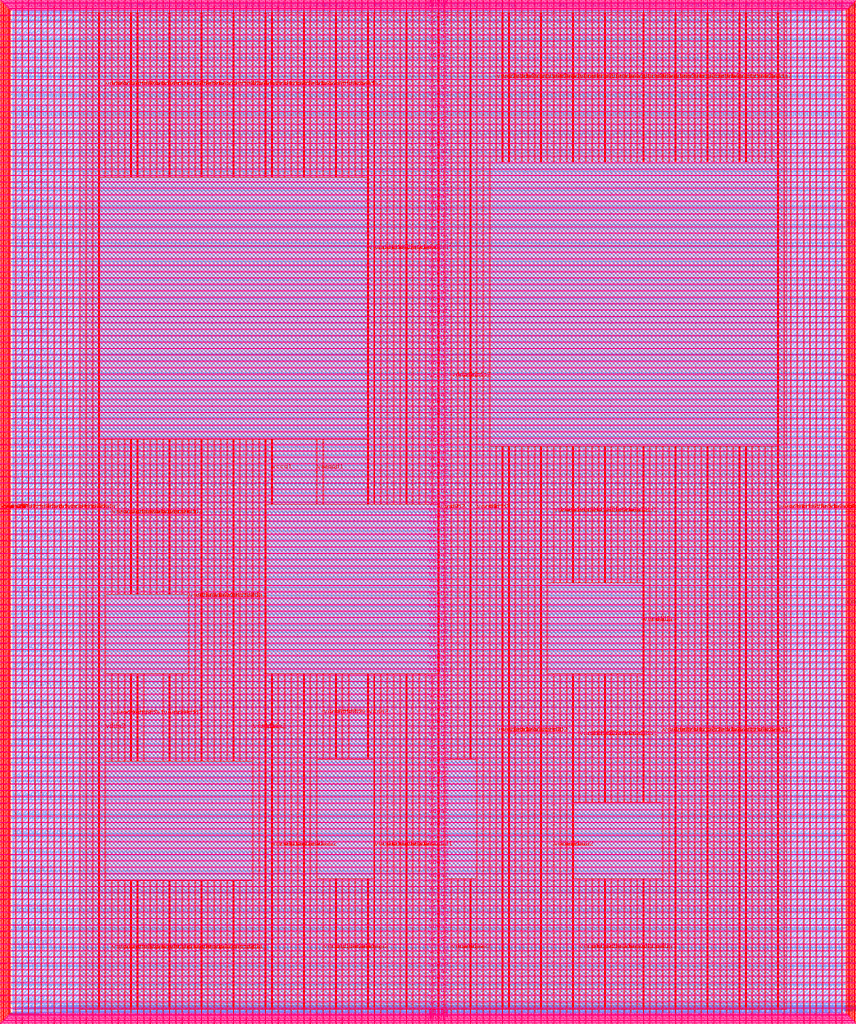
<source format=lef>
VERSION 5.7 ;
  NOWIREEXTENSIONATPIN ON ;
  DIVIDERCHAR "/" ;
  BUSBITCHARS "[]" ;
MACRO user_project_wrapper
  CLASS BLOCK ;
  FOREIGN user_project_wrapper ;
  ORIGIN 0.000 0.000 ;
  SIZE 2920.000 BY 3520.000 ;
  PIN analog_io[0]
    DIRECTION INOUT ;
    USE SIGNAL ;
    PORT
      LAYER met3 ;
        RECT 2917.600 1426.380 2924.800 1427.580 ;
    END
  END analog_io[0]
  PIN analog_io[10]
    DIRECTION INOUT ;
    USE SIGNAL ;
    PORT
      LAYER met2 ;
        RECT 2230.490 3517.600 2231.050 3524.800 ;
    END
  END analog_io[10]
  PIN analog_io[11]
    DIRECTION INOUT ;
    USE SIGNAL ;
    PORT
      LAYER met2 ;
        RECT 1905.730 3517.600 1906.290 3524.800 ;
    END
  END analog_io[11]
  PIN analog_io[12]
    DIRECTION INOUT ;
    USE SIGNAL ;
    PORT
      LAYER met2 ;
        RECT 1581.430 3517.600 1581.990 3524.800 ;
    END
  END analog_io[12]
  PIN analog_io[13]
    DIRECTION INOUT ;
    USE SIGNAL ;
    PORT
      LAYER met2 ;
        RECT 1257.130 3517.600 1257.690 3524.800 ;
    END
  END analog_io[13]
  PIN analog_io[14]
    DIRECTION INOUT ;
    USE SIGNAL ;
    PORT
      LAYER met2 ;
        RECT 932.370 3517.600 932.930 3524.800 ;
    END
  END analog_io[14]
  PIN analog_io[15]
    DIRECTION INOUT ;
    USE SIGNAL ;
    PORT
      LAYER met2 ;
        RECT 608.070 3517.600 608.630 3524.800 ;
    END
  END analog_io[15]
  PIN analog_io[16]
    DIRECTION INOUT ;
    USE SIGNAL ;
    PORT
      LAYER met2 ;
        RECT 283.770 3517.600 284.330 3524.800 ;
    END
  END analog_io[16]
  PIN analog_io[17]
    DIRECTION INOUT ;
    USE SIGNAL ;
    PORT
      LAYER met3 ;
        RECT -4.800 3486.100 2.400 3487.300 ;
    END
  END analog_io[17]
  PIN analog_io[18]
    DIRECTION INOUT ;
    USE SIGNAL ;
    PORT
      LAYER met3 ;
        RECT -4.800 3224.980 2.400 3226.180 ;
    END
  END analog_io[18]
  PIN analog_io[19]
    DIRECTION INOUT ;
    USE SIGNAL ;
    PORT
      LAYER met3 ;
        RECT -4.800 2964.540 2.400 2965.740 ;
    END
  END analog_io[19]
  PIN analog_io[1]
    DIRECTION INOUT ;
    USE SIGNAL ;
    PORT
      LAYER met3 ;
        RECT 2917.600 1692.260 2924.800 1693.460 ;
    END
  END analog_io[1]
  PIN analog_io[20]
    DIRECTION INOUT ;
    USE SIGNAL ;
    PORT
      LAYER met3 ;
        RECT -4.800 2703.420 2.400 2704.620 ;
    END
  END analog_io[20]
  PIN analog_io[21]
    DIRECTION INOUT ;
    USE SIGNAL ;
    PORT
      LAYER met3 ;
        RECT -4.800 2442.980 2.400 2444.180 ;
    END
  END analog_io[21]
  PIN analog_io[22]
    DIRECTION INOUT ;
    USE SIGNAL ;
    PORT
      LAYER met3 ;
        RECT -4.800 2182.540 2.400 2183.740 ;
    END
  END analog_io[22]
  PIN analog_io[23]
    DIRECTION INOUT ;
    USE SIGNAL ;
    PORT
      LAYER met3 ;
        RECT -4.800 1921.420 2.400 1922.620 ;
    END
  END analog_io[23]
  PIN analog_io[24]
    DIRECTION INOUT ;
    USE SIGNAL ;
    PORT
      LAYER met3 ;
        RECT -4.800 1660.980 2.400 1662.180 ;
    END
  END analog_io[24]
  PIN analog_io[25]
    DIRECTION INOUT ;
    USE SIGNAL ;
    PORT
      LAYER met3 ;
        RECT -4.800 1399.860 2.400 1401.060 ;
    END
  END analog_io[25]
  PIN analog_io[26]
    DIRECTION INOUT ;
    USE SIGNAL ;
    PORT
      LAYER met3 ;
        RECT -4.800 1139.420 2.400 1140.620 ;
    END
  END analog_io[26]
  PIN analog_io[27]
    DIRECTION INOUT ;
    USE SIGNAL ;
    PORT
      LAYER met3 ;
        RECT -4.800 878.980 2.400 880.180 ;
    END
  END analog_io[27]
  PIN analog_io[28]
    DIRECTION INOUT ;
    USE SIGNAL ;
    PORT
      LAYER met3 ;
        RECT -4.800 617.860 2.400 619.060 ;
    END
  END analog_io[28]
  PIN analog_io[2]
    DIRECTION INOUT ;
    USE SIGNAL ;
    PORT
      LAYER met3 ;
        RECT 2917.600 1958.140 2924.800 1959.340 ;
    END
  END analog_io[2]
  PIN analog_io[3]
    DIRECTION INOUT ;
    USE SIGNAL ;
    PORT
      LAYER met3 ;
        RECT 2917.600 2223.340 2924.800 2224.540 ;
    END
  END analog_io[3]
  PIN analog_io[4]
    DIRECTION INOUT ;
    USE SIGNAL ;
    PORT
      LAYER met3 ;
        RECT 2917.600 2489.220 2924.800 2490.420 ;
    END
  END analog_io[4]
  PIN analog_io[5]
    DIRECTION INOUT ;
    USE SIGNAL ;
    PORT
      LAYER met3 ;
        RECT 2917.600 2755.100 2924.800 2756.300 ;
    END
  END analog_io[5]
  PIN analog_io[6]
    DIRECTION INOUT ;
    USE SIGNAL ;
    PORT
      LAYER met3 ;
        RECT 2917.600 3020.300 2924.800 3021.500 ;
    END
  END analog_io[6]
  PIN analog_io[7]
    DIRECTION INOUT ;
    USE SIGNAL ;
    PORT
      LAYER met3 ;
        RECT 2917.600 3286.180 2924.800 3287.380 ;
    END
  END analog_io[7]
  PIN analog_io[8]
    DIRECTION INOUT ;
    USE SIGNAL ;
    PORT
      LAYER met2 ;
        RECT 2879.090 3517.600 2879.650 3524.800 ;
    END
  END analog_io[8]
  PIN analog_io[9]
    DIRECTION INOUT ;
    USE SIGNAL ;
    PORT
      LAYER met2 ;
        RECT 2554.790 3517.600 2555.350 3524.800 ;
    END
  END analog_io[9]
  PIN io_in[0]
    DIRECTION INPUT ;
    USE SIGNAL ;
    PORT
      LAYER met3 ;
        RECT 2917.600 32.380 2924.800 33.580 ;
    END
  END io_in[0]
  PIN io_in[10]
    DIRECTION INPUT ;
    USE SIGNAL ;
    PORT
      LAYER met3 ;
        RECT 2917.600 2289.980 2924.800 2291.180 ;
    END
  END io_in[10]
  PIN io_in[11]
    DIRECTION INPUT ;
    USE SIGNAL ;
    PORT
      LAYER met3 ;
        RECT 2917.600 2555.860 2924.800 2557.060 ;
    END
  END io_in[11]
  PIN io_in[12]
    DIRECTION INPUT ;
    USE SIGNAL ;
    PORT
      LAYER met3 ;
        RECT 2917.600 2821.060 2924.800 2822.260 ;
    END
  END io_in[12]
  PIN io_in[13]
    DIRECTION INPUT ;
    USE SIGNAL ;
    PORT
      LAYER met3 ;
        RECT 2917.600 3086.940 2924.800 3088.140 ;
    END
  END io_in[13]
  PIN io_in[14]
    DIRECTION INPUT ;
    USE SIGNAL ;
    PORT
      LAYER met3 ;
        RECT 2917.600 3352.820 2924.800 3354.020 ;
    END
  END io_in[14]
  PIN io_in[15]
    DIRECTION INPUT ;
    USE SIGNAL ;
    PORT
      LAYER met2 ;
        RECT 2798.130 3517.600 2798.690 3524.800 ;
    END
  END io_in[15]
  PIN io_in[16]
    DIRECTION INPUT ;
    USE SIGNAL ;
    PORT
      LAYER met2 ;
        RECT 2473.830 3517.600 2474.390 3524.800 ;
    END
  END io_in[16]
  PIN io_in[17]
    DIRECTION INPUT ;
    USE SIGNAL ;
    PORT
      LAYER met2 ;
        RECT 2149.070 3517.600 2149.630 3524.800 ;
    END
  END io_in[17]
  PIN io_in[18]
    DIRECTION INPUT ;
    USE SIGNAL ;
    PORT
      LAYER met2 ;
        RECT 1824.770 3517.600 1825.330 3524.800 ;
    END
  END io_in[18]
  PIN io_in[19]
    DIRECTION INPUT ;
    USE SIGNAL ;
    PORT
      LAYER met2 ;
        RECT 1500.470 3517.600 1501.030 3524.800 ;
    END
  END io_in[19]
  PIN io_in[1]
    DIRECTION INPUT ;
    USE SIGNAL ;
    PORT
      LAYER met3 ;
        RECT 2917.600 230.940 2924.800 232.140 ;
    END
  END io_in[1]
  PIN io_in[20]
    DIRECTION INPUT ;
    USE SIGNAL ;
    PORT
      LAYER met2 ;
        RECT 1175.710 3517.600 1176.270 3524.800 ;
    END
  END io_in[20]
  PIN io_in[21]
    DIRECTION INPUT ;
    USE SIGNAL ;
    PORT
      LAYER met2 ;
        RECT 851.410 3517.600 851.970 3524.800 ;
    END
  END io_in[21]
  PIN io_in[22]
    DIRECTION INPUT ;
    USE SIGNAL ;
    PORT
      LAYER met2 ;
        RECT 527.110 3517.600 527.670 3524.800 ;
    END
  END io_in[22]
  PIN io_in[23]
    DIRECTION INPUT ;
    USE SIGNAL ;
    PORT
      LAYER met2 ;
        RECT 202.350 3517.600 202.910 3524.800 ;
    END
  END io_in[23]
  PIN io_in[24]
    DIRECTION INPUT ;
    USE SIGNAL ;
    PORT
      LAYER met3 ;
        RECT -4.800 3420.820 2.400 3422.020 ;
    END
  END io_in[24]
  PIN io_in[25]
    DIRECTION INPUT ;
    USE SIGNAL ;
    PORT
      LAYER met3 ;
        RECT -4.800 3159.700 2.400 3160.900 ;
    END
  END io_in[25]
  PIN io_in[26]
    DIRECTION INPUT ;
    USE SIGNAL ;
    PORT
      LAYER met3 ;
        RECT -4.800 2899.260 2.400 2900.460 ;
    END
  END io_in[26]
  PIN io_in[27]
    DIRECTION INPUT ;
    USE SIGNAL ;
    PORT
      LAYER met3 ;
        RECT -4.800 2638.820 2.400 2640.020 ;
    END
  END io_in[27]
  PIN io_in[28]
    DIRECTION INPUT ;
    USE SIGNAL ;
    PORT
      LAYER met3 ;
        RECT -4.800 2377.700 2.400 2378.900 ;
    END
  END io_in[28]
  PIN io_in[29]
    DIRECTION INPUT ;
    USE SIGNAL ;
    PORT
      LAYER met3 ;
        RECT -4.800 2117.260 2.400 2118.460 ;
    END
  END io_in[29]
  PIN io_in[2]
    DIRECTION INPUT ;
    USE SIGNAL ;
    PORT
      LAYER met3 ;
        RECT 2917.600 430.180 2924.800 431.380 ;
    END
  END io_in[2]
  PIN io_in[30]
    DIRECTION INPUT ;
    USE SIGNAL ;
    PORT
      LAYER met3 ;
        RECT -4.800 1856.140 2.400 1857.340 ;
    END
  END io_in[30]
  PIN io_in[31]
    DIRECTION INPUT ;
    USE SIGNAL ;
    PORT
      LAYER met3 ;
        RECT -4.800 1595.700 2.400 1596.900 ;
    END
  END io_in[31]
  PIN io_in[32]
    DIRECTION INPUT ;
    USE SIGNAL ;
    PORT
      LAYER met3 ;
        RECT -4.800 1335.260 2.400 1336.460 ;
    END
  END io_in[32]
  PIN io_in[33]
    DIRECTION INPUT ;
    USE SIGNAL ;
    PORT
      LAYER met3 ;
        RECT -4.800 1074.140 2.400 1075.340 ;
    END
  END io_in[33]
  PIN io_in[34]
    DIRECTION INPUT ;
    USE SIGNAL ;
    PORT
      LAYER met3 ;
        RECT -4.800 813.700 2.400 814.900 ;
    END
  END io_in[34]
  PIN io_in[35]
    DIRECTION INPUT ;
    USE SIGNAL ;
    PORT
      LAYER met3 ;
        RECT -4.800 552.580 2.400 553.780 ;
    END
  END io_in[35]
  PIN io_in[36]
    DIRECTION INPUT ;
    USE SIGNAL ;
    PORT
      LAYER met3 ;
        RECT -4.800 357.420 2.400 358.620 ;
    END
  END io_in[36]
  PIN io_in[37]
    DIRECTION INPUT ;
    USE SIGNAL ;
    PORT
      LAYER met3 ;
        RECT -4.800 161.580 2.400 162.780 ;
    END
  END io_in[37]
  PIN io_in[3]
    DIRECTION INPUT ;
    USE SIGNAL ;
    PORT
      LAYER met3 ;
        RECT 2917.600 629.420 2924.800 630.620 ;
    END
  END io_in[3]
  PIN io_in[4]
    DIRECTION INPUT ;
    USE SIGNAL ;
    PORT
      LAYER met3 ;
        RECT 2917.600 828.660 2924.800 829.860 ;
    END
  END io_in[4]
  PIN io_in[5]
    DIRECTION INPUT ;
    USE SIGNAL ;
    PORT
      LAYER met3 ;
        RECT 2917.600 1027.900 2924.800 1029.100 ;
    END
  END io_in[5]
  PIN io_in[6]
    DIRECTION INPUT ;
    USE SIGNAL ;
    PORT
      LAYER met3 ;
        RECT 2917.600 1227.140 2924.800 1228.340 ;
    END
  END io_in[6]
  PIN io_in[7]
    DIRECTION INPUT ;
    USE SIGNAL ;
    PORT
      LAYER met3 ;
        RECT 2917.600 1493.020 2924.800 1494.220 ;
    END
  END io_in[7]
  PIN io_in[8]
    DIRECTION INPUT ;
    USE SIGNAL ;
    PORT
      LAYER met3 ;
        RECT 2917.600 1758.900 2924.800 1760.100 ;
    END
  END io_in[8]
  PIN io_in[9]
    DIRECTION INPUT ;
    USE SIGNAL ;
    PORT
      LAYER met3 ;
        RECT 2917.600 2024.100 2924.800 2025.300 ;
    END
  END io_in[9]
  PIN io_oeb[0]
    DIRECTION OUTPUT TRISTATE ;
    USE SIGNAL ;
    PORT
      LAYER met3 ;
        RECT 2917.600 164.980 2924.800 166.180 ;
    END
  END io_oeb[0]
  PIN io_oeb[10]
    DIRECTION OUTPUT TRISTATE ;
    USE SIGNAL ;
    PORT
      LAYER met3 ;
        RECT 2917.600 2422.580 2924.800 2423.780 ;
    END
  END io_oeb[10]
  PIN io_oeb[11]
    DIRECTION OUTPUT TRISTATE ;
    USE SIGNAL ;
    PORT
      LAYER met3 ;
        RECT 2917.600 2688.460 2924.800 2689.660 ;
    END
  END io_oeb[11]
  PIN io_oeb[12]
    DIRECTION OUTPUT TRISTATE ;
    USE SIGNAL ;
    PORT
      LAYER met3 ;
        RECT 2917.600 2954.340 2924.800 2955.540 ;
    END
  END io_oeb[12]
  PIN io_oeb[13]
    DIRECTION OUTPUT TRISTATE ;
    USE SIGNAL ;
    PORT
      LAYER met3 ;
        RECT 2917.600 3219.540 2924.800 3220.740 ;
    END
  END io_oeb[13]
  PIN io_oeb[14]
    DIRECTION OUTPUT TRISTATE ;
    USE SIGNAL ;
    PORT
      LAYER met3 ;
        RECT 2917.600 3485.420 2924.800 3486.620 ;
    END
  END io_oeb[14]
  PIN io_oeb[15]
    DIRECTION OUTPUT TRISTATE ;
    USE SIGNAL ;
    PORT
      LAYER met2 ;
        RECT 2635.750 3517.600 2636.310 3524.800 ;
    END
  END io_oeb[15]
  PIN io_oeb[16]
    DIRECTION OUTPUT TRISTATE ;
    USE SIGNAL ;
    PORT
      LAYER met2 ;
        RECT 2311.450 3517.600 2312.010 3524.800 ;
    END
  END io_oeb[16]
  PIN io_oeb[17]
    DIRECTION OUTPUT TRISTATE ;
    USE SIGNAL ;
    PORT
      LAYER met2 ;
        RECT 1987.150 3517.600 1987.710 3524.800 ;
    END
  END io_oeb[17]
  PIN io_oeb[18]
    DIRECTION OUTPUT TRISTATE ;
    USE SIGNAL ;
    PORT
      LAYER met2 ;
        RECT 1662.390 3517.600 1662.950 3524.800 ;
    END
  END io_oeb[18]
  PIN io_oeb[19]
    DIRECTION OUTPUT TRISTATE ;
    USE SIGNAL ;
    PORT
      LAYER met2 ;
        RECT 1338.090 3517.600 1338.650 3524.800 ;
    END
  END io_oeb[19]
  PIN io_oeb[1]
    DIRECTION OUTPUT TRISTATE ;
    USE SIGNAL ;
    PORT
      LAYER met3 ;
        RECT 2917.600 364.220 2924.800 365.420 ;
    END
  END io_oeb[1]
  PIN io_oeb[20]
    DIRECTION OUTPUT TRISTATE ;
    USE SIGNAL ;
    PORT
      LAYER met2 ;
        RECT 1013.790 3517.600 1014.350 3524.800 ;
    END
  END io_oeb[20]
  PIN io_oeb[21]
    DIRECTION OUTPUT TRISTATE ;
    USE SIGNAL ;
    PORT
      LAYER met2 ;
        RECT 689.030 3517.600 689.590 3524.800 ;
    END
  END io_oeb[21]
  PIN io_oeb[22]
    DIRECTION OUTPUT TRISTATE ;
    USE SIGNAL ;
    PORT
      LAYER met2 ;
        RECT 364.730 3517.600 365.290 3524.800 ;
    END
  END io_oeb[22]
  PIN io_oeb[23]
    DIRECTION OUTPUT TRISTATE ;
    USE SIGNAL ;
    PORT
      LAYER met2 ;
        RECT 40.430 3517.600 40.990 3524.800 ;
    END
  END io_oeb[23]
  PIN io_oeb[24]
    DIRECTION OUTPUT TRISTATE ;
    USE SIGNAL ;
    PORT
      LAYER met3 ;
        RECT -4.800 3290.260 2.400 3291.460 ;
    END
  END io_oeb[24]
  PIN io_oeb[25]
    DIRECTION OUTPUT TRISTATE ;
    USE SIGNAL ;
    PORT
      LAYER met3 ;
        RECT -4.800 3029.820 2.400 3031.020 ;
    END
  END io_oeb[25]
  PIN io_oeb[26]
    DIRECTION OUTPUT TRISTATE ;
    USE SIGNAL ;
    PORT
      LAYER met3 ;
        RECT -4.800 2768.700 2.400 2769.900 ;
    END
  END io_oeb[26]
  PIN io_oeb[27]
    DIRECTION OUTPUT TRISTATE ;
    USE SIGNAL ;
    PORT
      LAYER met3 ;
        RECT -4.800 2508.260 2.400 2509.460 ;
    END
  END io_oeb[27]
  PIN io_oeb[28]
    DIRECTION OUTPUT TRISTATE ;
    USE SIGNAL ;
    PORT
      LAYER met3 ;
        RECT -4.800 2247.140 2.400 2248.340 ;
    END
  END io_oeb[28]
  PIN io_oeb[29]
    DIRECTION OUTPUT TRISTATE ;
    USE SIGNAL ;
    PORT
      LAYER met3 ;
        RECT -4.800 1986.700 2.400 1987.900 ;
    END
  END io_oeb[29]
  PIN io_oeb[2]
    DIRECTION OUTPUT TRISTATE ;
    USE SIGNAL ;
    PORT
      LAYER met3 ;
        RECT 2917.600 563.460 2924.800 564.660 ;
    END
  END io_oeb[2]
  PIN io_oeb[30]
    DIRECTION OUTPUT TRISTATE ;
    USE SIGNAL ;
    PORT
      LAYER met3 ;
        RECT -4.800 1726.260 2.400 1727.460 ;
    END
  END io_oeb[30]
  PIN io_oeb[31]
    DIRECTION OUTPUT TRISTATE ;
    USE SIGNAL ;
    PORT
      LAYER met3 ;
        RECT -4.800 1465.140 2.400 1466.340 ;
    END
  END io_oeb[31]
  PIN io_oeb[32]
    DIRECTION OUTPUT TRISTATE ;
    USE SIGNAL ;
    PORT
      LAYER met3 ;
        RECT -4.800 1204.700 2.400 1205.900 ;
    END
  END io_oeb[32]
  PIN io_oeb[33]
    DIRECTION OUTPUT TRISTATE ;
    USE SIGNAL ;
    PORT
      LAYER met3 ;
        RECT -4.800 943.580 2.400 944.780 ;
    END
  END io_oeb[33]
  PIN io_oeb[34]
    DIRECTION OUTPUT TRISTATE ;
    USE SIGNAL ;
    PORT
      LAYER met3 ;
        RECT -4.800 683.140 2.400 684.340 ;
    END
  END io_oeb[34]
  PIN io_oeb[35]
    DIRECTION OUTPUT TRISTATE ;
    USE SIGNAL ;
    PORT
      LAYER met3 ;
        RECT -4.800 422.700 2.400 423.900 ;
    END
  END io_oeb[35]
  PIN io_oeb[36]
    DIRECTION OUTPUT TRISTATE ;
    USE SIGNAL ;
    PORT
      LAYER met3 ;
        RECT -4.800 226.860 2.400 228.060 ;
    END
  END io_oeb[36]
  PIN io_oeb[37]
    DIRECTION OUTPUT TRISTATE ;
    USE SIGNAL ;
    PORT
      LAYER met3 ;
        RECT -4.800 31.700 2.400 32.900 ;
    END
  END io_oeb[37]
  PIN io_oeb[3]
    DIRECTION OUTPUT TRISTATE ;
    USE SIGNAL ;
    PORT
      LAYER met3 ;
        RECT 2917.600 762.700 2924.800 763.900 ;
    END
  END io_oeb[3]
  PIN io_oeb[4]
    DIRECTION OUTPUT TRISTATE ;
    USE SIGNAL ;
    PORT
      LAYER met3 ;
        RECT 2917.600 961.940 2924.800 963.140 ;
    END
  END io_oeb[4]
  PIN io_oeb[5]
    DIRECTION OUTPUT TRISTATE ;
    USE SIGNAL ;
    PORT
      LAYER met3 ;
        RECT 2917.600 1161.180 2924.800 1162.380 ;
    END
  END io_oeb[5]
  PIN io_oeb[6]
    DIRECTION OUTPUT TRISTATE ;
    USE SIGNAL ;
    PORT
      LAYER met3 ;
        RECT 2917.600 1360.420 2924.800 1361.620 ;
    END
  END io_oeb[6]
  PIN io_oeb[7]
    DIRECTION OUTPUT TRISTATE ;
    USE SIGNAL ;
    PORT
      LAYER met3 ;
        RECT 2917.600 1625.620 2924.800 1626.820 ;
    END
  END io_oeb[7]
  PIN io_oeb[8]
    DIRECTION OUTPUT TRISTATE ;
    USE SIGNAL ;
    PORT
      LAYER met3 ;
        RECT 2917.600 1891.500 2924.800 1892.700 ;
    END
  END io_oeb[8]
  PIN io_oeb[9]
    DIRECTION OUTPUT TRISTATE ;
    USE SIGNAL ;
    PORT
      LAYER met3 ;
        RECT 2917.600 2157.380 2924.800 2158.580 ;
    END
  END io_oeb[9]
  PIN io_out[0]
    DIRECTION OUTPUT TRISTATE ;
    USE SIGNAL ;
    PORT
      LAYER met3 ;
        RECT 2917.600 98.340 2924.800 99.540 ;
    END
  END io_out[0]
  PIN io_out[10]
    DIRECTION OUTPUT TRISTATE ;
    USE SIGNAL ;
    PORT
      LAYER met3 ;
        RECT 2917.600 2356.620 2924.800 2357.820 ;
    END
  END io_out[10]
  PIN io_out[11]
    DIRECTION OUTPUT TRISTATE ;
    USE SIGNAL ;
    PORT
      LAYER met3 ;
        RECT 2917.600 2621.820 2924.800 2623.020 ;
    END
  END io_out[11]
  PIN io_out[12]
    DIRECTION OUTPUT TRISTATE ;
    USE SIGNAL ;
    PORT
      LAYER met3 ;
        RECT 2917.600 2887.700 2924.800 2888.900 ;
    END
  END io_out[12]
  PIN io_out[13]
    DIRECTION OUTPUT TRISTATE ;
    USE SIGNAL ;
    PORT
      LAYER met3 ;
        RECT 2917.600 3153.580 2924.800 3154.780 ;
    END
  END io_out[13]
  PIN io_out[14]
    DIRECTION OUTPUT TRISTATE ;
    USE SIGNAL ;
    PORT
      LAYER met3 ;
        RECT 2917.600 3418.780 2924.800 3419.980 ;
    END
  END io_out[14]
  PIN io_out[15]
    DIRECTION OUTPUT TRISTATE ;
    USE SIGNAL ;
    PORT
      LAYER met2 ;
        RECT 2717.170 3517.600 2717.730 3524.800 ;
    END
  END io_out[15]
  PIN io_out[16]
    DIRECTION OUTPUT TRISTATE ;
    USE SIGNAL ;
    PORT
      LAYER met2 ;
        RECT 2392.410 3517.600 2392.970 3524.800 ;
    END
  END io_out[16]
  PIN io_out[17]
    DIRECTION OUTPUT TRISTATE ;
    USE SIGNAL ;
    PORT
      LAYER met2 ;
        RECT 2068.110 3517.600 2068.670 3524.800 ;
    END
  END io_out[17]
  PIN io_out[18]
    DIRECTION OUTPUT TRISTATE ;
    USE SIGNAL ;
    PORT
      LAYER met2 ;
        RECT 1743.810 3517.600 1744.370 3524.800 ;
    END
  END io_out[18]
  PIN io_out[19]
    DIRECTION OUTPUT TRISTATE ;
    USE SIGNAL ;
    PORT
      LAYER met2 ;
        RECT 1419.050 3517.600 1419.610 3524.800 ;
    END
  END io_out[19]
  PIN io_out[1]
    DIRECTION OUTPUT TRISTATE ;
    USE SIGNAL ;
    PORT
      LAYER met3 ;
        RECT 2917.600 297.580 2924.800 298.780 ;
    END
  END io_out[1]
  PIN io_out[20]
    DIRECTION OUTPUT TRISTATE ;
    USE SIGNAL ;
    PORT
      LAYER met2 ;
        RECT 1094.750 3517.600 1095.310 3524.800 ;
    END
  END io_out[20]
  PIN io_out[21]
    DIRECTION OUTPUT TRISTATE ;
    USE SIGNAL ;
    PORT
      LAYER met2 ;
        RECT 770.450 3517.600 771.010 3524.800 ;
    END
  END io_out[21]
  PIN io_out[22]
    DIRECTION OUTPUT TRISTATE ;
    USE SIGNAL ;
    PORT
      LAYER met2 ;
        RECT 445.690 3517.600 446.250 3524.800 ;
    END
  END io_out[22]
  PIN io_out[23]
    DIRECTION OUTPUT TRISTATE ;
    USE SIGNAL ;
    PORT
      LAYER met2 ;
        RECT 121.390 3517.600 121.950 3524.800 ;
    END
  END io_out[23]
  PIN io_out[24]
    DIRECTION OUTPUT TRISTATE ;
    USE SIGNAL ;
    PORT
      LAYER met3 ;
        RECT -4.800 3355.540 2.400 3356.740 ;
    END
  END io_out[24]
  PIN io_out[25]
    DIRECTION OUTPUT TRISTATE ;
    USE SIGNAL ;
    PORT
      LAYER met3 ;
        RECT -4.800 3095.100 2.400 3096.300 ;
    END
  END io_out[25]
  PIN io_out[26]
    DIRECTION OUTPUT TRISTATE ;
    USE SIGNAL ;
    PORT
      LAYER met3 ;
        RECT -4.800 2833.980 2.400 2835.180 ;
    END
  END io_out[26]
  PIN io_out[27]
    DIRECTION OUTPUT TRISTATE ;
    USE SIGNAL ;
    PORT
      LAYER met3 ;
        RECT -4.800 2573.540 2.400 2574.740 ;
    END
  END io_out[27]
  PIN io_out[28]
    DIRECTION OUTPUT TRISTATE ;
    USE SIGNAL ;
    PORT
      LAYER met3 ;
        RECT -4.800 2312.420 2.400 2313.620 ;
    END
  END io_out[28]
  PIN io_out[29]
    DIRECTION OUTPUT TRISTATE ;
    USE SIGNAL ;
    PORT
      LAYER met3 ;
        RECT -4.800 2051.980 2.400 2053.180 ;
    END
  END io_out[29]
  PIN io_out[2]
    DIRECTION OUTPUT TRISTATE ;
    USE SIGNAL ;
    PORT
      LAYER met3 ;
        RECT 2917.600 496.820 2924.800 498.020 ;
    END
  END io_out[2]
  PIN io_out[30]
    DIRECTION OUTPUT TRISTATE ;
    USE SIGNAL ;
    PORT
      LAYER met3 ;
        RECT -4.800 1791.540 2.400 1792.740 ;
    END
  END io_out[30]
  PIN io_out[31]
    DIRECTION OUTPUT TRISTATE ;
    USE SIGNAL ;
    PORT
      LAYER met3 ;
        RECT -4.800 1530.420 2.400 1531.620 ;
    END
  END io_out[31]
  PIN io_out[32]
    DIRECTION OUTPUT TRISTATE ;
    USE SIGNAL ;
    PORT
      LAYER met3 ;
        RECT -4.800 1269.980 2.400 1271.180 ;
    END
  END io_out[32]
  PIN io_out[33]
    DIRECTION OUTPUT TRISTATE ;
    USE SIGNAL ;
    PORT
      LAYER met3 ;
        RECT -4.800 1008.860 2.400 1010.060 ;
    END
  END io_out[33]
  PIN io_out[34]
    DIRECTION OUTPUT TRISTATE ;
    USE SIGNAL ;
    PORT
      LAYER met3 ;
        RECT -4.800 748.420 2.400 749.620 ;
    END
  END io_out[34]
  PIN io_out[35]
    DIRECTION OUTPUT TRISTATE ;
    USE SIGNAL ;
    PORT
      LAYER met3 ;
        RECT -4.800 487.300 2.400 488.500 ;
    END
  END io_out[35]
  PIN io_out[36]
    DIRECTION OUTPUT TRISTATE ;
    USE SIGNAL ;
    PORT
      LAYER met3 ;
        RECT -4.800 292.140 2.400 293.340 ;
    END
  END io_out[36]
  PIN io_out[37]
    DIRECTION OUTPUT TRISTATE ;
    USE SIGNAL ;
    PORT
      LAYER met3 ;
        RECT -4.800 96.300 2.400 97.500 ;
    END
  END io_out[37]
  PIN io_out[3]
    DIRECTION OUTPUT TRISTATE ;
    USE SIGNAL ;
    PORT
      LAYER met3 ;
        RECT 2917.600 696.060 2924.800 697.260 ;
    END
  END io_out[3]
  PIN io_out[4]
    DIRECTION OUTPUT TRISTATE ;
    USE SIGNAL ;
    PORT
      LAYER met3 ;
        RECT 2917.600 895.300 2924.800 896.500 ;
    END
  END io_out[4]
  PIN io_out[5]
    DIRECTION OUTPUT TRISTATE ;
    USE SIGNAL ;
    PORT
      LAYER met3 ;
        RECT 2917.600 1094.540 2924.800 1095.740 ;
    END
  END io_out[5]
  PIN io_out[6]
    DIRECTION OUTPUT TRISTATE ;
    USE SIGNAL ;
    PORT
      LAYER met3 ;
        RECT 2917.600 1293.780 2924.800 1294.980 ;
    END
  END io_out[6]
  PIN io_out[7]
    DIRECTION OUTPUT TRISTATE ;
    USE SIGNAL ;
    PORT
      LAYER met3 ;
        RECT 2917.600 1559.660 2924.800 1560.860 ;
    END
  END io_out[7]
  PIN io_out[8]
    DIRECTION OUTPUT TRISTATE ;
    USE SIGNAL ;
    PORT
      LAYER met3 ;
        RECT 2917.600 1824.860 2924.800 1826.060 ;
    END
  END io_out[8]
  PIN io_out[9]
    DIRECTION OUTPUT TRISTATE ;
    USE SIGNAL ;
    PORT
      LAYER met3 ;
        RECT 2917.600 2090.740 2924.800 2091.940 ;
    END
  END io_out[9]
  PIN la_data_in[0]
    DIRECTION INPUT ;
    USE SIGNAL ;
    PORT
      LAYER met2 ;
        RECT 629.230 -4.800 629.790 2.400 ;
    END
  END la_data_in[0]
  PIN la_data_in[100]
    DIRECTION INPUT ;
    USE SIGNAL ;
    PORT
      LAYER met2 ;
        RECT 2402.530 -4.800 2403.090 2.400 ;
    END
  END la_data_in[100]
  PIN la_data_in[101]
    DIRECTION INPUT ;
    USE SIGNAL ;
    PORT
      LAYER met2 ;
        RECT 2420.010 -4.800 2420.570 2.400 ;
    END
  END la_data_in[101]
  PIN la_data_in[102]
    DIRECTION INPUT ;
    USE SIGNAL ;
    PORT
      LAYER met2 ;
        RECT 2437.950 -4.800 2438.510 2.400 ;
    END
  END la_data_in[102]
  PIN la_data_in[103]
    DIRECTION INPUT ;
    USE SIGNAL ;
    PORT
      LAYER met2 ;
        RECT 2455.430 -4.800 2455.990 2.400 ;
    END
  END la_data_in[103]
  PIN la_data_in[104]
    DIRECTION INPUT ;
    USE SIGNAL ;
    PORT
      LAYER met2 ;
        RECT 2473.370 -4.800 2473.930 2.400 ;
    END
  END la_data_in[104]
  PIN la_data_in[105]
    DIRECTION INPUT ;
    USE SIGNAL ;
    PORT
      LAYER met2 ;
        RECT 2490.850 -4.800 2491.410 2.400 ;
    END
  END la_data_in[105]
  PIN la_data_in[106]
    DIRECTION INPUT ;
    USE SIGNAL ;
    PORT
      LAYER met2 ;
        RECT 2508.790 -4.800 2509.350 2.400 ;
    END
  END la_data_in[106]
  PIN la_data_in[107]
    DIRECTION INPUT ;
    USE SIGNAL ;
    PORT
      LAYER met2 ;
        RECT 2526.730 -4.800 2527.290 2.400 ;
    END
  END la_data_in[107]
  PIN la_data_in[108]
    DIRECTION INPUT ;
    USE SIGNAL ;
    PORT
      LAYER met2 ;
        RECT 2544.210 -4.800 2544.770 2.400 ;
    END
  END la_data_in[108]
  PIN la_data_in[109]
    DIRECTION INPUT ;
    USE SIGNAL ;
    PORT
      LAYER met2 ;
        RECT 2562.150 -4.800 2562.710 2.400 ;
    END
  END la_data_in[109]
  PIN la_data_in[10]
    DIRECTION INPUT ;
    USE SIGNAL ;
    PORT
      LAYER met2 ;
        RECT 806.330 -4.800 806.890 2.400 ;
    END
  END la_data_in[10]
  PIN la_data_in[110]
    DIRECTION INPUT ;
    USE SIGNAL ;
    PORT
      LAYER met2 ;
        RECT 2579.630 -4.800 2580.190 2.400 ;
    END
  END la_data_in[110]
  PIN la_data_in[111]
    DIRECTION INPUT ;
    USE SIGNAL ;
    PORT
      LAYER met2 ;
        RECT 2597.570 -4.800 2598.130 2.400 ;
    END
  END la_data_in[111]
  PIN la_data_in[112]
    DIRECTION INPUT ;
    USE SIGNAL ;
    PORT
      LAYER met2 ;
        RECT 2615.050 -4.800 2615.610 2.400 ;
    END
  END la_data_in[112]
  PIN la_data_in[113]
    DIRECTION INPUT ;
    USE SIGNAL ;
    PORT
      LAYER met2 ;
        RECT 2632.990 -4.800 2633.550 2.400 ;
    END
  END la_data_in[113]
  PIN la_data_in[114]
    DIRECTION INPUT ;
    USE SIGNAL ;
    PORT
      LAYER met2 ;
        RECT 2650.470 -4.800 2651.030 2.400 ;
    END
  END la_data_in[114]
  PIN la_data_in[115]
    DIRECTION INPUT ;
    USE SIGNAL ;
    PORT
      LAYER met2 ;
        RECT 2668.410 -4.800 2668.970 2.400 ;
    END
  END la_data_in[115]
  PIN la_data_in[116]
    DIRECTION INPUT ;
    USE SIGNAL ;
    PORT
      LAYER met2 ;
        RECT 2685.890 -4.800 2686.450 2.400 ;
    END
  END la_data_in[116]
  PIN la_data_in[117]
    DIRECTION INPUT ;
    USE SIGNAL ;
    PORT
      LAYER met2 ;
        RECT 2703.830 -4.800 2704.390 2.400 ;
    END
  END la_data_in[117]
  PIN la_data_in[118]
    DIRECTION INPUT ;
    USE SIGNAL ;
    PORT
      LAYER met2 ;
        RECT 2721.770 -4.800 2722.330 2.400 ;
    END
  END la_data_in[118]
  PIN la_data_in[119]
    DIRECTION INPUT ;
    USE SIGNAL ;
    PORT
      LAYER met2 ;
        RECT 2739.250 -4.800 2739.810 2.400 ;
    END
  END la_data_in[119]
  PIN la_data_in[11]
    DIRECTION INPUT ;
    USE SIGNAL ;
    PORT
      LAYER met2 ;
        RECT 824.270 -4.800 824.830 2.400 ;
    END
  END la_data_in[11]
  PIN la_data_in[120]
    DIRECTION INPUT ;
    USE SIGNAL ;
    PORT
      LAYER met2 ;
        RECT 2757.190 -4.800 2757.750 2.400 ;
    END
  END la_data_in[120]
  PIN la_data_in[121]
    DIRECTION INPUT ;
    USE SIGNAL ;
    PORT
      LAYER met2 ;
        RECT 2774.670 -4.800 2775.230 2.400 ;
    END
  END la_data_in[121]
  PIN la_data_in[122]
    DIRECTION INPUT ;
    USE SIGNAL ;
    PORT
      LAYER met2 ;
        RECT 2792.610 -4.800 2793.170 2.400 ;
    END
  END la_data_in[122]
  PIN la_data_in[123]
    DIRECTION INPUT ;
    USE SIGNAL ;
    PORT
      LAYER met2 ;
        RECT 2810.090 -4.800 2810.650 2.400 ;
    END
  END la_data_in[123]
  PIN la_data_in[124]
    DIRECTION INPUT ;
    USE SIGNAL ;
    PORT
      LAYER met2 ;
        RECT 2828.030 -4.800 2828.590 2.400 ;
    END
  END la_data_in[124]
  PIN la_data_in[125]
    DIRECTION INPUT ;
    USE SIGNAL ;
    PORT
      LAYER met2 ;
        RECT 2845.510 -4.800 2846.070 2.400 ;
    END
  END la_data_in[125]
  PIN la_data_in[126]
    DIRECTION INPUT ;
    USE SIGNAL ;
    PORT
      LAYER met2 ;
        RECT 2863.450 -4.800 2864.010 2.400 ;
    END
  END la_data_in[126]
  PIN la_data_in[127]
    DIRECTION INPUT ;
    USE SIGNAL ;
    PORT
      LAYER met2 ;
        RECT 2881.390 -4.800 2881.950 2.400 ;
    END
  END la_data_in[127]
  PIN la_data_in[12]
    DIRECTION INPUT ;
    USE SIGNAL ;
    PORT
      LAYER met2 ;
        RECT 841.750 -4.800 842.310 2.400 ;
    END
  END la_data_in[12]
  PIN la_data_in[13]
    DIRECTION INPUT ;
    USE SIGNAL ;
    PORT
      LAYER met2 ;
        RECT 859.690 -4.800 860.250 2.400 ;
    END
  END la_data_in[13]
  PIN la_data_in[14]
    DIRECTION INPUT ;
    USE SIGNAL ;
    PORT
      LAYER met2 ;
        RECT 877.170 -4.800 877.730 2.400 ;
    END
  END la_data_in[14]
  PIN la_data_in[15]
    DIRECTION INPUT ;
    USE SIGNAL ;
    PORT
      LAYER met2 ;
        RECT 895.110 -4.800 895.670 2.400 ;
    END
  END la_data_in[15]
  PIN la_data_in[16]
    DIRECTION INPUT ;
    USE SIGNAL ;
    PORT
      LAYER met2 ;
        RECT 912.590 -4.800 913.150 2.400 ;
    END
  END la_data_in[16]
  PIN la_data_in[17]
    DIRECTION INPUT ;
    USE SIGNAL ;
    PORT
      LAYER met2 ;
        RECT 930.530 -4.800 931.090 2.400 ;
    END
  END la_data_in[17]
  PIN la_data_in[18]
    DIRECTION INPUT ;
    USE SIGNAL ;
    PORT
      LAYER met2 ;
        RECT 948.470 -4.800 949.030 2.400 ;
    END
  END la_data_in[18]
  PIN la_data_in[19]
    DIRECTION INPUT ;
    USE SIGNAL ;
    PORT
      LAYER met2 ;
        RECT 965.950 -4.800 966.510 2.400 ;
    END
  END la_data_in[19]
  PIN la_data_in[1]
    DIRECTION INPUT ;
    USE SIGNAL ;
    PORT
      LAYER met2 ;
        RECT 646.710 -4.800 647.270 2.400 ;
    END
  END la_data_in[1]
  PIN la_data_in[20]
    DIRECTION INPUT ;
    USE SIGNAL ;
    PORT
      LAYER met2 ;
        RECT 983.890 -4.800 984.450 2.400 ;
    END
  END la_data_in[20]
  PIN la_data_in[21]
    DIRECTION INPUT ;
    USE SIGNAL ;
    PORT
      LAYER met2 ;
        RECT 1001.370 -4.800 1001.930 2.400 ;
    END
  END la_data_in[21]
  PIN la_data_in[22]
    DIRECTION INPUT ;
    USE SIGNAL ;
    PORT
      LAYER met2 ;
        RECT 1019.310 -4.800 1019.870 2.400 ;
    END
  END la_data_in[22]
  PIN la_data_in[23]
    DIRECTION INPUT ;
    USE SIGNAL ;
    PORT
      LAYER met2 ;
        RECT 1036.790 -4.800 1037.350 2.400 ;
    END
  END la_data_in[23]
  PIN la_data_in[24]
    DIRECTION INPUT ;
    USE SIGNAL ;
    PORT
      LAYER met2 ;
        RECT 1054.730 -4.800 1055.290 2.400 ;
    END
  END la_data_in[24]
  PIN la_data_in[25]
    DIRECTION INPUT ;
    USE SIGNAL ;
    PORT
      LAYER met2 ;
        RECT 1072.210 -4.800 1072.770 2.400 ;
    END
  END la_data_in[25]
  PIN la_data_in[26]
    DIRECTION INPUT ;
    USE SIGNAL ;
    PORT
      LAYER met2 ;
        RECT 1090.150 -4.800 1090.710 2.400 ;
    END
  END la_data_in[26]
  PIN la_data_in[27]
    DIRECTION INPUT ;
    USE SIGNAL ;
    PORT
      LAYER met2 ;
        RECT 1107.630 -4.800 1108.190 2.400 ;
    END
  END la_data_in[27]
  PIN la_data_in[28]
    DIRECTION INPUT ;
    USE SIGNAL ;
    PORT
      LAYER met2 ;
        RECT 1125.570 -4.800 1126.130 2.400 ;
    END
  END la_data_in[28]
  PIN la_data_in[29]
    DIRECTION INPUT ;
    USE SIGNAL ;
    PORT
      LAYER met2 ;
        RECT 1143.510 -4.800 1144.070 2.400 ;
    END
  END la_data_in[29]
  PIN la_data_in[2]
    DIRECTION INPUT ;
    USE SIGNAL ;
    PORT
      LAYER met2 ;
        RECT 664.650 -4.800 665.210 2.400 ;
    END
  END la_data_in[2]
  PIN la_data_in[30]
    DIRECTION INPUT ;
    USE SIGNAL ;
    PORT
      LAYER met2 ;
        RECT 1160.990 -4.800 1161.550 2.400 ;
    END
  END la_data_in[30]
  PIN la_data_in[31]
    DIRECTION INPUT ;
    USE SIGNAL ;
    PORT
      LAYER met2 ;
        RECT 1178.930 -4.800 1179.490 2.400 ;
    END
  END la_data_in[31]
  PIN la_data_in[32]
    DIRECTION INPUT ;
    USE SIGNAL ;
    PORT
      LAYER met2 ;
        RECT 1196.410 -4.800 1196.970 2.400 ;
    END
  END la_data_in[32]
  PIN la_data_in[33]
    DIRECTION INPUT ;
    USE SIGNAL ;
    PORT
      LAYER met2 ;
        RECT 1214.350 -4.800 1214.910 2.400 ;
    END
  END la_data_in[33]
  PIN la_data_in[34]
    DIRECTION INPUT ;
    USE SIGNAL ;
    PORT
      LAYER met2 ;
        RECT 1231.830 -4.800 1232.390 2.400 ;
    END
  END la_data_in[34]
  PIN la_data_in[35]
    DIRECTION INPUT ;
    USE SIGNAL ;
    PORT
      LAYER met2 ;
        RECT 1249.770 -4.800 1250.330 2.400 ;
    END
  END la_data_in[35]
  PIN la_data_in[36]
    DIRECTION INPUT ;
    USE SIGNAL ;
    PORT
      LAYER met2 ;
        RECT 1267.250 -4.800 1267.810 2.400 ;
    END
  END la_data_in[36]
  PIN la_data_in[37]
    DIRECTION INPUT ;
    USE SIGNAL ;
    PORT
      LAYER met2 ;
        RECT 1285.190 -4.800 1285.750 2.400 ;
    END
  END la_data_in[37]
  PIN la_data_in[38]
    DIRECTION INPUT ;
    USE SIGNAL ;
    PORT
      LAYER met2 ;
        RECT 1303.130 -4.800 1303.690 2.400 ;
    END
  END la_data_in[38]
  PIN la_data_in[39]
    DIRECTION INPUT ;
    USE SIGNAL ;
    PORT
      LAYER met2 ;
        RECT 1320.610 -4.800 1321.170 2.400 ;
    END
  END la_data_in[39]
  PIN la_data_in[3]
    DIRECTION INPUT ;
    USE SIGNAL ;
    PORT
      LAYER met2 ;
        RECT 682.130 -4.800 682.690 2.400 ;
    END
  END la_data_in[3]
  PIN la_data_in[40]
    DIRECTION INPUT ;
    USE SIGNAL ;
    PORT
      LAYER met2 ;
        RECT 1338.550 -4.800 1339.110 2.400 ;
    END
  END la_data_in[40]
  PIN la_data_in[41]
    DIRECTION INPUT ;
    USE SIGNAL ;
    PORT
      LAYER met2 ;
        RECT 1356.030 -4.800 1356.590 2.400 ;
    END
  END la_data_in[41]
  PIN la_data_in[42]
    DIRECTION INPUT ;
    USE SIGNAL ;
    PORT
      LAYER met2 ;
        RECT 1373.970 -4.800 1374.530 2.400 ;
    END
  END la_data_in[42]
  PIN la_data_in[43]
    DIRECTION INPUT ;
    USE SIGNAL ;
    PORT
      LAYER met2 ;
        RECT 1391.450 -4.800 1392.010 2.400 ;
    END
  END la_data_in[43]
  PIN la_data_in[44]
    DIRECTION INPUT ;
    USE SIGNAL ;
    PORT
      LAYER met2 ;
        RECT 1409.390 -4.800 1409.950 2.400 ;
    END
  END la_data_in[44]
  PIN la_data_in[45]
    DIRECTION INPUT ;
    USE SIGNAL ;
    PORT
      LAYER met2 ;
        RECT 1426.870 -4.800 1427.430 2.400 ;
    END
  END la_data_in[45]
  PIN la_data_in[46]
    DIRECTION INPUT ;
    USE SIGNAL ;
    PORT
      LAYER met2 ;
        RECT 1444.810 -4.800 1445.370 2.400 ;
    END
  END la_data_in[46]
  PIN la_data_in[47]
    DIRECTION INPUT ;
    USE SIGNAL ;
    PORT
      LAYER met2 ;
        RECT 1462.750 -4.800 1463.310 2.400 ;
    END
  END la_data_in[47]
  PIN la_data_in[48]
    DIRECTION INPUT ;
    USE SIGNAL ;
    PORT
      LAYER met2 ;
        RECT 1480.230 -4.800 1480.790 2.400 ;
    END
  END la_data_in[48]
  PIN la_data_in[49]
    DIRECTION INPUT ;
    USE SIGNAL ;
    PORT
      LAYER met2 ;
        RECT 1498.170 -4.800 1498.730 2.400 ;
    END
  END la_data_in[49]
  PIN la_data_in[4]
    DIRECTION INPUT ;
    USE SIGNAL ;
    PORT
      LAYER met2 ;
        RECT 700.070 -4.800 700.630 2.400 ;
    END
  END la_data_in[4]
  PIN la_data_in[50]
    DIRECTION INPUT ;
    USE SIGNAL ;
    PORT
      LAYER met2 ;
        RECT 1515.650 -4.800 1516.210 2.400 ;
    END
  END la_data_in[50]
  PIN la_data_in[51]
    DIRECTION INPUT ;
    USE SIGNAL ;
    PORT
      LAYER met2 ;
        RECT 1533.590 -4.800 1534.150 2.400 ;
    END
  END la_data_in[51]
  PIN la_data_in[52]
    DIRECTION INPUT ;
    USE SIGNAL ;
    PORT
      LAYER met2 ;
        RECT 1551.070 -4.800 1551.630 2.400 ;
    END
  END la_data_in[52]
  PIN la_data_in[53]
    DIRECTION INPUT ;
    USE SIGNAL ;
    PORT
      LAYER met2 ;
        RECT 1569.010 -4.800 1569.570 2.400 ;
    END
  END la_data_in[53]
  PIN la_data_in[54]
    DIRECTION INPUT ;
    USE SIGNAL ;
    PORT
      LAYER met2 ;
        RECT 1586.490 -4.800 1587.050 2.400 ;
    END
  END la_data_in[54]
  PIN la_data_in[55]
    DIRECTION INPUT ;
    USE SIGNAL ;
    PORT
      LAYER met2 ;
        RECT 1604.430 -4.800 1604.990 2.400 ;
    END
  END la_data_in[55]
  PIN la_data_in[56]
    DIRECTION INPUT ;
    USE SIGNAL ;
    PORT
      LAYER met2 ;
        RECT 1621.910 -4.800 1622.470 2.400 ;
    END
  END la_data_in[56]
  PIN la_data_in[57]
    DIRECTION INPUT ;
    USE SIGNAL ;
    PORT
      LAYER met2 ;
        RECT 1639.850 -4.800 1640.410 2.400 ;
    END
  END la_data_in[57]
  PIN la_data_in[58]
    DIRECTION INPUT ;
    USE SIGNAL ;
    PORT
      LAYER met2 ;
        RECT 1657.790 -4.800 1658.350 2.400 ;
    END
  END la_data_in[58]
  PIN la_data_in[59]
    DIRECTION INPUT ;
    USE SIGNAL ;
    PORT
      LAYER met2 ;
        RECT 1675.270 -4.800 1675.830 2.400 ;
    END
  END la_data_in[59]
  PIN la_data_in[5]
    DIRECTION INPUT ;
    USE SIGNAL ;
    PORT
      LAYER met2 ;
        RECT 717.550 -4.800 718.110 2.400 ;
    END
  END la_data_in[5]
  PIN la_data_in[60]
    DIRECTION INPUT ;
    USE SIGNAL ;
    PORT
      LAYER met2 ;
        RECT 1693.210 -4.800 1693.770 2.400 ;
    END
  END la_data_in[60]
  PIN la_data_in[61]
    DIRECTION INPUT ;
    USE SIGNAL ;
    PORT
      LAYER met2 ;
        RECT 1710.690 -4.800 1711.250 2.400 ;
    END
  END la_data_in[61]
  PIN la_data_in[62]
    DIRECTION INPUT ;
    USE SIGNAL ;
    PORT
      LAYER met2 ;
        RECT 1728.630 -4.800 1729.190 2.400 ;
    END
  END la_data_in[62]
  PIN la_data_in[63]
    DIRECTION INPUT ;
    USE SIGNAL ;
    PORT
      LAYER met2 ;
        RECT 1746.110 -4.800 1746.670 2.400 ;
    END
  END la_data_in[63]
  PIN la_data_in[64]
    DIRECTION INPUT ;
    USE SIGNAL ;
    PORT
      LAYER met2 ;
        RECT 1764.050 -4.800 1764.610 2.400 ;
    END
  END la_data_in[64]
  PIN la_data_in[65]
    DIRECTION INPUT ;
    USE SIGNAL ;
    PORT
      LAYER met2 ;
        RECT 1781.530 -4.800 1782.090 2.400 ;
    END
  END la_data_in[65]
  PIN la_data_in[66]
    DIRECTION INPUT ;
    USE SIGNAL ;
    PORT
      LAYER met2 ;
        RECT 1799.470 -4.800 1800.030 2.400 ;
    END
  END la_data_in[66]
  PIN la_data_in[67]
    DIRECTION INPUT ;
    USE SIGNAL ;
    PORT
      LAYER met2 ;
        RECT 1817.410 -4.800 1817.970 2.400 ;
    END
  END la_data_in[67]
  PIN la_data_in[68]
    DIRECTION INPUT ;
    USE SIGNAL ;
    PORT
      LAYER met2 ;
        RECT 1834.890 -4.800 1835.450 2.400 ;
    END
  END la_data_in[68]
  PIN la_data_in[69]
    DIRECTION INPUT ;
    USE SIGNAL ;
    PORT
      LAYER met2 ;
        RECT 1852.830 -4.800 1853.390 2.400 ;
    END
  END la_data_in[69]
  PIN la_data_in[6]
    DIRECTION INPUT ;
    USE SIGNAL ;
    PORT
      LAYER met2 ;
        RECT 735.490 -4.800 736.050 2.400 ;
    END
  END la_data_in[6]
  PIN la_data_in[70]
    DIRECTION INPUT ;
    USE SIGNAL ;
    PORT
      LAYER met2 ;
        RECT 1870.310 -4.800 1870.870 2.400 ;
    END
  END la_data_in[70]
  PIN la_data_in[71]
    DIRECTION INPUT ;
    USE SIGNAL ;
    PORT
      LAYER met2 ;
        RECT 1888.250 -4.800 1888.810 2.400 ;
    END
  END la_data_in[71]
  PIN la_data_in[72]
    DIRECTION INPUT ;
    USE SIGNAL ;
    PORT
      LAYER met2 ;
        RECT 1905.730 -4.800 1906.290 2.400 ;
    END
  END la_data_in[72]
  PIN la_data_in[73]
    DIRECTION INPUT ;
    USE SIGNAL ;
    PORT
      LAYER met2 ;
        RECT 1923.670 -4.800 1924.230 2.400 ;
    END
  END la_data_in[73]
  PIN la_data_in[74]
    DIRECTION INPUT ;
    USE SIGNAL ;
    PORT
      LAYER met2 ;
        RECT 1941.150 -4.800 1941.710 2.400 ;
    END
  END la_data_in[74]
  PIN la_data_in[75]
    DIRECTION INPUT ;
    USE SIGNAL ;
    PORT
      LAYER met2 ;
        RECT 1959.090 -4.800 1959.650 2.400 ;
    END
  END la_data_in[75]
  PIN la_data_in[76]
    DIRECTION INPUT ;
    USE SIGNAL ;
    PORT
      LAYER met2 ;
        RECT 1976.570 -4.800 1977.130 2.400 ;
    END
  END la_data_in[76]
  PIN la_data_in[77]
    DIRECTION INPUT ;
    USE SIGNAL ;
    PORT
      LAYER met2 ;
        RECT 1994.510 -4.800 1995.070 2.400 ;
    END
  END la_data_in[77]
  PIN la_data_in[78]
    DIRECTION INPUT ;
    USE SIGNAL ;
    PORT
      LAYER met2 ;
        RECT 2012.450 -4.800 2013.010 2.400 ;
    END
  END la_data_in[78]
  PIN la_data_in[79]
    DIRECTION INPUT ;
    USE SIGNAL ;
    PORT
      LAYER met2 ;
        RECT 2029.930 -4.800 2030.490 2.400 ;
    END
  END la_data_in[79]
  PIN la_data_in[7]
    DIRECTION INPUT ;
    USE SIGNAL ;
    PORT
      LAYER met2 ;
        RECT 752.970 -4.800 753.530 2.400 ;
    END
  END la_data_in[7]
  PIN la_data_in[80]
    DIRECTION INPUT ;
    USE SIGNAL ;
    PORT
      LAYER met2 ;
        RECT 2047.870 -4.800 2048.430 2.400 ;
    END
  END la_data_in[80]
  PIN la_data_in[81]
    DIRECTION INPUT ;
    USE SIGNAL ;
    PORT
      LAYER met2 ;
        RECT 2065.350 -4.800 2065.910 2.400 ;
    END
  END la_data_in[81]
  PIN la_data_in[82]
    DIRECTION INPUT ;
    USE SIGNAL ;
    PORT
      LAYER met2 ;
        RECT 2083.290 -4.800 2083.850 2.400 ;
    END
  END la_data_in[82]
  PIN la_data_in[83]
    DIRECTION INPUT ;
    USE SIGNAL ;
    PORT
      LAYER met2 ;
        RECT 2100.770 -4.800 2101.330 2.400 ;
    END
  END la_data_in[83]
  PIN la_data_in[84]
    DIRECTION INPUT ;
    USE SIGNAL ;
    PORT
      LAYER met2 ;
        RECT 2118.710 -4.800 2119.270 2.400 ;
    END
  END la_data_in[84]
  PIN la_data_in[85]
    DIRECTION INPUT ;
    USE SIGNAL ;
    PORT
      LAYER met2 ;
        RECT 2136.190 -4.800 2136.750 2.400 ;
    END
  END la_data_in[85]
  PIN la_data_in[86]
    DIRECTION INPUT ;
    USE SIGNAL ;
    PORT
      LAYER met2 ;
        RECT 2154.130 -4.800 2154.690 2.400 ;
    END
  END la_data_in[86]
  PIN la_data_in[87]
    DIRECTION INPUT ;
    USE SIGNAL ;
    PORT
      LAYER met2 ;
        RECT 2172.070 -4.800 2172.630 2.400 ;
    END
  END la_data_in[87]
  PIN la_data_in[88]
    DIRECTION INPUT ;
    USE SIGNAL ;
    PORT
      LAYER met2 ;
        RECT 2189.550 -4.800 2190.110 2.400 ;
    END
  END la_data_in[88]
  PIN la_data_in[89]
    DIRECTION INPUT ;
    USE SIGNAL ;
    PORT
      LAYER met2 ;
        RECT 2207.490 -4.800 2208.050 2.400 ;
    END
  END la_data_in[89]
  PIN la_data_in[8]
    DIRECTION INPUT ;
    USE SIGNAL ;
    PORT
      LAYER met2 ;
        RECT 770.910 -4.800 771.470 2.400 ;
    END
  END la_data_in[8]
  PIN la_data_in[90]
    DIRECTION INPUT ;
    USE SIGNAL ;
    PORT
      LAYER met2 ;
        RECT 2224.970 -4.800 2225.530 2.400 ;
    END
  END la_data_in[90]
  PIN la_data_in[91]
    DIRECTION INPUT ;
    USE SIGNAL ;
    PORT
      LAYER met2 ;
        RECT 2242.910 -4.800 2243.470 2.400 ;
    END
  END la_data_in[91]
  PIN la_data_in[92]
    DIRECTION INPUT ;
    USE SIGNAL ;
    PORT
      LAYER met2 ;
        RECT 2260.390 -4.800 2260.950 2.400 ;
    END
  END la_data_in[92]
  PIN la_data_in[93]
    DIRECTION INPUT ;
    USE SIGNAL ;
    PORT
      LAYER met2 ;
        RECT 2278.330 -4.800 2278.890 2.400 ;
    END
  END la_data_in[93]
  PIN la_data_in[94]
    DIRECTION INPUT ;
    USE SIGNAL ;
    PORT
      LAYER met2 ;
        RECT 2295.810 -4.800 2296.370 2.400 ;
    END
  END la_data_in[94]
  PIN la_data_in[95]
    DIRECTION INPUT ;
    USE SIGNAL ;
    PORT
      LAYER met2 ;
        RECT 2313.750 -4.800 2314.310 2.400 ;
    END
  END la_data_in[95]
  PIN la_data_in[96]
    DIRECTION INPUT ;
    USE SIGNAL ;
    PORT
      LAYER met2 ;
        RECT 2331.230 -4.800 2331.790 2.400 ;
    END
  END la_data_in[96]
  PIN la_data_in[97]
    DIRECTION INPUT ;
    USE SIGNAL ;
    PORT
      LAYER met2 ;
        RECT 2349.170 -4.800 2349.730 2.400 ;
    END
  END la_data_in[97]
  PIN la_data_in[98]
    DIRECTION INPUT ;
    USE SIGNAL ;
    PORT
      LAYER met2 ;
        RECT 2367.110 -4.800 2367.670 2.400 ;
    END
  END la_data_in[98]
  PIN la_data_in[99]
    DIRECTION INPUT ;
    USE SIGNAL ;
    PORT
      LAYER met2 ;
        RECT 2384.590 -4.800 2385.150 2.400 ;
    END
  END la_data_in[99]
  PIN la_data_in[9]
    DIRECTION INPUT ;
    USE SIGNAL ;
    PORT
      LAYER met2 ;
        RECT 788.850 -4.800 789.410 2.400 ;
    END
  END la_data_in[9]
  PIN la_data_out[0]
    DIRECTION OUTPUT TRISTATE ;
    USE SIGNAL ;
    PORT
      LAYER met2 ;
        RECT 634.750 -4.800 635.310 2.400 ;
    END
  END la_data_out[0]
  PIN la_data_out[100]
    DIRECTION OUTPUT TRISTATE ;
    USE SIGNAL ;
    PORT
      LAYER met2 ;
        RECT 2408.510 -4.800 2409.070 2.400 ;
    END
  END la_data_out[100]
  PIN la_data_out[101]
    DIRECTION OUTPUT TRISTATE ;
    USE SIGNAL ;
    PORT
      LAYER met2 ;
        RECT 2425.990 -4.800 2426.550 2.400 ;
    END
  END la_data_out[101]
  PIN la_data_out[102]
    DIRECTION OUTPUT TRISTATE ;
    USE SIGNAL ;
    PORT
      LAYER met2 ;
        RECT 2443.930 -4.800 2444.490 2.400 ;
    END
  END la_data_out[102]
  PIN la_data_out[103]
    DIRECTION OUTPUT TRISTATE ;
    USE SIGNAL ;
    PORT
      LAYER met2 ;
        RECT 2461.410 -4.800 2461.970 2.400 ;
    END
  END la_data_out[103]
  PIN la_data_out[104]
    DIRECTION OUTPUT TRISTATE ;
    USE SIGNAL ;
    PORT
      LAYER met2 ;
        RECT 2479.350 -4.800 2479.910 2.400 ;
    END
  END la_data_out[104]
  PIN la_data_out[105]
    DIRECTION OUTPUT TRISTATE ;
    USE SIGNAL ;
    PORT
      LAYER met2 ;
        RECT 2496.830 -4.800 2497.390 2.400 ;
    END
  END la_data_out[105]
  PIN la_data_out[106]
    DIRECTION OUTPUT TRISTATE ;
    USE SIGNAL ;
    PORT
      LAYER met2 ;
        RECT 2514.770 -4.800 2515.330 2.400 ;
    END
  END la_data_out[106]
  PIN la_data_out[107]
    DIRECTION OUTPUT TRISTATE ;
    USE SIGNAL ;
    PORT
      LAYER met2 ;
        RECT 2532.250 -4.800 2532.810 2.400 ;
    END
  END la_data_out[107]
  PIN la_data_out[108]
    DIRECTION OUTPUT TRISTATE ;
    USE SIGNAL ;
    PORT
      LAYER met2 ;
        RECT 2550.190 -4.800 2550.750 2.400 ;
    END
  END la_data_out[108]
  PIN la_data_out[109]
    DIRECTION OUTPUT TRISTATE ;
    USE SIGNAL ;
    PORT
      LAYER met2 ;
        RECT 2567.670 -4.800 2568.230 2.400 ;
    END
  END la_data_out[109]
  PIN la_data_out[10]
    DIRECTION OUTPUT TRISTATE ;
    USE SIGNAL ;
    PORT
      LAYER met2 ;
        RECT 812.310 -4.800 812.870 2.400 ;
    END
  END la_data_out[10]
  PIN la_data_out[110]
    DIRECTION OUTPUT TRISTATE ;
    USE SIGNAL ;
    PORT
      LAYER met2 ;
        RECT 2585.610 -4.800 2586.170 2.400 ;
    END
  END la_data_out[110]
  PIN la_data_out[111]
    DIRECTION OUTPUT TRISTATE ;
    USE SIGNAL ;
    PORT
      LAYER met2 ;
        RECT 2603.550 -4.800 2604.110 2.400 ;
    END
  END la_data_out[111]
  PIN la_data_out[112]
    DIRECTION OUTPUT TRISTATE ;
    USE SIGNAL ;
    PORT
      LAYER met2 ;
        RECT 2621.030 -4.800 2621.590 2.400 ;
    END
  END la_data_out[112]
  PIN la_data_out[113]
    DIRECTION OUTPUT TRISTATE ;
    USE SIGNAL ;
    PORT
      LAYER met2 ;
        RECT 2638.970 -4.800 2639.530 2.400 ;
    END
  END la_data_out[113]
  PIN la_data_out[114]
    DIRECTION OUTPUT TRISTATE ;
    USE SIGNAL ;
    PORT
      LAYER met2 ;
        RECT 2656.450 -4.800 2657.010 2.400 ;
    END
  END la_data_out[114]
  PIN la_data_out[115]
    DIRECTION OUTPUT TRISTATE ;
    USE SIGNAL ;
    PORT
      LAYER met2 ;
        RECT 2674.390 -4.800 2674.950 2.400 ;
    END
  END la_data_out[115]
  PIN la_data_out[116]
    DIRECTION OUTPUT TRISTATE ;
    USE SIGNAL ;
    PORT
      LAYER met2 ;
        RECT 2691.870 -4.800 2692.430 2.400 ;
    END
  END la_data_out[116]
  PIN la_data_out[117]
    DIRECTION OUTPUT TRISTATE ;
    USE SIGNAL ;
    PORT
      LAYER met2 ;
        RECT 2709.810 -4.800 2710.370 2.400 ;
    END
  END la_data_out[117]
  PIN la_data_out[118]
    DIRECTION OUTPUT TRISTATE ;
    USE SIGNAL ;
    PORT
      LAYER met2 ;
        RECT 2727.290 -4.800 2727.850 2.400 ;
    END
  END la_data_out[118]
  PIN la_data_out[119]
    DIRECTION OUTPUT TRISTATE ;
    USE SIGNAL ;
    PORT
      LAYER met2 ;
        RECT 2745.230 -4.800 2745.790 2.400 ;
    END
  END la_data_out[119]
  PIN la_data_out[11]
    DIRECTION OUTPUT TRISTATE ;
    USE SIGNAL ;
    PORT
      LAYER met2 ;
        RECT 830.250 -4.800 830.810 2.400 ;
    END
  END la_data_out[11]
  PIN la_data_out[120]
    DIRECTION OUTPUT TRISTATE ;
    USE SIGNAL ;
    PORT
      LAYER met2 ;
        RECT 2763.170 -4.800 2763.730 2.400 ;
    END
  END la_data_out[120]
  PIN la_data_out[121]
    DIRECTION OUTPUT TRISTATE ;
    USE SIGNAL ;
    PORT
      LAYER met2 ;
        RECT 2780.650 -4.800 2781.210 2.400 ;
    END
  END la_data_out[121]
  PIN la_data_out[122]
    DIRECTION OUTPUT TRISTATE ;
    USE SIGNAL ;
    PORT
      LAYER met2 ;
        RECT 2798.590 -4.800 2799.150 2.400 ;
    END
  END la_data_out[122]
  PIN la_data_out[123]
    DIRECTION OUTPUT TRISTATE ;
    USE SIGNAL ;
    PORT
      LAYER met2 ;
        RECT 2816.070 -4.800 2816.630 2.400 ;
    END
  END la_data_out[123]
  PIN la_data_out[124]
    DIRECTION OUTPUT TRISTATE ;
    USE SIGNAL ;
    PORT
      LAYER met2 ;
        RECT 2834.010 -4.800 2834.570 2.400 ;
    END
  END la_data_out[124]
  PIN la_data_out[125]
    DIRECTION OUTPUT TRISTATE ;
    USE SIGNAL ;
    PORT
      LAYER met2 ;
        RECT 2851.490 -4.800 2852.050 2.400 ;
    END
  END la_data_out[125]
  PIN la_data_out[126]
    DIRECTION OUTPUT TRISTATE ;
    USE SIGNAL ;
    PORT
      LAYER met2 ;
        RECT 2869.430 -4.800 2869.990 2.400 ;
    END
  END la_data_out[126]
  PIN la_data_out[127]
    DIRECTION OUTPUT TRISTATE ;
    USE SIGNAL ;
    PORT
      LAYER met2 ;
        RECT 2886.910 -4.800 2887.470 2.400 ;
    END
  END la_data_out[127]
  PIN la_data_out[12]
    DIRECTION OUTPUT TRISTATE ;
    USE SIGNAL ;
    PORT
      LAYER met2 ;
        RECT 847.730 -4.800 848.290 2.400 ;
    END
  END la_data_out[12]
  PIN la_data_out[13]
    DIRECTION OUTPUT TRISTATE ;
    USE SIGNAL ;
    PORT
      LAYER met2 ;
        RECT 865.670 -4.800 866.230 2.400 ;
    END
  END la_data_out[13]
  PIN la_data_out[14]
    DIRECTION OUTPUT TRISTATE ;
    USE SIGNAL ;
    PORT
      LAYER met2 ;
        RECT 883.150 -4.800 883.710 2.400 ;
    END
  END la_data_out[14]
  PIN la_data_out[15]
    DIRECTION OUTPUT TRISTATE ;
    USE SIGNAL ;
    PORT
      LAYER met2 ;
        RECT 901.090 -4.800 901.650 2.400 ;
    END
  END la_data_out[15]
  PIN la_data_out[16]
    DIRECTION OUTPUT TRISTATE ;
    USE SIGNAL ;
    PORT
      LAYER met2 ;
        RECT 918.570 -4.800 919.130 2.400 ;
    END
  END la_data_out[16]
  PIN la_data_out[17]
    DIRECTION OUTPUT TRISTATE ;
    USE SIGNAL ;
    PORT
      LAYER met2 ;
        RECT 936.510 -4.800 937.070 2.400 ;
    END
  END la_data_out[17]
  PIN la_data_out[18]
    DIRECTION OUTPUT TRISTATE ;
    USE SIGNAL ;
    PORT
      LAYER met2 ;
        RECT 953.990 -4.800 954.550 2.400 ;
    END
  END la_data_out[18]
  PIN la_data_out[19]
    DIRECTION OUTPUT TRISTATE ;
    USE SIGNAL ;
    PORT
      LAYER met2 ;
        RECT 971.930 -4.800 972.490 2.400 ;
    END
  END la_data_out[19]
  PIN la_data_out[1]
    DIRECTION OUTPUT TRISTATE ;
    USE SIGNAL ;
    PORT
      LAYER met2 ;
        RECT 652.690 -4.800 653.250 2.400 ;
    END
  END la_data_out[1]
  PIN la_data_out[20]
    DIRECTION OUTPUT TRISTATE ;
    USE SIGNAL ;
    PORT
      LAYER met2 ;
        RECT 989.410 -4.800 989.970 2.400 ;
    END
  END la_data_out[20]
  PIN la_data_out[21]
    DIRECTION OUTPUT TRISTATE ;
    USE SIGNAL ;
    PORT
      LAYER met2 ;
        RECT 1007.350 -4.800 1007.910 2.400 ;
    END
  END la_data_out[21]
  PIN la_data_out[22]
    DIRECTION OUTPUT TRISTATE ;
    USE SIGNAL ;
    PORT
      LAYER met2 ;
        RECT 1025.290 -4.800 1025.850 2.400 ;
    END
  END la_data_out[22]
  PIN la_data_out[23]
    DIRECTION OUTPUT TRISTATE ;
    USE SIGNAL ;
    PORT
      LAYER met2 ;
        RECT 1042.770 -4.800 1043.330 2.400 ;
    END
  END la_data_out[23]
  PIN la_data_out[24]
    DIRECTION OUTPUT TRISTATE ;
    USE SIGNAL ;
    PORT
      LAYER met2 ;
        RECT 1060.710 -4.800 1061.270 2.400 ;
    END
  END la_data_out[24]
  PIN la_data_out[25]
    DIRECTION OUTPUT TRISTATE ;
    USE SIGNAL ;
    PORT
      LAYER met2 ;
        RECT 1078.190 -4.800 1078.750 2.400 ;
    END
  END la_data_out[25]
  PIN la_data_out[26]
    DIRECTION OUTPUT TRISTATE ;
    USE SIGNAL ;
    PORT
      LAYER met2 ;
        RECT 1096.130 -4.800 1096.690 2.400 ;
    END
  END la_data_out[26]
  PIN la_data_out[27]
    DIRECTION OUTPUT TRISTATE ;
    USE SIGNAL ;
    PORT
      LAYER met2 ;
        RECT 1113.610 -4.800 1114.170 2.400 ;
    END
  END la_data_out[27]
  PIN la_data_out[28]
    DIRECTION OUTPUT TRISTATE ;
    USE SIGNAL ;
    PORT
      LAYER met2 ;
        RECT 1131.550 -4.800 1132.110 2.400 ;
    END
  END la_data_out[28]
  PIN la_data_out[29]
    DIRECTION OUTPUT TRISTATE ;
    USE SIGNAL ;
    PORT
      LAYER met2 ;
        RECT 1149.030 -4.800 1149.590 2.400 ;
    END
  END la_data_out[29]
  PIN la_data_out[2]
    DIRECTION OUTPUT TRISTATE ;
    USE SIGNAL ;
    PORT
      LAYER met2 ;
        RECT 670.630 -4.800 671.190 2.400 ;
    END
  END la_data_out[2]
  PIN la_data_out[30]
    DIRECTION OUTPUT TRISTATE ;
    USE SIGNAL ;
    PORT
      LAYER met2 ;
        RECT 1166.970 -4.800 1167.530 2.400 ;
    END
  END la_data_out[30]
  PIN la_data_out[31]
    DIRECTION OUTPUT TRISTATE ;
    USE SIGNAL ;
    PORT
      LAYER met2 ;
        RECT 1184.910 -4.800 1185.470 2.400 ;
    END
  END la_data_out[31]
  PIN la_data_out[32]
    DIRECTION OUTPUT TRISTATE ;
    USE SIGNAL ;
    PORT
      LAYER met2 ;
        RECT 1202.390 -4.800 1202.950 2.400 ;
    END
  END la_data_out[32]
  PIN la_data_out[33]
    DIRECTION OUTPUT TRISTATE ;
    USE SIGNAL ;
    PORT
      LAYER met2 ;
        RECT 1220.330 -4.800 1220.890 2.400 ;
    END
  END la_data_out[33]
  PIN la_data_out[34]
    DIRECTION OUTPUT TRISTATE ;
    USE SIGNAL ;
    PORT
      LAYER met2 ;
        RECT 1237.810 -4.800 1238.370 2.400 ;
    END
  END la_data_out[34]
  PIN la_data_out[35]
    DIRECTION OUTPUT TRISTATE ;
    USE SIGNAL ;
    PORT
      LAYER met2 ;
        RECT 1255.750 -4.800 1256.310 2.400 ;
    END
  END la_data_out[35]
  PIN la_data_out[36]
    DIRECTION OUTPUT TRISTATE ;
    USE SIGNAL ;
    PORT
      LAYER met2 ;
        RECT 1273.230 -4.800 1273.790 2.400 ;
    END
  END la_data_out[36]
  PIN la_data_out[37]
    DIRECTION OUTPUT TRISTATE ;
    USE SIGNAL ;
    PORT
      LAYER met2 ;
        RECT 1291.170 -4.800 1291.730 2.400 ;
    END
  END la_data_out[37]
  PIN la_data_out[38]
    DIRECTION OUTPUT TRISTATE ;
    USE SIGNAL ;
    PORT
      LAYER met2 ;
        RECT 1308.650 -4.800 1309.210 2.400 ;
    END
  END la_data_out[38]
  PIN la_data_out[39]
    DIRECTION OUTPUT TRISTATE ;
    USE SIGNAL ;
    PORT
      LAYER met2 ;
        RECT 1326.590 -4.800 1327.150 2.400 ;
    END
  END la_data_out[39]
  PIN la_data_out[3]
    DIRECTION OUTPUT TRISTATE ;
    USE SIGNAL ;
    PORT
      LAYER met2 ;
        RECT 688.110 -4.800 688.670 2.400 ;
    END
  END la_data_out[3]
  PIN la_data_out[40]
    DIRECTION OUTPUT TRISTATE ;
    USE SIGNAL ;
    PORT
      LAYER met2 ;
        RECT 1344.070 -4.800 1344.630 2.400 ;
    END
  END la_data_out[40]
  PIN la_data_out[41]
    DIRECTION OUTPUT TRISTATE ;
    USE SIGNAL ;
    PORT
      LAYER met2 ;
        RECT 1362.010 -4.800 1362.570 2.400 ;
    END
  END la_data_out[41]
  PIN la_data_out[42]
    DIRECTION OUTPUT TRISTATE ;
    USE SIGNAL ;
    PORT
      LAYER met2 ;
        RECT 1379.950 -4.800 1380.510 2.400 ;
    END
  END la_data_out[42]
  PIN la_data_out[43]
    DIRECTION OUTPUT TRISTATE ;
    USE SIGNAL ;
    PORT
      LAYER met2 ;
        RECT 1397.430 -4.800 1397.990 2.400 ;
    END
  END la_data_out[43]
  PIN la_data_out[44]
    DIRECTION OUTPUT TRISTATE ;
    USE SIGNAL ;
    PORT
      LAYER met2 ;
        RECT 1415.370 -4.800 1415.930 2.400 ;
    END
  END la_data_out[44]
  PIN la_data_out[45]
    DIRECTION OUTPUT TRISTATE ;
    USE SIGNAL ;
    PORT
      LAYER met2 ;
        RECT 1432.850 -4.800 1433.410 2.400 ;
    END
  END la_data_out[45]
  PIN la_data_out[46]
    DIRECTION OUTPUT TRISTATE ;
    USE SIGNAL ;
    PORT
      LAYER met2 ;
        RECT 1450.790 -4.800 1451.350 2.400 ;
    END
  END la_data_out[46]
  PIN la_data_out[47]
    DIRECTION OUTPUT TRISTATE ;
    USE SIGNAL ;
    PORT
      LAYER met2 ;
        RECT 1468.270 -4.800 1468.830 2.400 ;
    END
  END la_data_out[47]
  PIN la_data_out[48]
    DIRECTION OUTPUT TRISTATE ;
    USE SIGNAL ;
    PORT
      LAYER met2 ;
        RECT 1486.210 -4.800 1486.770 2.400 ;
    END
  END la_data_out[48]
  PIN la_data_out[49]
    DIRECTION OUTPUT TRISTATE ;
    USE SIGNAL ;
    PORT
      LAYER met2 ;
        RECT 1503.690 -4.800 1504.250 2.400 ;
    END
  END la_data_out[49]
  PIN la_data_out[4]
    DIRECTION OUTPUT TRISTATE ;
    USE SIGNAL ;
    PORT
      LAYER met2 ;
        RECT 706.050 -4.800 706.610 2.400 ;
    END
  END la_data_out[4]
  PIN la_data_out[50]
    DIRECTION OUTPUT TRISTATE ;
    USE SIGNAL ;
    PORT
      LAYER met2 ;
        RECT 1521.630 -4.800 1522.190 2.400 ;
    END
  END la_data_out[50]
  PIN la_data_out[51]
    DIRECTION OUTPUT TRISTATE ;
    USE SIGNAL ;
    PORT
      LAYER met2 ;
        RECT 1539.570 -4.800 1540.130 2.400 ;
    END
  END la_data_out[51]
  PIN la_data_out[52]
    DIRECTION OUTPUT TRISTATE ;
    USE SIGNAL ;
    PORT
      LAYER met2 ;
        RECT 1557.050 -4.800 1557.610 2.400 ;
    END
  END la_data_out[52]
  PIN la_data_out[53]
    DIRECTION OUTPUT TRISTATE ;
    USE SIGNAL ;
    PORT
      LAYER met2 ;
        RECT 1574.990 -4.800 1575.550 2.400 ;
    END
  END la_data_out[53]
  PIN la_data_out[54]
    DIRECTION OUTPUT TRISTATE ;
    USE SIGNAL ;
    PORT
      LAYER met2 ;
        RECT 1592.470 -4.800 1593.030 2.400 ;
    END
  END la_data_out[54]
  PIN la_data_out[55]
    DIRECTION OUTPUT TRISTATE ;
    USE SIGNAL ;
    PORT
      LAYER met2 ;
        RECT 1610.410 -4.800 1610.970 2.400 ;
    END
  END la_data_out[55]
  PIN la_data_out[56]
    DIRECTION OUTPUT TRISTATE ;
    USE SIGNAL ;
    PORT
      LAYER met2 ;
        RECT 1627.890 -4.800 1628.450 2.400 ;
    END
  END la_data_out[56]
  PIN la_data_out[57]
    DIRECTION OUTPUT TRISTATE ;
    USE SIGNAL ;
    PORT
      LAYER met2 ;
        RECT 1645.830 -4.800 1646.390 2.400 ;
    END
  END la_data_out[57]
  PIN la_data_out[58]
    DIRECTION OUTPUT TRISTATE ;
    USE SIGNAL ;
    PORT
      LAYER met2 ;
        RECT 1663.310 -4.800 1663.870 2.400 ;
    END
  END la_data_out[58]
  PIN la_data_out[59]
    DIRECTION OUTPUT TRISTATE ;
    USE SIGNAL ;
    PORT
      LAYER met2 ;
        RECT 1681.250 -4.800 1681.810 2.400 ;
    END
  END la_data_out[59]
  PIN la_data_out[5]
    DIRECTION OUTPUT TRISTATE ;
    USE SIGNAL ;
    PORT
      LAYER met2 ;
        RECT 723.530 -4.800 724.090 2.400 ;
    END
  END la_data_out[5]
  PIN la_data_out[60]
    DIRECTION OUTPUT TRISTATE ;
    USE SIGNAL ;
    PORT
      LAYER met2 ;
        RECT 1699.190 -4.800 1699.750 2.400 ;
    END
  END la_data_out[60]
  PIN la_data_out[61]
    DIRECTION OUTPUT TRISTATE ;
    USE SIGNAL ;
    PORT
      LAYER met2 ;
        RECT 1716.670 -4.800 1717.230 2.400 ;
    END
  END la_data_out[61]
  PIN la_data_out[62]
    DIRECTION OUTPUT TRISTATE ;
    USE SIGNAL ;
    PORT
      LAYER met2 ;
        RECT 1734.610 -4.800 1735.170 2.400 ;
    END
  END la_data_out[62]
  PIN la_data_out[63]
    DIRECTION OUTPUT TRISTATE ;
    USE SIGNAL ;
    PORT
      LAYER met2 ;
        RECT 1752.090 -4.800 1752.650 2.400 ;
    END
  END la_data_out[63]
  PIN la_data_out[64]
    DIRECTION OUTPUT TRISTATE ;
    USE SIGNAL ;
    PORT
      LAYER met2 ;
        RECT 1770.030 -4.800 1770.590 2.400 ;
    END
  END la_data_out[64]
  PIN la_data_out[65]
    DIRECTION OUTPUT TRISTATE ;
    USE SIGNAL ;
    PORT
      LAYER met2 ;
        RECT 1787.510 -4.800 1788.070 2.400 ;
    END
  END la_data_out[65]
  PIN la_data_out[66]
    DIRECTION OUTPUT TRISTATE ;
    USE SIGNAL ;
    PORT
      LAYER met2 ;
        RECT 1805.450 -4.800 1806.010 2.400 ;
    END
  END la_data_out[66]
  PIN la_data_out[67]
    DIRECTION OUTPUT TRISTATE ;
    USE SIGNAL ;
    PORT
      LAYER met2 ;
        RECT 1822.930 -4.800 1823.490 2.400 ;
    END
  END la_data_out[67]
  PIN la_data_out[68]
    DIRECTION OUTPUT TRISTATE ;
    USE SIGNAL ;
    PORT
      LAYER met2 ;
        RECT 1840.870 -4.800 1841.430 2.400 ;
    END
  END la_data_out[68]
  PIN la_data_out[69]
    DIRECTION OUTPUT TRISTATE ;
    USE SIGNAL ;
    PORT
      LAYER met2 ;
        RECT 1858.350 -4.800 1858.910 2.400 ;
    END
  END la_data_out[69]
  PIN la_data_out[6]
    DIRECTION OUTPUT TRISTATE ;
    USE SIGNAL ;
    PORT
      LAYER met2 ;
        RECT 741.470 -4.800 742.030 2.400 ;
    END
  END la_data_out[6]
  PIN la_data_out[70]
    DIRECTION OUTPUT TRISTATE ;
    USE SIGNAL ;
    PORT
      LAYER met2 ;
        RECT 1876.290 -4.800 1876.850 2.400 ;
    END
  END la_data_out[70]
  PIN la_data_out[71]
    DIRECTION OUTPUT TRISTATE ;
    USE SIGNAL ;
    PORT
      LAYER met2 ;
        RECT 1894.230 -4.800 1894.790 2.400 ;
    END
  END la_data_out[71]
  PIN la_data_out[72]
    DIRECTION OUTPUT TRISTATE ;
    USE SIGNAL ;
    PORT
      LAYER met2 ;
        RECT 1911.710 -4.800 1912.270 2.400 ;
    END
  END la_data_out[72]
  PIN la_data_out[73]
    DIRECTION OUTPUT TRISTATE ;
    USE SIGNAL ;
    PORT
      LAYER met2 ;
        RECT 1929.650 -4.800 1930.210 2.400 ;
    END
  END la_data_out[73]
  PIN la_data_out[74]
    DIRECTION OUTPUT TRISTATE ;
    USE SIGNAL ;
    PORT
      LAYER met2 ;
        RECT 1947.130 -4.800 1947.690 2.400 ;
    END
  END la_data_out[74]
  PIN la_data_out[75]
    DIRECTION OUTPUT TRISTATE ;
    USE SIGNAL ;
    PORT
      LAYER met2 ;
        RECT 1965.070 -4.800 1965.630 2.400 ;
    END
  END la_data_out[75]
  PIN la_data_out[76]
    DIRECTION OUTPUT TRISTATE ;
    USE SIGNAL ;
    PORT
      LAYER met2 ;
        RECT 1982.550 -4.800 1983.110 2.400 ;
    END
  END la_data_out[76]
  PIN la_data_out[77]
    DIRECTION OUTPUT TRISTATE ;
    USE SIGNAL ;
    PORT
      LAYER met2 ;
        RECT 2000.490 -4.800 2001.050 2.400 ;
    END
  END la_data_out[77]
  PIN la_data_out[78]
    DIRECTION OUTPUT TRISTATE ;
    USE SIGNAL ;
    PORT
      LAYER met2 ;
        RECT 2017.970 -4.800 2018.530 2.400 ;
    END
  END la_data_out[78]
  PIN la_data_out[79]
    DIRECTION OUTPUT TRISTATE ;
    USE SIGNAL ;
    PORT
      LAYER met2 ;
        RECT 2035.910 -4.800 2036.470 2.400 ;
    END
  END la_data_out[79]
  PIN la_data_out[7]
    DIRECTION OUTPUT TRISTATE ;
    USE SIGNAL ;
    PORT
      LAYER met2 ;
        RECT 758.950 -4.800 759.510 2.400 ;
    END
  END la_data_out[7]
  PIN la_data_out[80]
    DIRECTION OUTPUT TRISTATE ;
    USE SIGNAL ;
    PORT
      LAYER met2 ;
        RECT 2053.850 -4.800 2054.410 2.400 ;
    END
  END la_data_out[80]
  PIN la_data_out[81]
    DIRECTION OUTPUT TRISTATE ;
    USE SIGNAL ;
    PORT
      LAYER met2 ;
        RECT 2071.330 -4.800 2071.890 2.400 ;
    END
  END la_data_out[81]
  PIN la_data_out[82]
    DIRECTION OUTPUT TRISTATE ;
    USE SIGNAL ;
    PORT
      LAYER met2 ;
        RECT 2089.270 -4.800 2089.830 2.400 ;
    END
  END la_data_out[82]
  PIN la_data_out[83]
    DIRECTION OUTPUT TRISTATE ;
    USE SIGNAL ;
    PORT
      LAYER met2 ;
        RECT 2106.750 -4.800 2107.310 2.400 ;
    END
  END la_data_out[83]
  PIN la_data_out[84]
    DIRECTION OUTPUT TRISTATE ;
    USE SIGNAL ;
    PORT
      LAYER met2 ;
        RECT 2124.690 -4.800 2125.250 2.400 ;
    END
  END la_data_out[84]
  PIN la_data_out[85]
    DIRECTION OUTPUT TRISTATE ;
    USE SIGNAL ;
    PORT
      LAYER met2 ;
        RECT 2142.170 -4.800 2142.730 2.400 ;
    END
  END la_data_out[85]
  PIN la_data_out[86]
    DIRECTION OUTPUT TRISTATE ;
    USE SIGNAL ;
    PORT
      LAYER met2 ;
        RECT 2160.110 -4.800 2160.670 2.400 ;
    END
  END la_data_out[86]
  PIN la_data_out[87]
    DIRECTION OUTPUT TRISTATE ;
    USE SIGNAL ;
    PORT
      LAYER met2 ;
        RECT 2177.590 -4.800 2178.150 2.400 ;
    END
  END la_data_out[87]
  PIN la_data_out[88]
    DIRECTION OUTPUT TRISTATE ;
    USE SIGNAL ;
    PORT
      LAYER met2 ;
        RECT 2195.530 -4.800 2196.090 2.400 ;
    END
  END la_data_out[88]
  PIN la_data_out[89]
    DIRECTION OUTPUT TRISTATE ;
    USE SIGNAL ;
    PORT
      LAYER met2 ;
        RECT 2213.010 -4.800 2213.570 2.400 ;
    END
  END la_data_out[89]
  PIN la_data_out[8]
    DIRECTION OUTPUT TRISTATE ;
    USE SIGNAL ;
    PORT
      LAYER met2 ;
        RECT 776.890 -4.800 777.450 2.400 ;
    END
  END la_data_out[8]
  PIN la_data_out[90]
    DIRECTION OUTPUT TRISTATE ;
    USE SIGNAL ;
    PORT
      LAYER met2 ;
        RECT 2230.950 -4.800 2231.510 2.400 ;
    END
  END la_data_out[90]
  PIN la_data_out[91]
    DIRECTION OUTPUT TRISTATE ;
    USE SIGNAL ;
    PORT
      LAYER met2 ;
        RECT 2248.890 -4.800 2249.450 2.400 ;
    END
  END la_data_out[91]
  PIN la_data_out[92]
    DIRECTION OUTPUT TRISTATE ;
    USE SIGNAL ;
    PORT
      LAYER met2 ;
        RECT 2266.370 -4.800 2266.930 2.400 ;
    END
  END la_data_out[92]
  PIN la_data_out[93]
    DIRECTION OUTPUT TRISTATE ;
    USE SIGNAL ;
    PORT
      LAYER met2 ;
        RECT 2284.310 -4.800 2284.870 2.400 ;
    END
  END la_data_out[93]
  PIN la_data_out[94]
    DIRECTION OUTPUT TRISTATE ;
    USE SIGNAL ;
    PORT
      LAYER met2 ;
        RECT 2301.790 -4.800 2302.350 2.400 ;
    END
  END la_data_out[94]
  PIN la_data_out[95]
    DIRECTION OUTPUT TRISTATE ;
    USE SIGNAL ;
    PORT
      LAYER met2 ;
        RECT 2319.730 -4.800 2320.290 2.400 ;
    END
  END la_data_out[95]
  PIN la_data_out[96]
    DIRECTION OUTPUT TRISTATE ;
    USE SIGNAL ;
    PORT
      LAYER met2 ;
        RECT 2337.210 -4.800 2337.770 2.400 ;
    END
  END la_data_out[96]
  PIN la_data_out[97]
    DIRECTION OUTPUT TRISTATE ;
    USE SIGNAL ;
    PORT
      LAYER met2 ;
        RECT 2355.150 -4.800 2355.710 2.400 ;
    END
  END la_data_out[97]
  PIN la_data_out[98]
    DIRECTION OUTPUT TRISTATE ;
    USE SIGNAL ;
    PORT
      LAYER met2 ;
        RECT 2372.630 -4.800 2373.190 2.400 ;
    END
  END la_data_out[98]
  PIN la_data_out[99]
    DIRECTION OUTPUT TRISTATE ;
    USE SIGNAL ;
    PORT
      LAYER met2 ;
        RECT 2390.570 -4.800 2391.130 2.400 ;
    END
  END la_data_out[99]
  PIN la_data_out[9]
    DIRECTION OUTPUT TRISTATE ;
    USE SIGNAL ;
    PORT
      LAYER met2 ;
        RECT 794.370 -4.800 794.930 2.400 ;
    END
  END la_data_out[9]
  PIN la_oenb[0]
    DIRECTION INPUT ;
    USE SIGNAL ;
    PORT
      LAYER met2 ;
        RECT 640.730 -4.800 641.290 2.400 ;
    END
  END la_oenb[0]
  PIN la_oenb[100]
    DIRECTION INPUT ;
    USE SIGNAL ;
    PORT
      LAYER met2 ;
        RECT 2414.030 -4.800 2414.590 2.400 ;
    END
  END la_oenb[100]
  PIN la_oenb[101]
    DIRECTION INPUT ;
    USE SIGNAL ;
    PORT
      LAYER met2 ;
        RECT 2431.970 -4.800 2432.530 2.400 ;
    END
  END la_oenb[101]
  PIN la_oenb[102]
    DIRECTION INPUT ;
    USE SIGNAL ;
    PORT
      LAYER met2 ;
        RECT 2449.450 -4.800 2450.010 2.400 ;
    END
  END la_oenb[102]
  PIN la_oenb[103]
    DIRECTION INPUT ;
    USE SIGNAL ;
    PORT
      LAYER met2 ;
        RECT 2467.390 -4.800 2467.950 2.400 ;
    END
  END la_oenb[103]
  PIN la_oenb[104]
    DIRECTION INPUT ;
    USE SIGNAL ;
    PORT
      LAYER met2 ;
        RECT 2485.330 -4.800 2485.890 2.400 ;
    END
  END la_oenb[104]
  PIN la_oenb[105]
    DIRECTION INPUT ;
    USE SIGNAL ;
    PORT
      LAYER met2 ;
        RECT 2502.810 -4.800 2503.370 2.400 ;
    END
  END la_oenb[105]
  PIN la_oenb[106]
    DIRECTION INPUT ;
    USE SIGNAL ;
    PORT
      LAYER met2 ;
        RECT 2520.750 -4.800 2521.310 2.400 ;
    END
  END la_oenb[106]
  PIN la_oenb[107]
    DIRECTION INPUT ;
    USE SIGNAL ;
    PORT
      LAYER met2 ;
        RECT 2538.230 -4.800 2538.790 2.400 ;
    END
  END la_oenb[107]
  PIN la_oenb[108]
    DIRECTION INPUT ;
    USE SIGNAL ;
    PORT
      LAYER met2 ;
        RECT 2556.170 -4.800 2556.730 2.400 ;
    END
  END la_oenb[108]
  PIN la_oenb[109]
    DIRECTION INPUT ;
    USE SIGNAL ;
    PORT
      LAYER met2 ;
        RECT 2573.650 -4.800 2574.210 2.400 ;
    END
  END la_oenb[109]
  PIN la_oenb[10]
    DIRECTION INPUT ;
    USE SIGNAL ;
    PORT
      LAYER met2 ;
        RECT 818.290 -4.800 818.850 2.400 ;
    END
  END la_oenb[10]
  PIN la_oenb[110]
    DIRECTION INPUT ;
    USE SIGNAL ;
    PORT
      LAYER met2 ;
        RECT 2591.590 -4.800 2592.150 2.400 ;
    END
  END la_oenb[110]
  PIN la_oenb[111]
    DIRECTION INPUT ;
    USE SIGNAL ;
    PORT
      LAYER met2 ;
        RECT 2609.070 -4.800 2609.630 2.400 ;
    END
  END la_oenb[111]
  PIN la_oenb[112]
    DIRECTION INPUT ;
    USE SIGNAL ;
    PORT
      LAYER met2 ;
        RECT 2627.010 -4.800 2627.570 2.400 ;
    END
  END la_oenb[112]
  PIN la_oenb[113]
    DIRECTION INPUT ;
    USE SIGNAL ;
    PORT
      LAYER met2 ;
        RECT 2644.950 -4.800 2645.510 2.400 ;
    END
  END la_oenb[113]
  PIN la_oenb[114]
    DIRECTION INPUT ;
    USE SIGNAL ;
    PORT
      LAYER met2 ;
        RECT 2662.430 -4.800 2662.990 2.400 ;
    END
  END la_oenb[114]
  PIN la_oenb[115]
    DIRECTION INPUT ;
    USE SIGNAL ;
    PORT
      LAYER met2 ;
        RECT 2680.370 -4.800 2680.930 2.400 ;
    END
  END la_oenb[115]
  PIN la_oenb[116]
    DIRECTION INPUT ;
    USE SIGNAL ;
    PORT
      LAYER met2 ;
        RECT 2697.850 -4.800 2698.410 2.400 ;
    END
  END la_oenb[116]
  PIN la_oenb[117]
    DIRECTION INPUT ;
    USE SIGNAL ;
    PORT
      LAYER met2 ;
        RECT 2715.790 -4.800 2716.350 2.400 ;
    END
  END la_oenb[117]
  PIN la_oenb[118]
    DIRECTION INPUT ;
    USE SIGNAL ;
    PORT
      LAYER met2 ;
        RECT 2733.270 -4.800 2733.830 2.400 ;
    END
  END la_oenb[118]
  PIN la_oenb[119]
    DIRECTION INPUT ;
    USE SIGNAL ;
    PORT
      LAYER met2 ;
        RECT 2751.210 -4.800 2751.770 2.400 ;
    END
  END la_oenb[119]
  PIN la_oenb[11]
    DIRECTION INPUT ;
    USE SIGNAL ;
    PORT
      LAYER met2 ;
        RECT 835.770 -4.800 836.330 2.400 ;
    END
  END la_oenb[11]
  PIN la_oenb[120]
    DIRECTION INPUT ;
    USE SIGNAL ;
    PORT
      LAYER met2 ;
        RECT 2768.690 -4.800 2769.250 2.400 ;
    END
  END la_oenb[120]
  PIN la_oenb[121]
    DIRECTION INPUT ;
    USE SIGNAL ;
    PORT
      LAYER met2 ;
        RECT 2786.630 -4.800 2787.190 2.400 ;
    END
  END la_oenb[121]
  PIN la_oenb[122]
    DIRECTION INPUT ;
    USE SIGNAL ;
    PORT
      LAYER met2 ;
        RECT 2804.110 -4.800 2804.670 2.400 ;
    END
  END la_oenb[122]
  PIN la_oenb[123]
    DIRECTION INPUT ;
    USE SIGNAL ;
    PORT
      LAYER met2 ;
        RECT 2822.050 -4.800 2822.610 2.400 ;
    END
  END la_oenb[123]
  PIN la_oenb[124]
    DIRECTION INPUT ;
    USE SIGNAL ;
    PORT
      LAYER met2 ;
        RECT 2839.990 -4.800 2840.550 2.400 ;
    END
  END la_oenb[124]
  PIN la_oenb[125]
    DIRECTION INPUT ;
    USE SIGNAL ;
    PORT
      LAYER met2 ;
        RECT 2857.470 -4.800 2858.030 2.400 ;
    END
  END la_oenb[125]
  PIN la_oenb[126]
    DIRECTION INPUT ;
    USE SIGNAL ;
    PORT
      LAYER met2 ;
        RECT 2875.410 -4.800 2875.970 2.400 ;
    END
  END la_oenb[126]
  PIN la_oenb[127]
    DIRECTION INPUT ;
    USE SIGNAL ;
    PORT
      LAYER met2 ;
        RECT 2892.890 -4.800 2893.450 2.400 ;
    END
  END la_oenb[127]
  PIN la_oenb[12]
    DIRECTION INPUT ;
    USE SIGNAL ;
    PORT
      LAYER met2 ;
        RECT 853.710 -4.800 854.270 2.400 ;
    END
  END la_oenb[12]
  PIN la_oenb[13]
    DIRECTION INPUT ;
    USE SIGNAL ;
    PORT
      LAYER met2 ;
        RECT 871.190 -4.800 871.750 2.400 ;
    END
  END la_oenb[13]
  PIN la_oenb[14]
    DIRECTION INPUT ;
    USE SIGNAL ;
    PORT
      LAYER met2 ;
        RECT 889.130 -4.800 889.690 2.400 ;
    END
  END la_oenb[14]
  PIN la_oenb[15]
    DIRECTION INPUT ;
    USE SIGNAL ;
    PORT
      LAYER met2 ;
        RECT 907.070 -4.800 907.630 2.400 ;
    END
  END la_oenb[15]
  PIN la_oenb[16]
    DIRECTION INPUT ;
    USE SIGNAL ;
    PORT
      LAYER met2 ;
        RECT 924.550 -4.800 925.110 2.400 ;
    END
  END la_oenb[16]
  PIN la_oenb[17]
    DIRECTION INPUT ;
    USE SIGNAL ;
    PORT
      LAYER met2 ;
        RECT 942.490 -4.800 943.050 2.400 ;
    END
  END la_oenb[17]
  PIN la_oenb[18]
    DIRECTION INPUT ;
    USE SIGNAL ;
    PORT
      LAYER met2 ;
        RECT 959.970 -4.800 960.530 2.400 ;
    END
  END la_oenb[18]
  PIN la_oenb[19]
    DIRECTION INPUT ;
    USE SIGNAL ;
    PORT
      LAYER met2 ;
        RECT 977.910 -4.800 978.470 2.400 ;
    END
  END la_oenb[19]
  PIN la_oenb[1]
    DIRECTION INPUT ;
    USE SIGNAL ;
    PORT
      LAYER met2 ;
        RECT 658.670 -4.800 659.230 2.400 ;
    END
  END la_oenb[1]
  PIN la_oenb[20]
    DIRECTION INPUT ;
    USE SIGNAL ;
    PORT
      LAYER met2 ;
        RECT 995.390 -4.800 995.950 2.400 ;
    END
  END la_oenb[20]
  PIN la_oenb[21]
    DIRECTION INPUT ;
    USE SIGNAL ;
    PORT
      LAYER met2 ;
        RECT 1013.330 -4.800 1013.890 2.400 ;
    END
  END la_oenb[21]
  PIN la_oenb[22]
    DIRECTION INPUT ;
    USE SIGNAL ;
    PORT
      LAYER met2 ;
        RECT 1030.810 -4.800 1031.370 2.400 ;
    END
  END la_oenb[22]
  PIN la_oenb[23]
    DIRECTION INPUT ;
    USE SIGNAL ;
    PORT
      LAYER met2 ;
        RECT 1048.750 -4.800 1049.310 2.400 ;
    END
  END la_oenb[23]
  PIN la_oenb[24]
    DIRECTION INPUT ;
    USE SIGNAL ;
    PORT
      LAYER met2 ;
        RECT 1066.690 -4.800 1067.250 2.400 ;
    END
  END la_oenb[24]
  PIN la_oenb[25]
    DIRECTION INPUT ;
    USE SIGNAL ;
    PORT
      LAYER met2 ;
        RECT 1084.170 -4.800 1084.730 2.400 ;
    END
  END la_oenb[25]
  PIN la_oenb[26]
    DIRECTION INPUT ;
    USE SIGNAL ;
    PORT
      LAYER met2 ;
        RECT 1102.110 -4.800 1102.670 2.400 ;
    END
  END la_oenb[26]
  PIN la_oenb[27]
    DIRECTION INPUT ;
    USE SIGNAL ;
    PORT
      LAYER met2 ;
        RECT 1119.590 -4.800 1120.150 2.400 ;
    END
  END la_oenb[27]
  PIN la_oenb[28]
    DIRECTION INPUT ;
    USE SIGNAL ;
    PORT
      LAYER met2 ;
        RECT 1137.530 -4.800 1138.090 2.400 ;
    END
  END la_oenb[28]
  PIN la_oenb[29]
    DIRECTION INPUT ;
    USE SIGNAL ;
    PORT
      LAYER met2 ;
        RECT 1155.010 -4.800 1155.570 2.400 ;
    END
  END la_oenb[29]
  PIN la_oenb[2]
    DIRECTION INPUT ;
    USE SIGNAL ;
    PORT
      LAYER met2 ;
        RECT 676.150 -4.800 676.710 2.400 ;
    END
  END la_oenb[2]
  PIN la_oenb[30]
    DIRECTION INPUT ;
    USE SIGNAL ;
    PORT
      LAYER met2 ;
        RECT 1172.950 -4.800 1173.510 2.400 ;
    END
  END la_oenb[30]
  PIN la_oenb[31]
    DIRECTION INPUT ;
    USE SIGNAL ;
    PORT
      LAYER met2 ;
        RECT 1190.430 -4.800 1190.990 2.400 ;
    END
  END la_oenb[31]
  PIN la_oenb[32]
    DIRECTION INPUT ;
    USE SIGNAL ;
    PORT
      LAYER met2 ;
        RECT 1208.370 -4.800 1208.930 2.400 ;
    END
  END la_oenb[32]
  PIN la_oenb[33]
    DIRECTION INPUT ;
    USE SIGNAL ;
    PORT
      LAYER met2 ;
        RECT 1225.850 -4.800 1226.410 2.400 ;
    END
  END la_oenb[33]
  PIN la_oenb[34]
    DIRECTION INPUT ;
    USE SIGNAL ;
    PORT
      LAYER met2 ;
        RECT 1243.790 -4.800 1244.350 2.400 ;
    END
  END la_oenb[34]
  PIN la_oenb[35]
    DIRECTION INPUT ;
    USE SIGNAL ;
    PORT
      LAYER met2 ;
        RECT 1261.730 -4.800 1262.290 2.400 ;
    END
  END la_oenb[35]
  PIN la_oenb[36]
    DIRECTION INPUT ;
    USE SIGNAL ;
    PORT
      LAYER met2 ;
        RECT 1279.210 -4.800 1279.770 2.400 ;
    END
  END la_oenb[36]
  PIN la_oenb[37]
    DIRECTION INPUT ;
    USE SIGNAL ;
    PORT
      LAYER met2 ;
        RECT 1297.150 -4.800 1297.710 2.400 ;
    END
  END la_oenb[37]
  PIN la_oenb[38]
    DIRECTION INPUT ;
    USE SIGNAL ;
    PORT
      LAYER met2 ;
        RECT 1314.630 -4.800 1315.190 2.400 ;
    END
  END la_oenb[38]
  PIN la_oenb[39]
    DIRECTION INPUT ;
    USE SIGNAL ;
    PORT
      LAYER met2 ;
        RECT 1332.570 -4.800 1333.130 2.400 ;
    END
  END la_oenb[39]
  PIN la_oenb[3]
    DIRECTION INPUT ;
    USE SIGNAL ;
    PORT
      LAYER met2 ;
        RECT 694.090 -4.800 694.650 2.400 ;
    END
  END la_oenb[3]
  PIN la_oenb[40]
    DIRECTION INPUT ;
    USE SIGNAL ;
    PORT
      LAYER met2 ;
        RECT 1350.050 -4.800 1350.610 2.400 ;
    END
  END la_oenb[40]
  PIN la_oenb[41]
    DIRECTION INPUT ;
    USE SIGNAL ;
    PORT
      LAYER met2 ;
        RECT 1367.990 -4.800 1368.550 2.400 ;
    END
  END la_oenb[41]
  PIN la_oenb[42]
    DIRECTION INPUT ;
    USE SIGNAL ;
    PORT
      LAYER met2 ;
        RECT 1385.470 -4.800 1386.030 2.400 ;
    END
  END la_oenb[42]
  PIN la_oenb[43]
    DIRECTION INPUT ;
    USE SIGNAL ;
    PORT
      LAYER met2 ;
        RECT 1403.410 -4.800 1403.970 2.400 ;
    END
  END la_oenb[43]
  PIN la_oenb[44]
    DIRECTION INPUT ;
    USE SIGNAL ;
    PORT
      LAYER met2 ;
        RECT 1421.350 -4.800 1421.910 2.400 ;
    END
  END la_oenb[44]
  PIN la_oenb[45]
    DIRECTION INPUT ;
    USE SIGNAL ;
    PORT
      LAYER met2 ;
        RECT 1438.830 -4.800 1439.390 2.400 ;
    END
  END la_oenb[45]
  PIN la_oenb[46]
    DIRECTION INPUT ;
    USE SIGNAL ;
    PORT
      LAYER met2 ;
        RECT 1456.770 -4.800 1457.330 2.400 ;
    END
  END la_oenb[46]
  PIN la_oenb[47]
    DIRECTION INPUT ;
    USE SIGNAL ;
    PORT
      LAYER met2 ;
        RECT 1474.250 -4.800 1474.810 2.400 ;
    END
  END la_oenb[47]
  PIN la_oenb[48]
    DIRECTION INPUT ;
    USE SIGNAL ;
    PORT
      LAYER met2 ;
        RECT 1492.190 -4.800 1492.750 2.400 ;
    END
  END la_oenb[48]
  PIN la_oenb[49]
    DIRECTION INPUT ;
    USE SIGNAL ;
    PORT
      LAYER met2 ;
        RECT 1509.670 -4.800 1510.230 2.400 ;
    END
  END la_oenb[49]
  PIN la_oenb[4]
    DIRECTION INPUT ;
    USE SIGNAL ;
    PORT
      LAYER met2 ;
        RECT 712.030 -4.800 712.590 2.400 ;
    END
  END la_oenb[4]
  PIN la_oenb[50]
    DIRECTION INPUT ;
    USE SIGNAL ;
    PORT
      LAYER met2 ;
        RECT 1527.610 -4.800 1528.170 2.400 ;
    END
  END la_oenb[50]
  PIN la_oenb[51]
    DIRECTION INPUT ;
    USE SIGNAL ;
    PORT
      LAYER met2 ;
        RECT 1545.090 -4.800 1545.650 2.400 ;
    END
  END la_oenb[51]
  PIN la_oenb[52]
    DIRECTION INPUT ;
    USE SIGNAL ;
    PORT
      LAYER met2 ;
        RECT 1563.030 -4.800 1563.590 2.400 ;
    END
  END la_oenb[52]
  PIN la_oenb[53]
    DIRECTION INPUT ;
    USE SIGNAL ;
    PORT
      LAYER met2 ;
        RECT 1580.970 -4.800 1581.530 2.400 ;
    END
  END la_oenb[53]
  PIN la_oenb[54]
    DIRECTION INPUT ;
    USE SIGNAL ;
    PORT
      LAYER met2 ;
        RECT 1598.450 -4.800 1599.010 2.400 ;
    END
  END la_oenb[54]
  PIN la_oenb[55]
    DIRECTION INPUT ;
    USE SIGNAL ;
    PORT
      LAYER met2 ;
        RECT 1616.390 -4.800 1616.950 2.400 ;
    END
  END la_oenb[55]
  PIN la_oenb[56]
    DIRECTION INPUT ;
    USE SIGNAL ;
    PORT
      LAYER met2 ;
        RECT 1633.870 -4.800 1634.430 2.400 ;
    END
  END la_oenb[56]
  PIN la_oenb[57]
    DIRECTION INPUT ;
    USE SIGNAL ;
    PORT
      LAYER met2 ;
        RECT 1651.810 -4.800 1652.370 2.400 ;
    END
  END la_oenb[57]
  PIN la_oenb[58]
    DIRECTION INPUT ;
    USE SIGNAL ;
    PORT
      LAYER met2 ;
        RECT 1669.290 -4.800 1669.850 2.400 ;
    END
  END la_oenb[58]
  PIN la_oenb[59]
    DIRECTION INPUT ;
    USE SIGNAL ;
    PORT
      LAYER met2 ;
        RECT 1687.230 -4.800 1687.790 2.400 ;
    END
  END la_oenb[59]
  PIN la_oenb[5]
    DIRECTION INPUT ;
    USE SIGNAL ;
    PORT
      LAYER met2 ;
        RECT 729.510 -4.800 730.070 2.400 ;
    END
  END la_oenb[5]
  PIN la_oenb[60]
    DIRECTION INPUT ;
    USE SIGNAL ;
    PORT
      LAYER met2 ;
        RECT 1704.710 -4.800 1705.270 2.400 ;
    END
  END la_oenb[60]
  PIN la_oenb[61]
    DIRECTION INPUT ;
    USE SIGNAL ;
    PORT
      LAYER met2 ;
        RECT 1722.650 -4.800 1723.210 2.400 ;
    END
  END la_oenb[61]
  PIN la_oenb[62]
    DIRECTION INPUT ;
    USE SIGNAL ;
    PORT
      LAYER met2 ;
        RECT 1740.130 -4.800 1740.690 2.400 ;
    END
  END la_oenb[62]
  PIN la_oenb[63]
    DIRECTION INPUT ;
    USE SIGNAL ;
    PORT
      LAYER met2 ;
        RECT 1758.070 -4.800 1758.630 2.400 ;
    END
  END la_oenb[63]
  PIN la_oenb[64]
    DIRECTION INPUT ;
    USE SIGNAL ;
    PORT
      LAYER met2 ;
        RECT 1776.010 -4.800 1776.570 2.400 ;
    END
  END la_oenb[64]
  PIN la_oenb[65]
    DIRECTION INPUT ;
    USE SIGNAL ;
    PORT
      LAYER met2 ;
        RECT 1793.490 -4.800 1794.050 2.400 ;
    END
  END la_oenb[65]
  PIN la_oenb[66]
    DIRECTION INPUT ;
    USE SIGNAL ;
    PORT
      LAYER met2 ;
        RECT 1811.430 -4.800 1811.990 2.400 ;
    END
  END la_oenb[66]
  PIN la_oenb[67]
    DIRECTION INPUT ;
    USE SIGNAL ;
    PORT
      LAYER met2 ;
        RECT 1828.910 -4.800 1829.470 2.400 ;
    END
  END la_oenb[67]
  PIN la_oenb[68]
    DIRECTION INPUT ;
    USE SIGNAL ;
    PORT
      LAYER met2 ;
        RECT 1846.850 -4.800 1847.410 2.400 ;
    END
  END la_oenb[68]
  PIN la_oenb[69]
    DIRECTION INPUT ;
    USE SIGNAL ;
    PORT
      LAYER met2 ;
        RECT 1864.330 -4.800 1864.890 2.400 ;
    END
  END la_oenb[69]
  PIN la_oenb[6]
    DIRECTION INPUT ;
    USE SIGNAL ;
    PORT
      LAYER met2 ;
        RECT 747.450 -4.800 748.010 2.400 ;
    END
  END la_oenb[6]
  PIN la_oenb[70]
    DIRECTION INPUT ;
    USE SIGNAL ;
    PORT
      LAYER met2 ;
        RECT 1882.270 -4.800 1882.830 2.400 ;
    END
  END la_oenb[70]
  PIN la_oenb[71]
    DIRECTION INPUT ;
    USE SIGNAL ;
    PORT
      LAYER met2 ;
        RECT 1899.750 -4.800 1900.310 2.400 ;
    END
  END la_oenb[71]
  PIN la_oenb[72]
    DIRECTION INPUT ;
    USE SIGNAL ;
    PORT
      LAYER met2 ;
        RECT 1917.690 -4.800 1918.250 2.400 ;
    END
  END la_oenb[72]
  PIN la_oenb[73]
    DIRECTION INPUT ;
    USE SIGNAL ;
    PORT
      LAYER met2 ;
        RECT 1935.630 -4.800 1936.190 2.400 ;
    END
  END la_oenb[73]
  PIN la_oenb[74]
    DIRECTION INPUT ;
    USE SIGNAL ;
    PORT
      LAYER met2 ;
        RECT 1953.110 -4.800 1953.670 2.400 ;
    END
  END la_oenb[74]
  PIN la_oenb[75]
    DIRECTION INPUT ;
    USE SIGNAL ;
    PORT
      LAYER met2 ;
        RECT 1971.050 -4.800 1971.610 2.400 ;
    END
  END la_oenb[75]
  PIN la_oenb[76]
    DIRECTION INPUT ;
    USE SIGNAL ;
    PORT
      LAYER met2 ;
        RECT 1988.530 -4.800 1989.090 2.400 ;
    END
  END la_oenb[76]
  PIN la_oenb[77]
    DIRECTION INPUT ;
    USE SIGNAL ;
    PORT
      LAYER met2 ;
        RECT 2006.470 -4.800 2007.030 2.400 ;
    END
  END la_oenb[77]
  PIN la_oenb[78]
    DIRECTION INPUT ;
    USE SIGNAL ;
    PORT
      LAYER met2 ;
        RECT 2023.950 -4.800 2024.510 2.400 ;
    END
  END la_oenb[78]
  PIN la_oenb[79]
    DIRECTION INPUT ;
    USE SIGNAL ;
    PORT
      LAYER met2 ;
        RECT 2041.890 -4.800 2042.450 2.400 ;
    END
  END la_oenb[79]
  PIN la_oenb[7]
    DIRECTION INPUT ;
    USE SIGNAL ;
    PORT
      LAYER met2 ;
        RECT 764.930 -4.800 765.490 2.400 ;
    END
  END la_oenb[7]
  PIN la_oenb[80]
    DIRECTION INPUT ;
    USE SIGNAL ;
    PORT
      LAYER met2 ;
        RECT 2059.370 -4.800 2059.930 2.400 ;
    END
  END la_oenb[80]
  PIN la_oenb[81]
    DIRECTION INPUT ;
    USE SIGNAL ;
    PORT
      LAYER met2 ;
        RECT 2077.310 -4.800 2077.870 2.400 ;
    END
  END la_oenb[81]
  PIN la_oenb[82]
    DIRECTION INPUT ;
    USE SIGNAL ;
    PORT
      LAYER met2 ;
        RECT 2094.790 -4.800 2095.350 2.400 ;
    END
  END la_oenb[82]
  PIN la_oenb[83]
    DIRECTION INPUT ;
    USE SIGNAL ;
    PORT
      LAYER met2 ;
        RECT 2112.730 -4.800 2113.290 2.400 ;
    END
  END la_oenb[83]
  PIN la_oenb[84]
    DIRECTION INPUT ;
    USE SIGNAL ;
    PORT
      LAYER met2 ;
        RECT 2130.670 -4.800 2131.230 2.400 ;
    END
  END la_oenb[84]
  PIN la_oenb[85]
    DIRECTION INPUT ;
    USE SIGNAL ;
    PORT
      LAYER met2 ;
        RECT 2148.150 -4.800 2148.710 2.400 ;
    END
  END la_oenb[85]
  PIN la_oenb[86]
    DIRECTION INPUT ;
    USE SIGNAL ;
    PORT
      LAYER met2 ;
        RECT 2166.090 -4.800 2166.650 2.400 ;
    END
  END la_oenb[86]
  PIN la_oenb[87]
    DIRECTION INPUT ;
    USE SIGNAL ;
    PORT
      LAYER met2 ;
        RECT 2183.570 -4.800 2184.130 2.400 ;
    END
  END la_oenb[87]
  PIN la_oenb[88]
    DIRECTION INPUT ;
    USE SIGNAL ;
    PORT
      LAYER met2 ;
        RECT 2201.510 -4.800 2202.070 2.400 ;
    END
  END la_oenb[88]
  PIN la_oenb[89]
    DIRECTION INPUT ;
    USE SIGNAL ;
    PORT
      LAYER met2 ;
        RECT 2218.990 -4.800 2219.550 2.400 ;
    END
  END la_oenb[89]
  PIN la_oenb[8]
    DIRECTION INPUT ;
    USE SIGNAL ;
    PORT
      LAYER met2 ;
        RECT 782.870 -4.800 783.430 2.400 ;
    END
  END la_oenb[8]
  PIN la_oenb[90]
    DIRECTION INPUT ;
    USE SIGNAL ;
    PORT
      LAYER met2 ;
        RECT 2236.930 -4.800 2237.490 2.400 ;
    END
  END la_oenb[90]
  PIN la_oenb[91]
    DIRECTION INPUT ;
    USE SIGNAL ;
    PORT
      LAYER met2 ;
        RECT 2254.410 -4.800 2254.970 2.400 ;
    END
  END la_oenb[91]
  PIN la_oenb[92]
    DIRECTION INPUT ;
    USE SIGNAL ;
    PORT
      LAYER met2 ;
        RECT 2272.350 -4.800 2272.910 2.400 ;
    END
  END la_oenb[92]
  PIN la_oenb[93]
    DIRECTION INPUT ;
    USE SIGNAL ;
    PORT
      LAYER met2 ;
        RECT 2290.290 -4.800 2290.850 2.400 ;
    END
  END la_oenb[93]
  PIN la_oenb[94]
    DIRECTION INPUT ;
    USE SIGNAL ;
    PORT
      LAYER met2 ;
        RECT 2307.770 -4.800 2308.330 2.400 ;
    END
  END la_oenb[94]
  PIN la_oenb[95]
    DIRECTION INPUT ;
    USE SIGNAL ;
    PORT
      LAYER met2 ;
        RECT 2325.710 -4.800 2326.270 2.400 ;
    END
  END la_oenb[95]
  PIN la_oenb[96]
    DIRECTION INPUT ;
    USE SIGNAL ;
    PORT
      LAYER met2 ;
        RECT 2343.190 -4.800 2343.750 2.400 ;
    END
  END la_oenb[96]
  PIN la_oenb[97]
    DIRECTION INPUT ;
    USE SIGNAL ;
    PORT
      LAYER met2 ;
        RECT 2361.130 -4.800 2361.690 2.400 ;
    END
  END la_oenb[97]
  PIN la_oenb[98]
    DIRECTION INPUT ;
    USE SIGNAL ;
    PORT
      LAYER met2 ;
        RECT 2378.610 -4.800 2379.170 2.400 ;
    END
  END la_oenb[98]
  PIN la_oenb[99]
    DIRECTION INPUT ;
    USE SIGNAL ;
    PORT
      LAYER met2 ;
        RECT 2396.550 -4.800 2397.110 2.400 ;
    END
  END la_oenb[99]
  PIN la_oenb[9]
    DIRECTION INPUT ;
    USE SIGNAL ;
    PORT
      LAYER met2 ;
        RECT 800.350 -4.800 800.910 2.400 ;
    END
  END la_oenb[9]
  PIN user_clock2
    DIRECTION INPUT ;
    USE SIGNAL ;
    PORT
      LAYER met2 ;
        RECT 2898.870 -4.800 2899.430 2.400 ;
    END
  END user_clock2
  PIN user_irq[0]
    DIRECTION OUTPUT TRISTATE ;
    USE SIGNAL ;
    PORT
      LAYER met2 ;
        RECT 2904.850 -4.800 2905.410 2.400 ;
    END
  END user_irq[0]
  PIN user_irq[1]
    DIRECTION OUTPUT TRISTATE ;
    USE SIGNAL ;
    PORT
      LAYER met2 ;
        RECT 2910.830 -4.800 2911.390 2.400 ;
    END
  END user_irq[1]
  PIN user_irq[2]
    DIRECTION OUTPUT TRISTATE ;
    USE SIGNAL ;
    PORT
      LAYER met2 ;
        RECT 2916.810 -4.800 2917.370 2.400 ;
    END
  END user_irq[2]
  PIN vccd1
    DIRECTION INOUT ;
    USE POWER ;
    PORT
      LAYER met4 ;
        RECT -10.030 -4.670 -6.930 3524.350 ;
    END
    PORT
      LAYER met5 ;
        RECT -10.030 -4.670 2929.650 -1.570 ;
    END
    PORT
      LAYER met5 ;
        RECT -10.030 3521.250 2929.650 3524.350 ;
    END
    PORT
      LAYER met4 ;
        RECT 2926.550 -4.670 2929.650 3524.350 ;
    END
    PORT
      LAYER met4 ;
        RECT 8.970 -38.270 12.070 3557.950 ;
    END
    PORT
      LAYER met4 ;
        RECT 188.970 -38.270 192.070 3557.950 ;
    END
    PORT
      LAYER met4 ;
        RECT 368.970 -38.270 372.070 465.500 ;
    END
    PORT
      LAYER met4 ;
        RECT 368.970 883.000 372.070 1190.000 ;
    END
    PORT
      LAYER met4 ;
        RECT 368.970 1470.000 372.070 2015.000 ;
    END
    PORT
      LAYER met4 ;
        RECT 368.970 2935.000 372.070 3557.950 ;
    END
    PORT
      LAYER met4 ;
        RECT 548.970 -38.270 552.070 465.500 ;
    END
    PORT
      LAYER met4 ;
        RECT 548.970 883.000 552.070 1190.000 ;
    END
    PORT
      LAYER met4 ;
        RECT 548.970 1470.000 552.070 2015.000 ;
    END
    PORT
      LAYER met4 ;
        RECT 548.970 2935.000 552.070 3557.950 ;
    END
    PORT
      LAYER met4 ;
        RECT 728.970 -38.270 732.070 465.500 ;
    END
    PORT
      LAYER met4 ;
        RECT 728.970 883.000 732.070 2015.000 ;
    END
    PORT
      LAYER met4 ;
        RECT 728.970 2935.000 732.070 3557.950 ;
    END
    PORT
      LAYER met4 ;
        RECT 908.970 -38.270 912.070 1190.000 ;
    END
    PORT
      LAYER met4 ;
        RECT 908.970 1785.770 912.070 2015.000 ;
    END
    PORT
      LAYER met4 ;
        RECT 908.970 2935.000 912.070 3557.950 ;
    END
    PORT
      LAYER met4 ;
        RECT 1088.970 -38.270 1092.070 470.000 ;
    END
    PORT
      LAYER met4 ;
        RECT 1088.970 890.000 1092.070 1190.000 ;
    END
    PORT
      LAYER met4 ;
        RECT 1088.970 1785.770 1092.070 2015.000 ;
    END
    PORT
      LAYER met4 ;
        RECT 1088.970 2935.000 1092.070 3557.950 ;
    END
    PORT
      LAYER met4 ;
        RECT 1268.970 -38.270 1272.070 1190.000 ;
    END
    PORT
      LAYER met4 ;
        RECT 1268.970 1785.770 1272.070 3557.950 ;
    END
    PORT
      LAYER met4 ;
        RECT 1448.970 -38.270 1452.070 1190.000 ;
    END
    PORT
      LAYER met4 ;
        RECT 1448.970 1785.770 1452.070 3557.950 ;
    END
    PORT
      LAYER met4 ;
        RECT 1628.970 -38.270 1632.070 3557.950 ;
    END
    PORT
      LAYER met4 ;
        RECT 1808.970 -38.270 1812.070 1990.000 ;
    END
    PORT
      LAYER met4 ;
        RECT 1808.970 2987.190 1812.070 3557.950 ;
    END
    PORT
      LAYER met4 ;
        RECT 1988.970 -38.270 1992.070 470.000 ;
    END
    PORT
      LAYER met4 ;
        RECT 1988.970 740.000 1992.070 1190.000 ;
    END
    PORT
      LAYER met4 ;
        RECT 1988.970 1510.000 1992.070 1990.000 ;
    END
    PORT
      LAYER met4 ;
        RECT 1988.970 2987.190 1992.070 3557.950 ;
    END
    PORT
      LAYER met4 ;
        RECT 2168.970 -38.270 2172.070 470.000 ;
    END
    PORT
      LAYER met4 ;
        RECT 2168.970 740.000 2172.070 1190.000 ;
    END
    PORT
      LAYER met4 ;
        RECT 2168.970 1510.000 2172.070 1990.000 ;
    END
    PORT
      LAYER met4 ;
        RECT 2168.970 2987.190 2172.070 3557.950 ;
    END
    PORT
      LAYER met4 ;
        RECT 2348.970 -38.270 2352.070 1990.000 ;
    END
    PORT
      LAYER met4 ;
        RECT 2348.970 2987.190 2352.070 3557.950 ;
    END
    PORT
      LAYER met4 ;
        RECT 2528.970 -38.270 2532.070 1990.000 ;
    END
    PORT
      LAYER met4 ;
        RECT 2528.970 2987.190 2532.070 3557.950 ;
    END
    PORT
      LAYER met4 ;
        RECT 2708.970 -38.270 2712.070 3557.950 ;
    END
    PORT
      LAYER met4 ;
        RECT 2888.970 -38.270 2892.070 3557.950 ;
    END
    PORT
      LAYER met5 ;
        RECT -43.630 14.330 2963.250 17.430 ;
    END
    PORT
      LAYER met5 ;
        RECT -43.630 194.330 2963.250 197.430 ;
    END
    PORT
      LAYER met5 ;
        RECT -43.630 374.330 2963.250 377.430 ;
    END
    PORT
      LAYER met5 ;
        RECT -43.630 554.330 2963.250 557.430 ;
    END
    PORT
      LAYER met5 ;
        RECT -43.630 734.330 2963.250 737.430 ;
    END
    PORT
      LAYER met5 ;
        RECT -43.630 914.330 2963.250 917.430 ;
    END
    PORT
      LAYER met5 ;
        RECT -43.630 1094.330 2963.250 1097.430 ;
    END
    PORT
      LAYER met5 ;
        RECT -43.630 1274.330 2963.250 1277.430 ;
    END
    PORT
      LAYER met5 ;
        RECT -43.630 1454.330 2963.250 1457.430 ;
    END
    PORT
      LAYER met5 ;
        RECT -43.630 1634.330 2963.250 1637.430 ;
    END
    PORT
      LAYER met5 ;
        RECT -43.630 1814.330 2963.250 1817.430 ;
    END
    PORT
      LAYER met5 ;
        RECT -43.630 1994.330 2963.250 1997.430 ;
    END
    PORT
      LAYER met5 ;
        RECT -43.630 2174.330 2963.250 2177.430 ;
    END
    PORT
      LAYER met5 ;
        RECT -43.630 2354.330 2963.250 2357.430 ;
    END
    PORT
      LAYER met5 ;
        RECT -43.630 2534.330 2963.250 2537.430 ;
    END
    PORT
      LAYER met5 ;
        RECT -43.630 2714.330 2963.250 2717.430 ;
    END
    PORT
      LAYER met5 ;
        RECT -43.630 2894.330 2963.250 2897.430 ;
    END
    PORT
      LAYER met5 ;
        RECT -43.630 3074.330 2963.250 3077.430 ;
    END
    PORT
      LAYER met5 ;
        RECT -43.630 3254.330 2963.250 3257.430 ;
    END
    PORT
      LAYER met5 ;
        RECT -43.630 3434.330 2963.250 3437.430 ;
    END
  END vccd1
  PIN vccd2
    DIRECTION INOUT ;
    USE POWER ;
    PORT
      LAYER met4 ;
        RECT -19.630 -14.270 -16.530 3533.950 ;
    END
    PORT
      LAYER met5 ;
        RECT -19.630 -14.270 2939.250 -11.170 ;
    END
    PORT
      LAYER met5 ;
        RECT -19.630 3530.850 2939.250 3533.950 ;
    END
    PORT
      LAYER met4 ;
        RECT 2936.150 -14.270 2939.250 3533.950 ;
    END
    PORT
      LAYER met4 ;
        RECT 53.970 -38.270 57.070 3557.950 ;
    END
    PORT
      LAYER met4 ;
        RECT 233.970 -38.270 237.070 3557.950 ;
    END
    PORT
      LAYER met4 ;
        RECT 413.970 -38.270 417.070 465.500 ;
    END
    PORT
      LAYER met4 ;
        RECT 413.970 883.000 417.070 1190.000 ;
    END
    PORT
      LAYER met4 ;
        RECT 413.970 1470.000 417.070 2015.000 ;
    END
    PORT
      LAYER met4 ;
        RECT 413.970 2935.000 417.070 3557.950 ;
    END
    PORT
      LAYER met4 ;
        RECT 593.970 -38.270 597.070 465.500 ;
    END
    PORT
      LAYER met4 ;
        RECT 593.970 883.000 597.070 1190.000 ;
    END
    PORT
      LAYER met4 ;
        RECT 593.970 1470.000 597.070 2015.000 ;
    END
    PORT
      LAYER met4 ;
        RECT 593.970 2935.000 597.070 3557.950 ;
    END
    PORT
      LAYER met4 ;
        RECT 773.970 -38.270 777.070 465.500 ;
    END
    PORT
      LAYER met4 ;
        RECT 773.970 883.000 777.070 2015.000 ;
    END
    PORT
      LAYER met4 ;
        RECT 773.970 2935.000 777.070 3557.950 ;
    END
    PORT
      LAYER met4 ;
        RECT 953.970 -38.270 957.070 1190.000 ;
    END
    PORT
      LAYER met4 ;
        RECT 953.970 2935.000 957.070 3557.950 ;
    END
    PORT
      LAYER met4 ;
        RECT 1133.970 -38.270 1137.070 470.000 ;
    END
    PORT
      LAYER met4 ;
        RECT 1133.970 890.000 1137.070 1190.000 ;
    END
    PORT
      LAYER met4 ;
        RECT 1133.970 2935.000 1137.070 3557.950 ;
    END
    PORT
      LAYER met4 ;
        RECT 1313.970 -38.270 1317.070 1190.000 ;
    END
    PORT
      LAYER met4 ;
        RECT 1313.970 1785.770 1317.070 3557.950 ;
    END
    PORT
      LAYER met4 ;
        RECT 1493.970 -38.270 1497.070 3557.950 ;
    END
    PORT
      LAYER met4 ;
        RECT 1673.970 -38.270 1677.070 3557.950 ;
    END
    PORT
      LAYER met4 ;
        RECT 1853.970 -38.270 1857.070 1990.000 ;
    END
    PORT
      LAYER met4 ;
        RECT 1853.970 2987.190 1857.070 3557.950 ;
    END
    PORT
      LAYER met4 ;
        RECT 2033.970 -38.270 2037.070 470.000 ;
    END
    PORT
      LAYER met4 ;
        RECT 2033.970 740.000 2037.070 1190.000 ;
    END
    PORT
      LAYER met4 ;
        RECT 2033.970 1510.000 2037.070 1990.000 ;
    END
    PORT
      LAYER met4 ;
        RECT 2033.970 2987.190 2037.070 3557.950 ;
    END
    PORT
      LAYER met4 ;
        RECT 2213.970 -38.270 2217.070 470.000 ;
    END
    PORT
      LAYER met4 ;
        RECT 2213.970 740.000 2217.070 1990.000 ;
    END
    PORT
      LAYER met4 ;
        RECT 2213.970 2987.190 2217.070 3557.950 ;
    END
    PORT
      LAYER met4 ;
        RECT 2393.970 -38.270 2397.070 1990.000 ;
    END
    PORT
      LAYER met4 ;
        RECT 2393.970 2987.190 2397.070 3557.950 ;
    END
    PORT
      LAYER met4 ;
        RECT 2573.970 -38.270 2577.070 1990.000 ;
    END
    PORT
      LAYER met4 ;
        RECT 2573.970 2987.190 2577.070 3557.950 ;
    END
    PORT
      LAYER met4 ;
        RECT 2753.970 -38.270 2757.070 3557.950 ;
    END
    PORT
      LAYER met5 ;
        RECT -43.630 59.330 2963.250 62.430 ;
    END
    PORT
      LAYER met5 ;
        RECT -43.630 239.330 2963.250 242.430 ;
    END
    PORT
      LAYER met5 ;
        RECT -43.630 419.330 2963.250 422.430 ;
    END
    PORT
      LAYER met5 ;
        RECT -43.630 599.330 2963.250 602.430 ;
    END
    PORT
      LAYER met5 ;
        RECT -43.630 779.330 2963.250 782.430 ;
    END
    PORT
      LAYER met5 ;
        RECT -43.630 959.330 2963.250 962.430 ;
    END
    PORT
      LAYER met5 ;
        RECT -43.630 1139.330 2963.250 1142.430 ;
    END
    PORT
      LAYER met5 ;
        RECT -43.630 1319.330 2963.250 1322.430 ;
    END
    PORT
      LAYER met5 ;
        RECT -43.630 1499.330 2963.250 1502.430 ;
    END
    PORT
      LAYER met5 ;
        RECT -43.630 1679.330 2963.250 1682.430 ;
    END
    PORT
      LAYER met5 ;
        RECT -43.630 1859.330 2963.250 1862.430 ;
    END
    PORT
      LAYER met5 ;
        RECT -43.630 2039.330 2963.250 2042.430 ;
    END
    PORT
      LAYER met5 ;
        RECT -43.630 2219.330 2963.250 2222.430 ;
    END
    PORT
      LAYER met5 ;
        RECT -43.630 2399.330 2963.250 2402.430 ;
    END
    PORT
      LAYER met5 ;
        RECT -43.630 2579.330 2963.250 2582.430 ;
    END
    PORT
      LAYER met5 ;
        RECT -43.630 2759.330 2963.250 2762.430 ;
    END
    PORT
      LAYER met5 ;
        RECT -43.630 2939.330 2963.250 2942.430 ;
    END
    PORT
      LAYER met5 ;
        RECT -43.630 3119.330 2963.250 3122.430 ;
    END
    PORT
      LAYER met5 ;
        RECT -43.630 3299.330 2963.250 3302.430 ;
    END
    PORT
      LAYER met5 ;
        RECT -43.630 3479.330 2963.250 3482.430 ;
    END
  END vccd2
  PIN vdda1
    DIRECTION INOUT ;
    USE POWER ;
    PORT
      LAYER met4 ;
        RECT -29.230 -23.870 -26.130 3543.550 ;
    END
    PORT
      LAYER met5 ;
        RECT -29.230 -23.870 2948.850 -20.770 ;
    END
    PORT
      LAYER met5 ;
        RECT -29.230 3540.450 2948.850 3543.550 ;
    END
    PORT
      LAYER met4 ;
        RECT 2945.750 -23.870 2948.850 3543.550 ;
    END
    PORT
      LAYER met4 ;
        RECT 98.970 -38.270 102.070 3557.950 ;
    END
    PORT
      LAYER met4 ;
        RECT 278.970 -38.270 282.070 3557.950 ;
    END
    PORT
      LAYER met4 ;
        RECT 458.970 -38.270 462.070 465.500 ;
    END
    PORT
      LAYER met4 ;
        RECT 458.970 883.000 462.070 1190.000 ;
    END
    PORT
      LAYER met4 ;
        RECT 458.970 1470.000 462.070 2015.000 ;
    END
    PORT
      LAYER met4 ;
        RECT 458.970 2935.000 462.070 3557.950 ;
    END
    PORT
      LAYER met4 ;
        RECT 638.970 -38.270 642.070 465.500 ;
    END
    PORT
      LAYER met4 ;
        RECT 638.970 883.000 642.070 2015.000 ;
    END
    PORT
      LAYER met4 ;
        RECT 638.970 2935.000 642.070 3557.950 ;
    END
    PORT
      LAYER met4 ;
        RECT 818.970 -38.270 822.070 465.500 ;
    END
    PORT
      LAYER met4 ;
        RECT 818.970 883.000 822.070 2015.000 ;
    END
    PORT
      LAYER met4 ;
        RECT 818.970 2935.000 822.070 3557.950 ;
    END
    PORT
      LAYER met4 ;
        RECT 998.970 -38.270 1002.070 1190.000 ;
    END
    PORT
      LAYER met4 ;
        RECT 998.970 2935.000 1002.070 3557.950 ;
    END
    PORT
      LAYER met4 ;
        RECT 1178.970 -38.270 1182.070 470.000 ;
    END
    PORT
      LAYER met4 ;
        RECT 1178.970 890.000 1182.070 1190.000 ;
    END
    PORT
      LAYER met4 ;
        RECT 1178.970 2935.000 1182.070 3557.950 ;
    END
    PORT
      LAYER met4 ;
        RECT 1358.970 -38.270 1362.070 1190.000 ;
    END
    PORT
      LAYER met4 ;
        RECT 1358.970 1785.770 1362.070 3557.950 ;
    END
    PORT
      LAYER met4 ;
        RECT 1538.970 -38.270 1542.070 470.000 ;
    END
    PORT
      LAYER met4 ;
        RECT 1538.970 890.000 1542.070 3557.950 ;
    END
    PORT
      LAYER met4 ;
        RECT 1718.970 -38.270 1722.070 1990.000 ;
    END
    PORT
      LAYER met4 ;
        RECT 1718.970 2987.190 1722.070 3557.950 ;
    END
    PORT
      LAYER met4 ;
        RECT 1898.970 -38.270 1902.070 1190.000 ;
    END
    PORT
      LAYER met4 ;
        RECT 1898.970 1510.000 1902.070 1990.000 ;
    END
    PORT
      LAYER met4 ;
        RECT 1898.970 2987.190 1902.070 3557.950 ;
    END
    PORT
      LAYER met4 ;
        RECT 2078.970 -38.270 2082.070 470.000 ;
    END
    PORT
      LAYER met4 ;
        RECT 2078.970 740.000 2082.070 1190.000 ;
    END
    PORT
      LAYER met4 ;
        RECT 2078.970 1510.000 2082.070 1990.000 ;
    END
    PORT
      LAYER met4 ;
        RECT 2078.970 2987.190 2082.070 3557.950 ;
    END
    PORT
      LAYER met4 ;
        RECT 2258.970 -38.270 2262.070 470.000 ;
    END
    PORT
      LAYER met4 ;
        RECT 2258.970 740.000 2262.070 1990.000 ;
    END
    PORT
      LAYER met4 ;
        RECT 2258.970 2987.190 2262.070 3557.950 ;
    END
    PORT
      LAYER met4 ;
        RECT 2438.970 -38.270 2442.070 1990.000 ;
    END
    PORT
      LAYER met4 ;
        RECT 2438.970 2987.190 2442.070 3557.950 ;
    END
    PORT
      LAYER met4 ;
        RECT 2618.970 -38.270 2622.070 1990.000 ;
    END
    PORT
      LAYER met4 ;
        RECT 2618.970 2987.190 2622.070 3557.950 ;
    END
    PORT
      LAYER met4 ;
        RECT 2798.970 -38.270 2802.070 3557.950 ;
    END
    PORT
      LAYER met5 ;
        RECT -43.630 104.330 2963.250 107.430 ;
    END
    PORT
      LAYER met5 ;
        RECT -43.630 284.330 2963.250 287.430 ;
    END
    PORT
      LAYER met5 ;
        RECT -43.630 464.330 2963.250 467.430 ;
    END
    PORT
      LAYER met5 ;
        RECT -43.630 644.330 2963.250 647.430 ;
    END
    PORT
      LAYER met5 ;
        RECT -43.630 824.330 2963.250 827.430 ;
    END
    PORT
      LAYER met5 ;
        RECT -43.630 1004.330 2963.250 1007.430 ;
    END
    PORT
      LAYER met5 ;
        RECT -43.630 1184.330 2963.250 1187.430 ;
    END
    PORT
      LAYER met5 ;
        RECT -43.630 1364.330 2963.250 1367.430 ;
    END
    PORT
      LAYER met5 ;
        RECT -43.630 1544.330 2963.250 1547.430 ;
    END
    PORT
      LAYER met5 ;
        RECT -43.630 1724.330 2963.250 1727.430 ;
    END
    PORT
      LAYER met5 ;
        RECT -43.630 1904.330 2963.250 1907.430 ;
    END
    PORT
      LAYER met5 ;
        RECT -43.630 2084.330 2963.250 2087.430 ;
    END
    PORT
      LAYER met5 ;
        RECT -43.630 2264.330 2963.250 2267.430 ;
    END
    PORT
      LAYER met5 ;
        RECT -43.630 2444.330 2963.250 2447.430 ;
    END
    PORT
      LAYER met5 ;
        RECT -43.630 2624.330 2963.250 2627.430 ;
    END
    PORT
      LAYER met5 ;
        RECT -43.630 2804.330 2963.250 2807.430 ;
    END
    PORT
      LAYER met5 ;
        RECT -43.630 2984.330 2963.250 2987.430 ;
    END
    PORT
      LAYER met5 ;
        RECT -43.630 3164.330 2963.250 3167.430 ;
    END
    PORT
      LAYER met5 ;
        RECT -43.630 3344.330 2963.250 3347.430 ;
    END
  END vdda1
  PIN vdda2
    DIRECTION INOUT ;
    USE POWER ;
    PORT
      LAYER met4 ;
        RECT -38.830 -33.470 -35.730 3553.150 ;
    END
    PORT
      LAYER met5 ;
        RECT -38.830 -33.470 2958.450 -30.370 ;
    END
    PORT
      LAYER met5 ;
        RECT -38.830 3550.050 2958.450 3553.150 ;
    END
    PORT
      LAYER met4 ;
        RECT 2955.350 -33.470 2958.450 3553.150 ;
    END
    PORT
      LAYER met4 ;
        RECT 143.970 -38.270 147.070 3557.950 ;
    END
    PORT
      LAYER met4 ;
        RECT 323.970 -38.270 327.070 2015.000 ;
    END
    PORT
      LAYER met4 ;
        RECT 323.970 2935.000 327.070 3557.950 ;
    END
    PORT
      LAYER met4 ;
        RECT 503.970 -38.270 507.070 465.500 ;
    END
    PORT
      LAYER met4 ;
        RECT 503.970 1470.000 507.070 2015.000 ;
    END
    PORT
      LAYER met4 ;
        RECT 503.970 2935.000 507.070 3557.950 ;
    END
    PORT
      LAYER met4 ;
        RECT 683.970 -38.270 687.070 465.500 ;
    END
    PORT
      LAYER met4 ;
        RECT 683.970 883.000 687.070 2015.000 ;
    END
    PORT
      LAYER met4 ;
        RECT 683.970 2935.000 687.070 3557.950 ;
    END
    PORT
      LAYER met4 ;
        RECT 863.970 -38.270 867.070 2015.000 ;
    END
    PORT
      LAYER met4 ;
        RECT 863.970 2935.000 867.070 3557.950 ;
    END
    PORT
      LAYER met4 ;
        RECT 1043.970 -38.270 1047.070 1190.000 ;
    END
    PORT
      LAYER met4 ;
        RECT 1043.970 2935.000 1047.070 3557.950 ;
    END
    PORT
      LAYER met4 ;
        RECT 1223.970 -38.270 1227.070 470.000 ;
    END
    PORT
      LAYER met4 ;
        RECT 1223.970 2935.000 1227.070 3557.950 ;
    END
    PORT
      LAYER met4 ;
        RECT 1403.970 -38.270 1407.070 1190.000 ;
    END
    PORT
      LAYER met4 ;
        RECT 1403.970 1785.770 1407.070 3557.950 ;
    END
    PORT
      LAYER met4 ;
        RECT 1583.970 -38.270 1587.070 470.000 ;
    END
    PORT
      LAYER met4 ;
        RECT 1583.970 890.000 1587.070 3557.950 ;
    END
    PORT
      LAYER met4 ;
        RECT 1763.970 -38.270 1767.070 1990.000 ;
    END
    PORT
      LAYER met4 ;
        RECT 1763.970 2987.190 1767.070 3557.950 ;
    END
    PORT
      LAYER met4 ;
        RECT 1943.970 -38.270 1947.070 1190.000 ;
    END
    PORT
      LAYER met4 ;
        RECT 1943.970 1510.000 1947.070 1990.000 ;
    END
    PORT
      LAYER met4 ;
        RECT 1943.970 2987.190 1947.070 3557.950 ;
    END
    PORT
      LAYER met4 ;
        RECT 2123.970 -38.270 2127.070 470.000 ;
    END
    PORT
      LAYER met4 ;
        RECT 2123.970 740.000 2127.070 1190.000 ;
    END
    PORT
      LAYER met4 ;
        RECT 2123.970 1510.000 2127.070 1990.000 ;
    END
    PORT
      LAYER met4 ;
        RECT 2123.970 2987.190 2127.070 3557.950 ;
    END
    PORT
      LAYER met4 ;
        RECT 2303.970 -38.270 2307.070 1990.000 ;
    END
    PORT
      LAYER met4 ;
        RECT 2303.970 2987.190 2307.070 3557.950 ;
    END
    PORT
      LAYER met4 ;
        RECT 2483.970 -38.270 2487.070 1990.000 ;
    END
    PORT
      LAYER met4 ;
        RECT 2483.970 2987.190 2487.070 3557.950 ;
    END
    PORT
      LAYER met4 ;
        RECT 2663.970 -38.270 2667.070 1990.000 ;
    END
    PORT
      LAYER met4 ;
        RECT 2663.970 2987.190 2667.070 3557.950 ;
    END
    PORT
      LAYER met4 ;
        RECT 2843.970 -38.270 2847.070 3557.950 ;
    END
    PORT
      LAYER met5 ;
        RECT -43.630 149.330 2963.250 152.430 ;
    END
    PORT
      LAYER met5 ;
        RECT -43.630 329.330 2963.250 332.430 ;
    END
    PORT
      LAYER met5 ;
        RECT -43.630 509.330 2963.250 512.430 ;
    END
    PORT
      LAYER met5 ;
        RECT -43.630 689.330 2963.250 692.430 ;
    END
    PORT
      LAYER met5 ;
        RECT -43.630 869.330 2963.250 872.430 ;
    END
    PORT
      LAYER met5 ;
        RECT -43.630 1049.330 2963.250 1052.430 ;
    END
    PORT
      LAYER met5 ;
        RECT -43.630 1229.330 2963.250 1232.430 ;
    END
    PORT
      LAYER met5 ;
        RECT -43.630 1409.330 2963.250 1412.430 ;
    END
    PORT
      LAYER met5 ;
        RECT -43.630 1589.330 2963.250 1592.430 ;
    END
    PORT
      LAYER met5 ;
        RECT -43.630 1769.330 2963.250 1772.430 ;
    END
    PORT
      LAYER met5 ;
        RECT -43.630 1949.330 2963.250 1952.430 ;
    END
    PORT
      LAYER met5 ;
        RECT -43.630 2129.330 2963.250 2132.430 ;
    END
    PORT
      LAYER met5 ;
        RECT -43.630 2309.330 2963.250 2312.430 ;
    END
    PORT
      LAYER met5 ;
        RECT -43.630 2489.330 2963.250 2492.430 ;
    END
    PORT
      LAYER met5 ;
        RECT -43.630 2669.330 2963.250 2672.430 ;
    END
    PORT
      LAYER met5 ;
        RECT -43.630 2849.330 2963.250 2852.430 ;
    END
    PORT
      LAYER met5 ;
        RECT -43.630 3029.330 2963.250 3032.430 ;
    END
    PORT
      LAYER met5 ;
        RECT -43.630 3209.330 2963.250 3212.430 ;
    END
    PORT
      LAYER met5 ;
        RECT -43.630 3389.330 2963.250 3392.430 ;
    END
  END vdda2
  PIN vssa1
    DIRECTION INOUT ;
    USE GROUND ;
    PORT
      LAYER met4 ;
        RECT -34.030 -28.670 -30.930 3548.350 ;
    END
    PORT
      LAYER met5 ;
        RECT -34.030 -28.670 2953.650 -25.570 ;
    END
    PORT
      LAYER met5 ;
        RECT -34.030 3545.250 2953.650 3548.350 ;
    END
    PORT
      LAYER met4 ;
        RECT 2950.550 -28.670 2953.650 3548.350 ;
    END
    PORT
      LAYER met4 ;
        RECT 121.470 -38.270 124.570 3557.950 ;
    END
    PORT
      LAYER met4 ;
        RECT 301.470 -38.270 304.570 3557.950 ;
    END
    PORT
      LAYER met4 ;
        RECT 481.470 -38.270 484.570 465.500 ;
    END
    PORT
      LAYER met4 ;
        RECT 481.470 1470.000 484.570 2015.000 ;
    END
    PORT
      LAYER met4 ;
        RECT 481.470 2935.000 484.570 3557.950 ;
    END
    PORT
      LAYER met4 ;
        RECT 661.470 -38.270 664.570 465.500 ;
    END
    PORT
      LAYER met4 ;
        RECT 661.470 883.000 664.570 2015.000 ;
    END
    PORT
      LAYER met4 ;
        RECT 661.470 2935.000 664.570 3557.950 ;
    END
    PORT
      LAYER met4 ;
        RECT 841.470 -38.270 844.570 2015.000 ;
    END
    PORT
      LAYER met4 ;
        RECT 841.470 2935.000 844.570 3557.950 ;
    END
    PORT
      LAYER met4 ;
        RECT 1021.470 -38.270 1024.570 1190.000 ;
    END
    PORT
      LAYER met4 ;
        RECT 1021.470 2935.000 1024.570 3557.950 ;
    END
    PORT
      LAYER met4 ;
        RECT 1201.470 -38.270 1204.570 470.000 ;
    END
    PORT
      LAYER met4 ;
        RECT 1201.470 2935.000 1204.570 3557.950 ;
    END
    PORT
      LAYER met4 ;
        RECT 1381.470 -38.270 1384.570 1190.000 ;
    END
    PORT
      LAYER met4 ;
        RECT 1381.470 1785.770 1384.570 3557.950 ;
    END
    PORT
      LAYER met4 ;
        RECT 1561.470 -38.270 1564.570 470.000 ;
    END
    PORT
      LAYER met4 ;
        RECT 1561.470 890.000 1564.570 3557.950 ;
    END
    PORT
      LAYER met4 ;
        RECT 1741.470 -38.270 1744.570 1990.000 ;
    END
    PORT
      LAYER met4 ;
        RECT 1741.470 2987.190 1744.570 3557.950 ;
    END
    PORT
      LAYER met4 ;
        RECT 1921.470 -38.270 1924.570 1190.000 ;
    END
    PORT
      LAYER met4 ;
        RECT 1921.470 1510.000 1924.570 1990.000 ;
    END
    PORT
      LAYER met4 ;
        RECT 1921.470 2987.190 1924.570 3557.950 ;
    END
    PORT
      LAYER met4 ;
        RECT 2101.470 -38.270 2104.570 470.000 ;
    END
    PORT
      LAYER met4 ;
        RECT 2101.470 740.000 2104.570 1190.000 ;
    END
    PORT
      LAYER met4 ;
        RECT 2101.470 1510.000 2104.570 1990.000 ;
    END
    PORT
      LAYER met4 ;
        RECT 2101.470 2987.190 2104.570 3557.950 ;
    END
    PORT
      LAYER met4 ;
        RECT 2281.470 -38.270 2284.570 1990.000 ;
    END
    PORT
      LAYER met4 ;
        RECT 2281.470 2987.190 2284.570 3557.950 ;
    END
    PORT
      LAYER met4 ;
        RECT 2461.470 -38.270 2464.570 1990.000 ;
    END
    PORT
      LAYER met4 ;
        RECT 2461.470 2987.190 2464.570 3557.950 ;
    END
    PORT
      LAYER met4 ;
        RECT 2641.470 -38.270 2644.570 1990.000 ;
    END
    PORT
      LAYER met4 ;
        RECT 2641.470 2987.190 2644.570 3557.950 ;
    END
    PORT
      LAYER met4 ;
        RECT 2821.470 -38.270 2824.570 3557.950 ;
    END
    PORT
      LAYER met5 ;
        RECT -43.630 126.830 2963.250 129.930 ;
    END
    PORT
      LAYER met5 ;
        RECT -43.630 306.830 2963.250 309.930 ;
    END
    PORT
      LAYER met5 ;
        RECT -43.630 486.830 2963.250 489.930 ;
    END
    PORT
      LAYER met5 ;
        RECT -43.630 666.830 2963.250 669.930 ;
    END
    PORT
      LAYER met5 ;
        RECT -43.630 846.830 2963.250 849.930 ;
    END
    PORT
      LAYER met5 ;
        RECT -43.630 1026.830 2963.250 1029.930 ;
    END
    PORT
      LAYER met5 ;
        RECT -43.630 1206.830 2963.250 1209.930 ;
    END
    PORT
      LAYER met5 ;
        RECT -43.630 1386.830 2963.250 1389.930 ;
    END
    PORT
      LAYER met5 ;
        RECT -43.630 1566.830 2963.250 1569.930 ;
    END
    PORT
      LAYER met5 ;
        RECT -43.630 1746.830 2963.250 1749.930 ;
    END
    PORT
      LAYER met5 ;
        RECT -43.630 1926.830 2963.250 1929.930 ;
    END
    PORT
      LAYER met5 ;
        RECT -43.630 2106.830 2963.250 2109.930 ;
    END
    PORT
      LAYER met5 ;
        RECT -43.630 2286.830 2963.250 2289.930 ;
    END
    PORT
      LAYER met5 ;
        RECT -43.630 2466.830 2963.250 2469.930 ;
    END
    PORT
      LAYER met5 ;
        RECT -43.630 2646.830 2963.250 2649.930 ;
    END
    PORT
      LAYER met5 ;
        RECT -43.630 2826.830 2963.250 2829.930 ;
    END
    PORT
      LAYER met5 ;
        RECT -43.630 3006.830 2963.250 3009.930 ;
    END
    PORT
      LAYER met5 ;
        RECT -43.630 3186.830 2963.250 3189.930 ;
    END
    PORT
      LAYER met5 ;
        RECT -43.630 3366.830 2963.250 3369.930 ;
    END
  END vssa1
  PIN vssa2
    DIRECTION INOUT ;
    USE GROUND ;
    PORT
      LAYER met4 ;
        RECT -43.630 -38.270 -40.530 3557.950 ;
    END
    PORT
      LAYER met5 ;
        RECT -43.630 -38.270 2963.250 -35.170 ;
    END
    PORT
      LAYER met5 ;
        RECT -43.630 3554.850 2963.250 3557.950 ;
    END
    PORT
      LAYER met4 ;
        RECT 2960.150 -38.270 2963.250 3557.950 ;
    END
    PORT
      LAYER met4 ;
        RECT 166.470 -38.270 169.570 3557.950 ;
    END
    PORT
      LAYER met4 ;
        RECT 346.470 -38.270 349.570 465.500 ;
    END
    PORT
      LAYER met4 ;
        RECT 346.470 883.000 349.570 1190.000 ;
    END
    PORT
      LAYER met4 ;
        RECT 346.470 1470.000 349.570 2015.000 ;
    END
    PORT
      LAYER met4 ;
        RECT 346.470 2935.000 349.570 3557.950 ;
    END
    PORT
      LAYER met4 ;
        RECT 526.470 -38.270 529.570 465.500 ;
    END
    PORT
      LAYER met4 ;
        RECT 526.470 883.000 529.570 1190.000 ;
    END
    PORT
      LAYER met4 ;
        RECT 526.470 1470.000 529.570 2015.000 ;
    END
    PORT
      LAYER met4 ;
        RECT 526.470 2935.000 529.570 3557.950 ;
    END
    PORT
      LAYER met4 ;
        RECT 706.470 -38.270 709.570 465.500 ;
    END
    PORT
      LAYER met4 ;
        RECT 706.470 883.000 709.570 2015.000 ;
    END
    PORT
      LAYER met4 ;
        RECT 706.470 2935.000 709.570 3557.950 ;
    END
    PORT
      LAYER met4 ;
        RECT 886.470 -38.270 889.570 2015.000 ;
    END
    PORT
      LAYER met4 ;
        RECT 886.470 2935.000 889.570 3557.950 ;
    END
    PORT
      LAYER met4 ;
        RECT 1066.470 -38.270 1069.570 1190.000 ;
    END
    PORT
      LAYER met4 ;
        RECT 1066.470 1785.770 1069.570 2015.000 ;
    END
    PORT
      LAYER met4 ;
        RECT 1066.470 2935.000 1069.570 3557.950 ;
    END
    PORT
      LAYER met4 ;
        RECT 1246.470 -38.270 1249.570 470.000 ;
    END
    PORT
      LAYER met4 ;
        RECT 1246.470 890.000 1249.570 1190.000 ;
    END
    PORT
      LAYER met4 ;
        RECT 1246.470 1785.770 1249.570 3557.950 ;
    END
    PORT
      LAYER met4 ;
        RECT 1426.470 -38.270 1429.570 1190.000 ;
    END
    PORT
      LAYER met4 ;
        RECT 1426.470 1785.770 1429.570 3557.950 ;
    END
    PORT
      LAYER met4 ;
        RECT 1606.470 -38.270 1609.570 470.000 ;
    END
    PORT
      LAYER met4 ;
        RECT 1606.470 890.000 1609.570 3557.950 ;
    END
    PORT
      LAYER met4 ;
        RECT 1786.470 -38.270 1789.570 1990.000 ;
    END
    PORT
      LAYER met4 ;
        RECT 1786.470 2987.190 1789.570 3557.950 ;
    END
    PORT
      LAYER met4 ;
        RECT 1966.470 -38.270 1969.570 1190.000 ;
    END
    PORT
      LAYER met4 ;
        RECT 1966.470 1510.000 1969.570 1990.000 ;
    END
    PORT
      LAYER met4 ;
        RECT 1966.470 2987.190 1969.570 3557.950 ;
    END
    PORT
      LAYER met4 ;
        RECT 2146.470 -38.270 2149.570 470.000 ;
    END
    PORT
      LAYER met4 ;
        RECT 2146.470 740.000 2149.570 1190.000 ;
    END
    PORT
      LAYER met4 ;
        RECT 2146.470 1510.000 2149.570 1990.000 ;
    END
    PORT
      LAYER met4 ;
        RECT 2146.470 2987.190 2149.570 3557.950 ;
    END
    PORT
      LAYER met4 ;
        RECT 2326.470 -38.270 2329.570 1990.000 ;
    END
    PORT
      LAYER met4 ;
        RECT 2326.470 2987.190 2329.570 3557.950 ;
    END
    PORT
      LAYER met4 ;
        RECT 2506.470 -38.270 2509.570 1990.000 ;
    END
    PORT
      LAYER met4 ;
        RECT 2506.470 2987.190 2509.570 3557.950 ;
    END
    PORT
      LAYER met4 ;
        RECT 2686.470 -38.270 2689.570 3557.950 ;
    END
    PORT
      LAYER met4 ;
        RECT 2866.470 -38.270 2869.570 3557.950 ;
    END
    PORT
      LAYER met5 ;
        RECT -43.630 171.830 2963.250 174.930 ;
    END
    PORT
      LAYER met5 ;
        RECT -43.630 351.830 2963.250 354.930 ;
    END
    PORT
      LAYER met5 ;
        RECT -43.630 531.830 2963.250 534.930 ;
    END
    PORT
      LAYER met5 ;
        RECT -43.630 711.830 2963.250 714.930 ;
    END
    PORT
      LAYER met5 ;
        RECT -43.630 891.830 2963.250 894.930 ;
    END
    PORT
      LAYER met5 ;
        RECT -43.630 1071.830 2963.250 1074.930 ;
    END
    PORT
      LAYER met5 ;
        RECT -43.630 1251.830 2963.250 1254.930 ;
    END
    PORT
      LAYER met5 ;
        RECT -43.630 1431.830 2963.250 1434.930 ;
    END
    PORT
      LAYER met5 ;
        RECT -43.630 1611.830 2963.250 1614.930 ;
    END
    PORT
      LAYER met5 ;
        RECT -43.630 1791.830 2963.250 1794.930 ;
    END
    PORT
      LAYER met5 ;
        RECT -43.630 1971.830 2963.250 1974.930 ;
    END
    PORT
      LAYER met5 ;
        RECT -43.630 2151.830 2963.250 2154.930 ;
    END
    PORT
      LAYER met5 ;
        RECT -43.630 2331.830 2963.250 2334.930 ;
    END
    PORT
      LAYER met5 ;
        RECT -43.630 2511.830 2963.250 2514.930 ;
    END
    PORT
      LAYER met5 ;
        RECT -43.630 2691.830 2963.250 2694.930 ;
    END
    PORT
      LAYER met5 ;
        RECT -43.630 2871.830 2963.250 2874.930 ;
    END
    PORT
      LAYER met5 ;
        RECT -43.630 3051.830 2963.250 3054.930 ;
    END
    PORT
      LAYER met5 ;
        RECT -43.630 3231.830 2963.250 3234.930 ;
    END
    PORT
      LAYER met5 ;
        RECT -43.630 3411.830 2963.250 3414.930 ;
    END
  END vssa2
  PIN vssd1
    DIRECTION INOUT ;
    USE GROUND ;
    PORT
      LAYER met4 ;
        RECT -14.830 -9.470 -11.730 3529.150 ;
    END
    PORT
      LAYER met5 ;
        RECT -14.830 -9.470 2934.450 -6.370 ;
    END
    PORT
      LAYER met5 ;
        RECT -14.830 3526.050 2934.450 3529.150 ;
    END
    PORT
      LAYER met4 ;
        RECT 2931.350 -9.470 2934.450 3529.150 ;
    END
    PORT
      LAYER met4 ;
        RECT 31.470 -38.270 34.570 3557.950 ;
    END
    PORT
      LAYER met4 ;
        RECT 211.470 -38.270 214.570 3557.950 ;
    END
    PORT
      LAYER met4 ;
        RECT 391.470 -38.270 394.570 465.500 ;
    END
    PORT
      LAYER met4 ;
        RECT 391.470 883.000 394.570 1190.000 ;
    END
    PORT
      LAYER met4 ;
        RECT 391.470 1470.000 394.570 2015.000 ;
    END
    PORT
      LAYER met4 ;
        RECT 391.470 2935.000 394.570 3557.950 ;
    END
    PORT
      LAYER met4 ;
        RECT 571.470 -38.270 574.570 465.500 ;
    END
    PORT
      LAYER met4 ;
        RECT 571.470 883.000 574.570 1190.000 ;
    END
    PORT
      LAYER met4 ;
        RECT 571.470 1470.000 574.570 2015.000 ;
    END
    PORT
      LAYER met4 ;
        RECT 571.470 2935.000 574.570 3557.950 ;
    END
    PORT
      LAYER met4 ;
        RECT 751.470 -38.270 754.570 465.500 ;
    END
    PORT
      LAYER met4 ;
        RECT 751.470 883.000 754.570 2015.000 ;
    END
    PORT
      LAYER met4 ;
        RECT 751.470 2935.000 754.570 3557.950 ;
    END
    PORT
      LAYER met4 ;
        RECT 931.470 -38.270 934.570 1190.000 ;
    END
    PORT
      LAYER met4 ;
        RECT 931.470 2935.000 934.570 3557.950 ;
    END
    PORT
      LAYER met4 ;
        RECT 1111.470 -38.270 1114.570 470.000 ;
    END
    PORT
      LAYER met4 ;
        RECT 1111.470 890.000 1114.570 1190.000 ;
    END
    PORT
      LAYER met4 ;
        RECT 1111.470 2935.000 1114.570 3557.950 ;
    END
    PORT
      LAYER met4 ;
        RECT 1291.470 -38.270 1294.570 1190.000 ;
    END
    PORT
      LAYER met4 ;
        RECT 1291.470 1785.770 1294.570 3557.950 ;
    END
    PORT
      LAYER met4 ;
        RECT 1471.470 -38.270 1474.570 1190.000 ;
    END
    PORT
      LAYER met4 ;
        RECT 1471.470 1785.770 1474.570 3557.950 ;
    END
    PORT
      LAYER met4 ;
        RECT 1651.470 -38.270 1654.570 3557.950 ;
    END
    PORT
      LAYER met4 ;
        RECT 1831.470 -38.270 1834.570 1990.000 ;
    END
    PORT
      LAYER met4 ;
        RECT 1831.470 2987.190 1834.570 3557.950 ;
    END
    PORT
      LAYER met4 ;
        RECT 2011.470 -38.270 2014.570 470.000 ;
    END
    PORT
      LAYER met4 ;
        RECT 2011.470 740.000 2014.570 1190.000 ;
    END
    PORT
      LAYER met4 ;
        RECT 2011.470 1510.000 2014.570 1990.000 ;
    END
    PORT
      LAYER met4 ;
        RECT 2011.470 2987.190 2014.570 3557.950 ;
    END
    PORT
      LAYER met4 ;
        RECT 2191.470 -38.270 2194.570 470.000 ;
    END
    PORT
      LAYER met4 ;
        RECT 2191.470 740.000 2194.570 1190.000 ;
    END
    PORT
      LAYER met4 ;
        RECT 2191.470 1510.000 2194.570 1990.000 ;
    END
    PORT
      LAYER met4 ;
        RECT 2191.470 2987.190 2194.570 3557.950 ;
    END
    PORT
      LAYER met4 ;
        RECT 2371.470 -38.270 2374.570 1990.000 ;
    END
    PORT
      LAYER met4 ;
        RECT 2371.470 2987.190 2374.570 3557.950 ;
    END
    PORT
      LAYER met4 ;
        RECT 2551.470 -38.270 2554.570 1990.000 ;
    END
    PORT
      LAYER met4 ;
        RECT 2551.470 2987.190 2554.570 3557.950 ;
    END
    PORT
      LAYER met4 ;
        RECT 2731.470 -38.270 2734.570 3557.950 ;
    END
    PORT
      LAYER met4 ;
        RECT 2911.470 -38.270 2914.570 3557.950 ;
    END
    PORT
      LAYER met5 ;
        RECT -43.630 36.830 2963.250 39.930 ;
    END
    PORT
      LAYER met5 ;
        RECT -43.630 216.830 2963.250 219.930 ;
    END
    PORT
      LAYER met5 ;
        RECT -43.630 396.830 2963.250 399.930 ;
    END
    PORT
      LAYER met5 ;
        RECT -43.630 576.830 2963.250 579.930 ;
    END
    PORT
      LAYER met5 ;
        RECT -43.630 756.830 2963.250 759.930 ;
    END
    PORT
      LAYER met5 ;
        RECT -43.630 936.830 2963.250 939.930 ;
    END
    PORT
      LAYER met5 ;
        RECT -43.630 1116.830 2963.250 1119.930 ;
    END
    PORT
      LAYER met5 ;
        RECT -43.630 1296.830 2963.250 1299.930 ;
    END
    PORT
      LAYER met5 ;
        RECT -43.630 1476.830 2963.250 1479.930 ;
    END
    PORT
      LAYER met5 ;
        RECT -43.630 1656.830 2963.250 1659.930 ;
    END
    PORT
      LAYER met5 ;
        RECT -43.630 1836.830 2963.250 1839.930 ;
    END
    PORT
      LAYER met5 ;
        RECT -43.630 2016.830 2963.250 2019.930 ;
    END
    PORT
      LAYER met5 ;
        RECT -43.630 2196.830 2963.250 2199.930 ;
    END
    PORT
      LAYER met5 ;
        RECT -43.630 2376.830 2963.250 2379.930 ;
    END
    PORT
      LAYER met5 ;
        RECT -43.630 2556.830 2963.250 2559.930 ;
    END
    PORT
      LAYER met5 ;
        RECT -43.630 2736.830 2963.250 2739.930 ;
    END
    PORT
      LAYER met5 ;
        RECT -43.630 2916.830 2963.250 2919.930 ;
    END
    PORT
      LAYER met5 ;
        RECT -43.630 3096.830 2963.250 3099.930 ;
    END
    PORT
      LAYER met5 ;
        RECT -43.630 3276.830 2963.250 3279.930 ;
    END
    PORT
      LAYER met5 ;
        RECT -43.630 3456.830 2963.250 3459.930 ;
    END
  END vssd1
  PIN vssd2
    DIRECTION INOUT ;
    USE GROUND ;
    PORT
      LAYER met4 ;
        RECT -24.430 -19.070 -21.330 3538.750 ;
    END
    PORT
      LAYER met5 ;
        RECT -24.430 -19.070 2944.050 -15.970 ;
    END
    PORT
      LAYER met5 ;
        RECT -24.430 3535.650 2944.050 3538.750 ;
    END
    PORT
      LAYER met4 ;
        RECT 2940.950 -19.070 2944.050 3538.750 ;
    END
    PORT
      LAYER met4 ;
        RECT 76.470 -38.270 79.570 3557.950 ;
    END
    PORT
      LAYER met4 ;
        RECT 256.470 -38.270 259.570 3557.950 ;
    END
    PORT
      LAYER met4 ;
        RECT 436.470 -38.270 439.570 465.500 ;
    END
    PORT
      LAYER met4 ;
        RECT 436.470 883.000 439.570 1190.000 ;
    END
    PORT
      LAYER met4 ;
        RECT 436.470 1470.000 439.570 2015.000 ;
    END
    PORT
      LAYER met4 ;
        RECT 436.470 2935.000 439.570 3557.950 ;
    END
    PORT
      LAYER met4 ;
        RECT 616.470 -38.270 619.570 465.500 ;
    END
    PORT
      LAYER met4 ;
        RECT 616.470 883.000 619.570 2015.000 ;
    END
    PORT
      LAYER met4 ;
        RECT 616.470 2935.000 619.570 3557.950 ;
    END
    PORT
      LAYER met4 ;
        RECT 796.470 -38.270 799.570 465.500 ;
    END
    PORT
      LAYER met4 ;
        RECT 796.470 883.000 799.570 2015.000 ;
    END
    PORT
      LAYER met4 ;
        RECT 796.470 2935.000 799.570 3557.950 ;
    END
    PORT
      LAYER met4 ;
        RECT 976.470 -38.270 979.570 1190.000 ;
    END
    PORT
      LAYER met4 ;
        RECT 976.470 2935.000 979.570 3557.950 ;
    END
    PORT
      LAYER met4 ;
        RECT 1156.470 -38.270 1159.570 470.000 ;
    END
    PORT
      LAYER met4 ;
        RECT 1156.470 890.000 1159.570 1190.000 ;
    END
    PORT
      LAYER met4 ;
        RECT 1156.470 2935.000 1159.570 3557.950 ;
    END
    PORT
      LAYER met4 ;
        RECT 1336.470 -38.270 1339.570 1190.000 ;
    END
    PORT
      LAYER met4 ;
        RECT 1336.470 1785.770 1339.570 3557.950 ;
    END
    PORT
      LAYER met4 ;
        RECT 1516.470 -38.270 1519.570 3557.950 ;
    END
    PORT
      LAYER met4 ;
        RECT 1696.470 -38.270 1699.570 1990.000 ;
    END
    PORT
      LAYER met4 ;
        RECT 1696.470 2987.190 1699.570 3557.950 ;
    END
    PORT
      LAYER met4 ;
        RECT 1876.470 -38.270 1879.570 1990.000 ;
    END
    PORT
      LAYER met4 ;
        RECT 1876.470 2987.190 1879.570 3557.950 ;
    END
    PORT
      LAYER met4 ;
        RECT 2056.470 -38.270 2059.570 470.000 ;
    END
    PORT
      LAYER met4 ;
        RECT 2056.470 740.000 2059.570 1190.000 ;
    END
    PORT
      LAYER met4 ;
        RECT 2056.470 1510.000 2059.570 1990.000 ;
    END
    PORT
      LAYER met4 ;
        RECT 2056.470 2987.190 2059.570 3557.950 ;
    END
    PORT
      LAYER met4 ;
        RECT 2236.470 -38.270 2239.570 470.000 ;
    END
    PORT
      LAYER met4 ;
        RECT 2236.470 740.000 2239.570 1990.000 ;
    END
    PORT
      LAYER met4 ;
        RECT 2236.470 2987.190 2239.570 3557.950 ;
    END
    PORT
      LAYER met4 ;
        RECT 2416.470 -38.270 2419.570 1990.000 ;
    END
    PORT
      LAYER met4 ;
        RECT 2416.470 2987.190 2419.570 3557.950 ;
    END
    PORT
      LAYER met4 ;
        RECT 2596.470 -38.270 2599.570 1990.000 ;
    END
    PORT
      LAYER met4 ;
        RECT 2596.470 2987.190 2599.570 3557.950 ;
    END
    PORT
      LAYER met4 ;
        RECT 2776.470 -38.270 2779.570 3557.950 ;
    END
    PORT
      LAYER met5 ;
        RECT -43.630 81.830 2963.250 84.930 ;
    END
    PORT
      LAYER met5 ;
        RECT -43.630 261.830 2963.250 264.930 ;
    END
    PORT
      LAYER met5 ;
        RECT -43.630 441.830 2963.250 444.930 ;
    END
    PORT
      LAYER met5 ;
        RECT -43.630 621.830 2963.250 624.930 ;
    END
    PORT
      LAYER met5 ;
        RECT -43.630 801.830 2963.250 804.930 ;
    END
    PORT
      LAYER met5 ;
        RECT -43.630 981.830 2963.250 984.930 ;
    END
    PORT
      LAYER met5 ;
        RECT -43.630 1161.830 2963.250 1164.930 ;
    END
    PORT
      LAYER met5 ;
        RECT -43.630 1341.830 2963.250 1344.930 ;
    END
    PORT
      LAYER met5 ;
        RECT -43.630 1521.830 2963.250 1524.930 ;
    END
    PORT
      LAYER met5 ;
        RECT -43.630 1701.830 2963.250 1704.930 ;
    END
    PORT
      LAYER met5 ;
        RECT -43.630 1881.830 2963.250 1884.930 ;
    END
    PORT
      LAYER met5 ;
        RECT -43.630 2061.830 2963.250 2064.930 ;
    END
    PORT
      LAYER met5 ;
        RECT -43.630 2241.830 2963.250 2244.930 ;
    END
    PORT
      LAYER met5 ;
        RECT -43.630 2421.830 2963.250 2424.930 ;
    END
    PORT
      LAYER met5 ;
        RECT -43.630 2601.830 2963.250 2604.930 ;
    END
    PORT
      LAYER met5 ;
        RECT -43.630 2781.830 2963.250 2784.930 ;
    END
    PORT
      LAYER met5 ;
        RECT -43.630 2961.830 2963.250 2964.930 ;
    END
    PORT
      LAYER met5 ;
        RECT -43.630 3141.830 2963.250 3144.930 ;
    END
    PORT
      LAYER met5 ;
        RECT -43.630 3321.830 2963.250 3324.930 ;
    END
    PORT
      LAYER met5 ;
        RECT -43.630 3501.830 2963.250 3504.930 ;
    END
  END vssd2
  PIN wb_clk_i
    DIRECTION INPUT ;
    USE SIGNAL ;
    PORT
      LAYER met2 ;
        RECT 2.710 -4.800 3.270 2.400 ;
    END
  END wb_clk_i
  PIN wb_rst_i
    DIRECTION INPUT ;
    USE SIGNAL ;
    PORT
      LAYER met2 ;
        RECT 8.230 -4.800 8.790 2.400 ;
    END
  END wb_rst_i
  PIN wbs_ack_o
    DIRECTION OUTPUT TRISTATE ;
    USE SIGNAL ;
    PORT
      LAYER met2 ;
        RECT 14.210 -4.800 14.770 2.400 ;
    END
  END wbs_ack_o
  PIN wbs_adr_i[0]
    DIRECTION INPUT ;
    USE SIGNAL ;
    PORT
      LAYER met2 ;
        RECT 38.130 -4.800 38.690 2.400 ;
    END
  END wbs_adr_i[0]
  PIN wbs_adr_i[10]
    DIRECTION INPUT ;
    USE SIGNAL ;
    PORT
      LAYER met2 ;
        RECT 239.150 -4.800 239.710 2.400 ;
    END
  END wbs_adr_i[10]
  PIN wbs_adr_i[11]
    DIRECTION INPUT ;
    USE SIGNAL ;
    PORT
      LAYER met2 ;
        RECT 256.630 -4.800 257.190 2.400 ;
    END
  END wbs_adr_i[11]
  PIN wbs_adr_i[12]
    DIRECTION INPUT ;
    USE SIGNAL ;
    PORT
      LAYER met2 ;
        RECT 274.570 -4.800 275.130 2.400 ;
    END
  END wbs_adr_i[12]
  PIN wbs_adr_i[13]
    DIRECTION INPUT ;
    USE SIGNAL ;
    PORT
      LAYER met2 ;
        RECT 292.050 -4.800 292.610 2.400 ;
    END
  END wbs_adr_i[13]
  PIN wbs_adr_i[14]
    DIRECTION INPUT ;
    USE SIGNAL ;
    PORT
      LAYER met2 ;
        RECT 309.990 -4.800 310.550 2.400 ;
    END
  END wbs_adr_i[14]
  PIN wbs_adr_i[15]
    DIRECTION INPUT ;
    USE SIGNAL ;
    PORT
      LAYER met2 ;
        RECT 327.470 -4.800 328.030 2.400 ;
    END
  END wbs_adr_i[15]
  PIN wbs_adr_i[16]
    DIRECTION INPUT ;
    USE SIGNAL ;
    PORT
      LAYER met2 ;
        RECT 345.410 -4.800 345.970 2.400 ;
    END
  END wbs_adr_i[16]
  PIN wbs_adr_i[17]
    DIRECTION INPUT ;
    USE SIGNAL ;
    PORT
      LAYER met2 ;
        RECT 362.890 -4.800 363.450 2.400 ;
    END
  END wbs_adr_i[17]
  PIN wbs_adr_i[18]
    DIRECTION INPUT ;
    USE SIGNAL ;
    PORT
      LAYER met2 ;
        RECT 380.830 -4.800 381.390 2.400 ;
    END
  END wbs_adr_i[18]
  PIN wbs_adr_i[19]
    DIRECTION INPUT ;
    USE SIGNAL ;
    PORT
      LAYER met2 ;
        RECT 398.310 -4.800 398.870 2.400 ;
    END
  END wbs_adr_i[19]
  PIN wbs_adr_i[1]
    DIRECTION INPUT ;
    USE SIGNAL ;
    PORT
      LAYER met2 ;
        RECT 61.590 -4.800 62.150 2.400 ;
    END
  END wbs_adr_i[1]
  PIN wbs_adr_i[20]
    DIRECTION INPUT ;
    USE SIGNAL ;
    PORT
      LAYER met2 ;
        RECT 416.250 -4.800 416.810 2.400 ;
    END
  END wbs_adr_i[20]
  PIN wbs_adr_i[21]
    DIRECTION INPUT ;
    USE SIGNAL ;
    PORT
      LAYER met2 ;
        RECT 434.190 -4.800 434.750 2.400 ;
    END
  END wbs_adr_i[21]
  PIN wbs_adr_i[22]
    DIRECTION INPUT ;
    USE SIGNAL ;
    PORT
      LAYER met2 ;
        RECT 451.670 -4.800 452.230 2.400 ;
    END
  END wbs_adr_i[22]
  PIN wbs_adr_i[23]
    DIRECTION INPUT ;
    USE SIGNAL ;
    PORT
      LAYER met2 ;
        RECT 469.610 -4.800 470.170 2.400 ;
    END
  END wbs_adr_i[23]
  PIN wbs_adr_i[24]
    DIRECTION INPUT ;
    USE SIGNAL ;
    PORT
      LAYER met2 ;
        RECT 487.090 -4.800 487.650 2.400 ;
    END
  END wbs_adr_i[24]
  PIN wbs_adr_i[25]
    DIRECTION INPUT ;
    USE SIGNAL ;
    PORT
      LAYER met2 ;
        RECT 505.030 -4.800 505.590 2.400 ;
    END
  END wbs_adr_i[25]
  PIN wbs_adr_i[26]
    DIRECTION INPUT ;
    USE SIGNAL ;
    PORT
      LAYER met2 ;
        RECT 522.510 -4.800 523.070 2.400 ;
    END
  END wbs_adr_i[26]
  PIN wbs_adr_i[27]
    DIRECTION INPUT ;
    USE SIGNAL ;
    PORT
      LAYER met2 ;
        RECT 540.450 -4.800 541.010 2.400 ;
    END
  END wbs_adr_i[27]
  PIN wbs_adr_i[28]
    DIRECTION INPUT ;
    USE SIGNAL ;
    PORT
      LAYER met2 ;
        RECT 557.930 -4.800 558.490 2.400 ;
    END
  END wbs_adr_i[28]
  PIN wbs_adr_i[29]
    DIRECTION INPUT ;
    USE SIGNAL ;
    PORT
      LAYER met2 ;
        RECT 575.870 -4.800 576.430 2.400 ;
    END
  END wbs_adr_i[29]
  PIN wbs_adr_i[2]
    DIRECTION INPUT ;
    USE SIGNAL ;
    PORT
      LAYER met2 ;
        RECT 85.050 -4.800 85.610 2.400 ;
    END
  END wbs_adr_i[2]
  PIN wbs_adr_i[30]
    DIRECTION INPUT ;
    USE SIGNAL ;
    PORT
      LAYER met2 ;
        RECT 593.810 -4.800 594.370 2.400 ;
    END
  END wbs_adr_i[30]
  PIN wbs_adr_i[31]
    DIRECTION INPUT ;
    USE SIGNAL ;
    PORT
      LAYER met2 ;
        RECT 611.290 -4.800 611.850 2.400 ;
    END
  END wbs_adr_i[31]
  PIN wbs_adr_i[3]
    DIRECTION INPUT ;
    USE SIGNAL ;
    PORT
      LAYER met2 ;
        RECT 108.970 -4.800 109.530 2.400 ;
    END
  END wbs_adr_i[3]
  PIN wbs_adr_i[4]
    DIRECTION INPUT ;
    USE SIGNAL ;
    PORT
      LAYER met2 ;
        RECT 132.430 -4.800 132.990 2.400 ;
    END
  END wbs_adr_i[4]
  PIN wbs_adr_i[5]
    DIRECTION INPUT ;
    USE SIGNAL ;
    PORT
      LAYER met2 ;
        RECT 150.370 -4.800 150.930 2.400 ;
    END
  END wbs_adr_i[5]
  PIN wbs_adr_i[6]
    DIRECTION INPUT ;
    USE SIGNAL ;
    PORT
      LAYER met2 ;
        RECT 167.850 -4.800 168.410 2.400 ;
    END
  END wbs_adr_i[6]
  PIN wbs_adr_i[7]
    DIRECTION INPUT ;
    USE SIGNAL ;
    PORT
      LAYER met2 ;
        RECT 185.790 -4.800 186.350 2.400 ;
    END
  END wbs_adr_i[7]
  PIN wbs_adr_i[8]
    DIRECTION INPUT ;
    USE SIGNAL ;
    PORT
      LAYER met2 ;
        RECT 203.270 -4.800 203.830 2.400 ;
    END
  END wbs_adr_i[8]
  PIN wbs_adr_i[9]
    DIRECTION INPUT ;
    USE SIGNAL ;
    PORT
      LAYER met2 ;
        RECT 221.210 -4.800 221.770 2.400 ;
    END
  END wbs_adr_i[9]
  PIN wbs_cyc_i
    DIRECTION INPUT ;
    USE SIGNAL ;
    PORT
      LAYER met2 ;
        RECT 20.190 -4.800 20.750 2.400 ;
    END
  END wbs_cyc_i
  PIN wbs_dat_i[0]
    DIRECTION INPUT ;
    USE SIGNAL ;
    PORT
      LAYER met2 ;
        RECT 43.650 -4.800 44.210 2.400 ;
    END
  END wbs_dat_i[0]
  PIN wbs_dat_i[10]
    DIRECTION INPUT ;
    USE SIGNAL ;
    PORT
      LAYER met2 ;
        RECT 244.670 -4.800 245.230 2.400 ;
    END
  END wbs_dat_i[10]
  PIN wbs_dat_i[11]
    DIRECTION INPUT ;
    USE SIGNAL ;
    PORT
      LAYER met2 ;
        RECT 262.610 -4.800 263.170 2.400 ;
    END
  END wbs_dat_i[11]
  PIN wbs_dat_i[12]
    DIRECTION INPUT ;
    USE SIGNAL ;
    PORT
      LAYER met2 ;
        RECT 280.090 -4.800 280.650 2.400 ;
    END
  END wbs_dat_i[12]
  PIN wbs_dat_i[13]
    DIRECTION INPUT ;
    USE SIGNAL ;
    PORT
      LAYER met2 ;
        RECT 298.030 -4.800 298.590 2.400 ;
    END
  END wbs_dat_i[13]
  PIN wbs_dat_i[14]
    DIRECTION INPUT ;
    USE SIGNAL ;
    PORT
      LAYER met2 ;
        RECT 315.970 -4.800 316.530 2.400 ;
    END
  END wbs_dat_i[14]
  PIN wbs_dat_i[15]
    DIRECTION INPUT ;
    USE SIGNAL ;
    PORT
      LAYER met2 ;
        RECT 333.450 -4.800 334.010 2.400 ;
    END
  END wbs_dat_i[15]
  PIN wbs_dat_i[16]
    DIRECTION INPUT ;
    USE SIGNAL ;
    PORT
      LAYER met2 ;
        RECT 351.390 -4.800 351.950 2.400 ;
    END
  END wbs_dat_i[16]
  PIN wbs_dat_i[17]
    DIRECTION INPUT ;
    USE SIGNAL ;
    PORT
      LAYER met2 ;
        RECT 368.870 -4.800 369.430 2.400 ;
    END
  END wbs_dat_i[17]
  PIN wbs_dat_i[18]
    DIRECTION INPUT ;
    USE SIGNAL ;
    PORT
      LAYER met2 ;
        RECT 386.810 -4.800 387.370 2.400 ;
    END
  END wbs_dat_i[18]
  PIN wbs_dat_i[19]
    DIRECTION INPUT ;
    USE SIGNAL ;
    PORT
      LAYER met2 ;
        RECT 404.290 -4.800 404.850 2.400 ;
    END
  END wbs_dat_i[19]
  PIN wbs_dat_i[1]
    DIRECTION INPUT ;
    USE SIGNAL ;
    PORT
      LAYER met2 ;
        RECT 67.570 -4.800 68.130 2.400 ;
    END
  END wbs_dat_i[1]
  PIN wbs_dat_i[20]
    DIRECTION INPUT ;
    USE SIGNAL ;
    PORT
      LAYER met2 ;
        RECT 422.230 -4.800 422.790 2.400 ;
    END
  END wbs_dat_i[20]
  PIN wbs_dat_i[21]
    DIRECTION INPUT ;
    USE SIGNAL ;
    PORT
      LAYER met2 ;
        RECT 439.710 -4.800 440.270 2.400 ;
    END
  END wbs_dat_i[21]
  PIN wbs_dat_i[22]
    DIRECTION INPUT ;
    USE SIGNAL ;
    PORT
      LAYER met2 ;
        RECT 457.650 -4.800 458.210 2.400 ;
    END
  END wbs_dat_i[22]
  PIN wbs_dat_i[23]
    DIRECTION INPUT ;
    USE SIGNAL ;
    PORT
      LAYER met2 ;
        RECT 475.590 -4.800 476.150 2.400 ;
    END
  END wbs_dat_i[23]
  PIN wbs_dat_i[24]
    DIRECTION INPUT ;
    USE SIGNAL ;
    PORT
      LAYER met2 ;
        RECT 493.070 -4.800 493.630 2.400 ;
    END
  END wbs_dat_i[24]
  PIN wbs_dat_i[25]
    DIRECTION INPUT ;
    USE SIGNAL ;
    PORT
      LAYER met2 ;
        RECT 511.010 -4.800 511.570 2.400 ;
    END
  END wbs_dat_i[25]
  PIN wbs_dat_i[26]
    DIRECTION INPUT ;
    USE SIGNAL ;
    PORT
      LAYER met2 ;
        RECT 528.490 -4.800 529.050 2.400 ;
    END
  END wbs_dat_i[26]
  PIN wbs_dat_i[27]
    DIRECTION INPUT ;
    USE SIGNAL ;
    PORT
      LAYER met2 ;
        RECT 546.430 -4.800 546.990 2.400 ;
    END
  END wbs_dat_i[27]
  PIN wbs_dat_i[28]
    DIRECTION INPUT ;
    USE SIGNAL ;
    PORT
      LAYER met2 ;
        RECT 563.910 -4.800 564.470 2.400 ;
    END
  END wbs_dat_i[28]
  PIN wbs_dat_i[29]
    DIRECTION INPUT ;
    USE SIGNAL ;
    PORT
      LAYER met2 ;
        RECT 581.850 -4.800 582.410 2.400 ;
    END
  END wbs_dat_i[29]
  PIN wbs_dat_i[2]
    DIRECTION INPUT ;
    USE SIGNAL ;
    PORT
      LAYER met2 ;
        RECT 91.030 -4.800 91.590 2.400 ;
    END
  END wbs_dat_i[2]
  PIN wbs_dat_i[30]
    DIRECTION INPUT ;
    USE SIGNAL ;
    PORT
      LAYER met2 ;
        RECT 599.330 -4.800 599.890 2.400 ;
    END
  END wbs_dat_i[30]
  PIN wbs_dat_i[31]
    DIRECTION INPUT ;
    USE SIGNAL ;
    PORT
      LAYER met2 ;
        RECT 617.270 -4.800 617.830 2.400 ;
    END
  END wbs_dat_i[31]
  PIN wbs_dat_i[3]
    DIRECTION INPUT ;
    USE SIGNAL ;
    PORT
      LAYER met2 ;
        RECT 114.950 -4.800 115.510 2.400 ;
    END
  END wbs_dat_i[3]
  PIN wbs_dat_i[4]
    DIRECTION INPUT ;
    USE SIGNAL ;
    PORT
      LAYER met2 ;
        RECT 138.410 -4.800 138.970 2.400 ;
    END
  END wbs_dat_i[4]
  PIN wbs_dat_i[5]
    DIRECTION INPUT ;
    USE SIGNAL ;
    PORT
      LAYER met2 ;
        RECT 156.350 -4.800 156.910 2.400 ;
    END
  END wbs_dat_i[5]
  PIN wbs_dat_i[6]
    DIRECTION INPUT ;
    USE SIGNAL ;
    PORT
      LAYER met2 ;
        RECT 173.830 -4.800 174.390 2.400 ;
    END
  END wbs_dat_i[6]
  PIN wbs_dat_i[7]
    DIRECTION INPUT ;
    USE SIGNAL ;
    PORT
      LAYER met2 ;
        RECT 191.770 -4.800 192.330 2.400 ;
    END
  END wbs_dat_i[7]
  PIN wbs_dat_i[8]
    DIRECTION INPUT ;
    USE SIGNAL ;
    PORT
      LAYER met2 ;
        RECT 209.250 -4.800 209.810 2.400 ;
    END
  END wbs_dat_i[8]
  PIN wbs_dat_i[9]
    DIRECTION INPUT ;
    USE SIGNAL ;
    PORT
      LAYER met2 ;
        RECT 227.190 -4.800 227.750 2.400 ;
    END
  END wbs_dat_i[9]
  PIN wbs_dat_o[0]
    DIRECTION OUTPUT TRISTATE ;
    USE SIGNAL ;
    PORT
      LAYER met2 ;
        RECT 49.630 -4.800 50.190 2.400 ;
    END
  END wbs_dat_o[0]
  PIN wbs_dat_o[10]
    DIRECTION OUTPUT TRISTATE ;
    USE SIGNAL ;
    PORT
      LAYER met2 ;
        RECT 250.650 -4.800 251.210 2.400 ;
    END
  END wbs_dat_o[10]
  PIN wbs_dat_o[11]
    DIRECTION OUTPUT TRISTATE ;
    USE SIGNAL ;
    PORT
      LAYER met2 ;
        RECT 268.590 -4.800 269.150 2.400 ;
    END
  END wbs_dat_o[11]
  PIN wbs_dat_o[12]
    DIRECTION OUTPUT TRISTATE ;
    USE SIGNAL ;
    PORT
      LAYER met2 ;
        RECT 286.070 -4.800 286.630 2.400 ;
    END
  END wbs_dat_o[12]
  PIN wbs_dat_o[13]
    DIRECTION OUTPUT TRISTATE ;
    USE SIGNAL ;
    PORT
      LAYER met2 ;
        RECT 304.010 -4.800 304.570 2.400 ;
    END
  END wbs_dat_o[13]
  PIN wbs_dat_o[14]
    DIRECTION OUTPUT TRISTATE ;
    USE SIGNAL ;
    PORT
      LAYER met2 ;
        RECT 321.490 -4.800 322.050 2.400 ;
    END
  END wbs_dat_o[14]
  PIN wbs_dat_o[15]
    DIRECTION OUTPUT TRISTATE ;
    USE SIGNAL ;
    PORT
      LAYER met2 ;
        RECT 339.430 -4.800 339.990 2.400 ;
    END
  END wbs_dat_o[15]
  PIN wbs_dat_o[16]
    DIRECTION OUTPUT TRISTATE ;
    USE SIGNAL ;
    PORT
      LAYER met2 ;
        RECT 357.370 -4.800 357.930 2.400 ;
    END
  END wbs_dat_o[16]
  PIN wbs_dat_o[17]
    DIRECTION OUTPUT TRISTATE ;
    USE SIGNAL ;
    PORT
      LAYER met2 ;
        RECT 374.850 -4.800 375.410 2.400 ;
    END
  END wbs_dat_o[17]
  PIN wbs_dat_o[18]
    DIRECTION OUTPUT TRISTATE ;
    USE SIGNAL ;
    PORT
      LAYER met2 ;
        RECT 392.790 -4.800 393.350 2.400 ;
    END
  END wbs_dat_o[18]
  PIN wbs_dat_o[19]
    DIRECTION OUTPUT TRISTATE ;
    USE SIGNAL ;
    PORT
      LAYER met2 ;
        RECT 410.270 -4.800 410.830 2.400 ;
    END
  END wbs_dat_o[19]
  PIN wbs_dat_o[1]
    DIRECTION OUTPUT TRISTATE ;
    USE SIGNAL ;
    PORT
      LAYER met2 ;
        RECT 73.550 -4.800 74.110 2.400 ;
    END
  END wbs_dat_o[1]
  PIN wbs_dat_o[20]
    DIRECTION OUTPUT TRISTATE ;
    USE SIGNAL ;
    PORT
      LAYER met2 ;
        RECT 428.210 -4.800 428.770 2.400 ;
    END
  END wbs_dat_o[20]
  PIN wbs_dat_o[21]
    DIRECTION OUTPUT TRISTATE ;
    USE SIGNAL ;
    PORT
      LAYER met2 ;
        RECT 445.690 -4.800 446.250 2.400 ;
    END
  END wbs_dat_o[21]
  PIN wbs_dat_o[22]
    DIRECTION OUTPUT TRISTATE ;
    USE SIGNAL ;
    PORT
      LAYER met2 ;
        RECT 463.630 -4.800 464.190 2.400 ;
    END
  END wbs_dat_o[22]
  PIN wbs_dat_o[23]
    DIRECTION OUTPUT TRISTATE ;
    USE SIGNAL ;
    PORT
      LAYER met2 ;
        RECT 481.110 -4.800 481.670 2.400 ;
    END
  END wbs_dat_o[23]
  PIN wbs_dat_o[24]
    DIRECTION OUTPUT TRISTATE ;
    USE SIGNAL ;
    PORT
      LAYER met2 ;
        RECT 499.050 -4.800 499.610 2.400 ;
    END
  END wbs_dat_o[24]
  PIN wbs_dat_o[25]
    DIRECTION OUTPUT TRISTATE ;
    USE SIGNAL ;
    PORT
      LAYER met2 ;
        RECT 516.530 -4.800 517.090 2.400 ;
    END
  END wbs_dat_o[25]
  PIN wbs_dat_o[26]
    DIRECTION OUTPUT TRISTATE ;
    USE SIGNAL ;
    PORT
      LAYER met2 ;
        RECT 534.470 -4.800 535.030 2.400 ;
    END
  END wbs_dat_o[26]
  PIN wbs_dat_o[27]
    DIRECTION OUTPUT TRISTATE ;
    USE SIGNAL ;
    PORT
      LAYER met2 ;
        RECT 552.410 -4.800 552.970 2.400 ;
    END
  END wbs_dat_o[27]
  PIN wbs_dat_o[28]
    DIRECTION OUTPUT TRISTATE ;
    USE SIGNAL ;
    PORT
      LAYER met2 ;
        RECT 569.890 -4.800 570.450 2.400 ;
    END
  END wbs_dat_o[28]
  PIN wbs_dat_o[29]
    DIRECTION OUTPUT TRISTATE ;
    USE SIGNAL ;
    PORT
      LAYER met2 ;
        RECT 587.830 -4.800 588.390 2.400 ;
    END
  END wbs_dat_o[29]
  PIN wbs_dat_o[2]
    DIRECTION OUTPUT TRISTATE ;
    USE SIGNAL ;
    PORT
      LAYER met2 ;
        RECT 97.010 -4.800 97.570 2.400 ;
    END
  END wbs_dat_o[2]
  PIN wbs_dat_o[30]
    DIRECTION OUTPUT TRISTATE ;
    USE SIGNAL ;
    PORT
      LAYER met2 ;
        RECT 605.310 -4.800 605.870 2.400 ;
    END
  END wbs_dat_o[30]
  PIN wbs_dat_o[31]
    DIRECTION OUTPUT TRISTATE ;
    USE SIGNAL ;
    PORT
      LAYER met2 ;
        RECT 623.250 -4.800 623.810 2.400 ;
    END
  END wbs_dat_o[31]
  PIN wbs_dat_o[3]
    DIRECTION OUTPUT TRISTATE ;
    USE SIGNAL ;
    PORT
      LAYER met2 ;
        RECT 120.930 -4.800 121.490 2.400 ;
    END
  END wbs_dat_o[3]
  PIN wbs_dat_o[4]
    DIRECTION OUTPUT TRISTATE ;
    USE SIGNAL ;
    PORT
      LAYER met2 ;
        RECT 144.390 -4.800 144.950 2.400 ;
    END
  END wbs_dat_o[4]
  PIN wbs_dat_o[5]
    DIRECTION OUTPUT TRISTATE ;
    USE SIGNAL ;
    PORT
      LAYER met2 ;
        RECT 161.870 -4.800 162.430 2.400 ;
    END
  END wbs_dat_o[5]
  PIN wbs_dat_o[6]
    DIRECTION OUTPUT TRISTATE ;
    USE SIGNAL ;
    PORT
      LAYER met2 ;
        RECT 179.810 -4.800 180.370 2.400 ;
    END
  END wbs_dat_o[6]
  PIN wbs_dat_o[7]
    DIRECTION OUTPUT TRISTATE ;
    USE SIGNAL ;
    PORT
      LAYER met2 ;
        RECT 197.750 -4.800 198.310 2.400 ;
    END
  END wbs_dat_o[7]
  PIN wbs_dat_o[8]
    DIRECTION OUTPUT TRISTATE ;
    USE SIGNAL ;
    PORT
      LAYER met2 ;
        RECT 215.230 -4.800 215.790 2.400 ;
    END
  END wbs_dat_o[8]
  PIN wbs_dat_o[9]
    DIRECTION OUTPUT TRISTATE ;
    USE SIGNAL ;
    PORT
      LAYER met2 ;
        RECT 233.170 -4.800 233.730 2.400 ;
    END
  END wbs_dat_o[9]
  PIN wbs_sel_i[0]
    DIRECTION INPUT ;
    USE SIGNAL ;
    PORT
      LAYER met2 ;
        RECT 55.610 -4.800 56.170 2.400 ;
    END
  END wbs_sel_i[0]
  PIN wbs_sel_i[1]
    DIRECTION INPUT ;
    USE SIGNAL ;
    PORT
      LAYER met2 ;
        RECT 79.530 -4.800 80.090 2.400 ;
    END
  END wbs_sel_i[1]
  PIN wbs_sel_i[2]
    DIRECTION INPUT ;
    USE SIGNAL ;
    PORT
      LAYER met2 ;
        RECT 102.990 -4.800 103.550 2.400 ;
    END
  END wbs_sel_i[2]
  PIN wbs_sel_i[3]
    DIRECTION INPUT ;
    USE SIGNAL ;
    PORT
      LAYER met2 ;
        RECT 126.450 -4.800 127.010 2.400 ;
    END
  END wbs_sel_i[3]
  PIN wbs_stb_i
    DIRECTION INPUT ;
    USE SIGNAL ;
    PORT
      LAYER met2 ;
        RECT 26.170 -4.800 26.730 2.400 ;
    END
  END wbs_stb_i
  PIN wbs_we_i
    DIRECTION INPUT ;
    USE SIGNAL ;
    PORT
      LAYER met2 ;
        RECT 32.150 -4.800 32.710 2.400 ;
    END
  END wbs_we_i
  OBS
      LAYER li1 ;
        RECT 0.000 0.000 2920.000 3520.000 ;
      LAYER met1 ;
        RECT 0.070 10.240 2912.650 3515.220 ;
      LAYER met2 ;
        RECT 0.100 3517.320 40.150 3517.600 ;
        RECT 41.270 3517.320 121.110 3517.600 ;
        RECT 122.230 3517.320 202.070 3517.600 ;
        RECT 203.190 3517.320 283.490 3517.600 ;
        RECT 284.610 3517.320 364.450 3517.600 ;
        RECT 365.570 3517.320 445.410 3517.600 ;
        RECT 446.530 3517.320 526.830 3517.600 ;
        RECT 527.950 3517.320 607.790 3517.600 ;
        RECT 608.910 3517.320 688.750 3517.600 ;
        RECT 689.870 3517.320 770.170 3517.600 ;
        RECT 771.290 3517.320 851.130 3517.600 ;
        RECT 852.250 3517.320 932.090 3517.600 ;
        RECT 933.210 3517.320 1013.510 3517.600 ;
        RECT 1014.630 3517.320 1094.470 3517.600 ;
        RECT 1095.590 3517.320 1175.430 3517.600 ;
        RECT 1176.550 3517.320 1256.850 3517.600 ;
        RECT 1257.970 3517.320 1337.810 3517.600 ;
        RECT 1338.930 3517.320 1418.770 3517.600 ;
        RECT 1419.890 3517.320 1500.190 3517.600 ;
        RECT 1501.310 3517.320 1581.150 3517.600 ;
        RECT 1582.270 3517.320 1662.110 3517.600 ;
        RECT 1663.230 3517.320 1743.530 3517.600 ;
        RECT 1744.650 3517.320 1824.490 3517.600 ;
        RECT 1825.610 3517.320 1905.450 3517.600 ;
        RECT 1906.570 3517.320 1986.870 3517.600 ;
        RECT 1987.990 3517.320 2067.830 3517.600 ;
        RECT 2068.950 3517.320 2148.790 3517.600 ;
        RECT 2149.910 3517.320 2230.210 3517.600 ;
        RECT 2231.330 3517.320 2311.170 3517.600 ;
        RECT 2312.290 3517.320 2392.130 3517.600 ;
        RECT 2393.250 3517.320 2473.550 3517.600 ;
        RECT 2474.670 3517.320 2554.510 3517.600 ;
        RECT 2555.630 3517.320 2635.470 3517.600 ;
        RECT 2636.590 3517.320 2716.890 3517.600 ;
        RECT 2718.010 3517.320 2797.850 3517.600 ;
        RECT 2798.970 3517.320 2878.810 3517.600 ;
        RECT 2879.930 3517.320 2912.630 3517.600 ;
        RECT 0.100 2.680 2912.630 3517.320 ;
        RECT 0.100 1.630 2.430 2.680 ;
        RECT 3.550 1.630 7.950 2.680 ;
        RECT 9.070 1.630 13.930 2.680 ;
        RECT 15.050 1.630 19.910 2.680 ;
        RECT 21.030 1.630 25.890 2.680 ;
        RECT 27.010 1.630 31.870 2.680 ;
        RECT 32.990 1.630 37.850 2.680 ;
        RECT 38.970 1.630 43.370 2.680 ;
        RECT 44.490 1.630 49.350 2.680 ;
        RECT 50.470 1.630 55.330 2.680 ;
        RECT 56.450 1.630 61.310 2.680 ;
        RECT 62.430 1.630 67.290 2.680 ;
        RECT 68.410 1.630 73.270 2.680 ;
        RECT 74.390 1.630 79.250 2.680 ;
        RECT 80.370 1.630 84.770 2.680 ;
        RECT 85.890 1.630 90.750 2.680 ;
        RECT 91.870 1.630 96.730 2.680 ;
        RECT 97.850 1.630 102.710 2.680 ;
        RECT 103.830 1.630 108.690 2.680 ;
        RECT 109.810 1.630 114.670 2.680 ;
        RECT 115.790 1.630 120.650 2.680 ;
        RECT 121.770 1.630 126.170 2.680 ;
        RECT 127.290 1.630 132.150 2.680 ;
        RECT 133.270 1.630 138.130 2.680 ;
        RECT 139.250 1.630 144.110 2.680 ;
        RECT 145.230 1.630 150.090 2.680 ;
        RECT 151.210 1.630 156.070 2.680 ;
        RECT 157.190 1.630 161.590 2.680 ;
        RECT 162.710 1.630 167.570 2.680 ;
        RECT 168.690 1.630 173.550 2.680 ;
        RECT 174.670 1.630 179.530 2.680 ;
        RECT 180.650 1.630 185.510 2.680 ;
        RECT 186.630 1.630 191.490 2.680 ;
        RECT 192.610 1.630 197.470 2.680 ;
        RECT 198.590 1.630 202.990 2.680 ;
        RECT 204.110 1.630 208.970 2.680 ;
        RECT 210.090 1.630 214.950 2.680 ;
        RECT 216.070 1.630 220.930 2.680 ;
        RECT 222.050 1.630 226.910 2.680 ;
        RECT 228.030 1.630 232.890 2.680 ;
        RECT 234.010 1.630 238.870 2.680 ;
        RECT 239.990 1.630 244.390 2.680 ;
        RECT 245.510 1.630 250.370 2.680 ;
        RECT 251.490 1.630 256.350 2.680 ;
        RECT 257.470 1.630 262.330 2.680 ;
        RECT 263.450 1.630 268.310 2.680 ;
        RECT 269.430 1.630 274.290 2.680 ;
        RECT 275.410 1.630 279.810 2.680 ;
        RECT 280.930 1.630 285.790 2.680 ;
        RECT 286.910 1.630 291.770 2.680 ;
        RECT 292.890 1.630 297.750 2.680 ;
        RECT 298.870 1.630 303.730 2.680 ;
        RECT 304.850 1.630 309.710 2.680 ;
        RECT 310.830 1.630 315.690 2.680 ;
        RECT 316.810 1.630 321.210 2.680 ;
        RECT 322.330 1.630 327.190 2.680 ;
        RECT 328.310 1.630 333.170 2.680 ;
        RECT 334.290 1.630 339.150 2.680 ;
        RECT 340.270 1.630 345.130 2.680 ;
        RECT 346.250 1.630 351.110 2.680 ;
        RECT 352.230 1.630 357.090 2.680 ;
        RECT 358.210 1.630 362.610 2.680 ;
        RECT 363.730 1.630 368.590 2.680 ;
        RECT 369.710 1.630 374.570 2.680 ;
        RECT 375.690 1.630 380.550 2.680 ;
        RECT 381.670 1.630 386.530 2.680 ;
        RECT 387.650 1.630 392.510 2.680 ;
        RECT 393.630 1.630 398.030 2.680 ;
        RECT 399.150 1.630 404.010 2.680 ;
        RECT 405.130 1.630 409.990 2.680 ;
        RECT 411.110 1.630 415.970 2.680 ;
        RECT 417.090 1.630 421.950 2.680 ;
        RECT 423.070 1.630 427.930 2.680 ;
        RECT 429.050 1.630 433.910 2.680 ;
        RECT 435.030 1.630 439.430 2.680 ;
        RECT 440.550 1.630 445.410 2.680 ;
        RECT 446.530 1.630 451.390 2.680 ;
        RECT 452.510 1.630 457.370 2.680 ;
        RECT 458.490 1.630 463.350 2.680 ;
        RECT 464.470 1.630 469.330 2.680 ;
        RECT 470.450 1.630 475.310 2.680 ;
        RECT 476.430 1.630 480.830 2.680 ;
        RECT 481.950 1.630 486.810 2.680 ;
        RECT 487.930 1.630 492.790 2.680 ;
        RECT 493.910 1.630 498.770 2.680 ;
        RECT 499.890 1.630 504.750 2.680 ;
        RECT 505.870 1.630 510.730 2.680 ;
        RECT 511.850 1.630 516.250 2.680 ;
        RECT 517.370 1.630 522.230 2.680 ;
        RECT 523.350 1.630 528.210 2.680 ;
        RECT 529.330 1.630 534.190 2.680 ;
        RECT 535.310 1.630 540.170 2.680 ;
        RECT 541.290 1.630 546.150 2.680 ;
        RECT 547.270 1.630 552.130 2.680 ;
        RECT 553.250 1.630 557.650 2.680 ;
        RECT 558.770 1.630 563.630 2.680 ;
        RECT 564.750 1.630 569.610 2.680 ;
        RECT 570.730 1.630 575.590 2.680 ;
        RECT 576.710 1.630 581.570 2.680 ;
        RECT 582.690 1.630 587.550 2.680 ;
        RECT 588.670 1.630 593.530 2.680 ;
        RECT 594.650 1.630 599.050 2.680 ;
        RECT 600.170 1.630 605.030 2.680 ;
        RECT 606.150 1.630 611.010 2.680 ;
        RECT 612.130 1.630 616.990 2.680 ;
        RECT 618.110 1.630 622.970 2.680 ;
        RECT 624.090 1.630 628.950 2.680 ;
        RECT 630.070 1.630 634.470 2.680 ;
        RECT 635.590 1.630 640.450 2.680 ;
        RECT 641.570 1.630 646.430 2.680 ;
        RECT 647.550 1.630 652.410 2.680 ;
        RECT 653.530 1.630 658.390 2.680 ;
        RECT 659.510 1.630 664.370 2.680 ;
        RECT 665.490 1.630 670.350 2.680 ;
        RECT 671.470 1.630 675.870 2.680 ;
        RECT 676.990 1.630 681.850 2.680 ;
        RECT 682.970 1.630 687.830 2.680 ;
        RECT 688.950 1.630 693.810 2.680 ;
        RECT 694.930 1.630 699.790 2.680 ;
        RECT 700.910 1.630 705.770 2.680 ;
        RECT 706.890 1.630 711.750 2.680 ;
        RECT 712.870 1.630 717.270 2.680 ;
        RECT 718.390 1.630 723.250 2.680 ;
        RECT 724.370 1.630 729.230 2.680 ;
        RECT 730.350 1.630 735.210 2.680 ;
        RECT 736.330 1.630 741.190 2.680 ;
        RECT 742.310 1.630 747.170 2.680 ;
        RECT 748.290 1.630 752.690 2.680 ;
        RECT 753.810 1.630 758.670 2.680 ;
        RECT 759.790 1.630 764.650 2.680 ;
        RECT 765.770 1.630 770.630 2.680 ;
        RECT 771.750 1.630 776.610 2.680 ;
        RECT 777.730 1.630 782.590 2.680 ;
        RECT 783.710 1.630 788.570 2.680 ;
        RECT 789.690 1.630 794.090 2.680 ;
        RECT 795.210 1.630 800.070 2.680 ;
        RECT 801.190 1.630 806.050 2.680 ;
        RECT 807.170 1.630 812.030 2.680 ;
        RECT 813.150 1.630 818.010 2.680 ;
        RECT 819.130 1.630 823.990 2.680 ;
        RECT 825.110 1.630 829.970 2.680 ;
        RECT 831.090 1.630 835.490 2.680 ;
        RECT 836.610 1.630 841.470 2.680 ;
        RECT 842.590 1.630 847.450 2.680 ;
        RECT 848.570 1.630 853.430 2.680 ;
        RECT 854.550 1.630 859.410 2.680 ;
        RECT 860.530 1.630 865.390 2.680 ;
        RECT 866.510 1.630 870.910 2.680 ;
        RECT 872.030 1.630 876.890 2.680 ;
        RECT 878.010 1.630 882.870 2.680 ;
        RECT 883.990 1.630 888.850 2.680 ;
        RECT 889.970 1.630 894.830 2.680 ;
        RECT 895.950 1.630 900.810 2.680 ;
        RECT 901.930 1.630 906.790 2.680 ;
        RECT 907.910 1.630 912.310 2.680 ;
        RECT 913.430 1.630 918.290 2.680 ;
        RECT 919.410 1.630 924.270 2.680 ;
        RECT 925.390 1.630 930.250 2.680 ;
        RECT 931.370 1.630 936.230 2.680 ;
        RECT 937.350 1.630 942.210 2.680 ;
        RECT 943.330 1.630 948.190 2.680 ;
        RECT 949.310 1.630 953.710 2.680 ;
        RECT 954.830 1.630 959.690 2.680 ;
        RECT 960.810 1.630 965.670 2.680 ;
        RECT 966.790 1.630 971.650 2.680 ;
        RECT 972.770 1.630 977.630 2.680 ;
        RECT 978.750 1.630 983.610 2.680 ;
        RECT 984.730 1.630 989.130 2.680 ;
        RECT 990.250 1.630 995.110 2.680 ;
        RECT 996.230 1.630 1001.090 2.680 ;
        RECT 1002.210 1.630 1007.070 2.680 ;
        RECT 1008.190 1.630 1013.050 2.680 ;
        RECT 1014.170 1.630 1019.030 2.680 ;
        RECT 1020.150 1.630 1025.010 2.680 ;
        RECT 1026.130 1.630 1030.530 2.680 ;
        RECT 1031.650 1.630 1036.510 2.680 ;
        RECT 1037.630 1.630 1042.490 2.680 ;
        RECT 1043.610 1.630 1048.470 2.680 ;
        RECT 1049.590 1.630 1054.450 2.680 ;
        RECT 1055.570 1.630 1060.430 2.680 ;
        RECT 1061.550 1.630 1066.410 2.680 ;
        RECT 1067.530 1.630 1071.930 2.680 ;
        RECT 1073.050 1.630 1077.910 2.680 ;
        RECT 1079.030 1.630 1083.890 2.680 ;
        RECT 1085.010 1.630 1089.870 2.680 ;
        RECT 1090.990 1.630 1095.850 2.680 ;
        RECT 1096.970 1.630 1101.830 2.680 ;
        RECT 1102.950 1.630 1107.350 2.680 ;
        RECT 1108.470 1.630 1113.330 2.680 ;
        RECT 1114.450 1.630 1119.310 2.680 ;
        RECT 1120.430 1.630 1125.290 2.680 ;
        RECT 1126.410 1.630 1131.270 2.680 ;
        RECT 1132.390 1.630 1137.250 2.680 ;
        RECT 1138.370 1.630 1143.230 2.680 ;
        RECT 1144.350 1.630 1148.750 2.680 ;
        RECT 1149.870 1.630 1154.730 2.680 ;
        RECT 1155.850 1.630 1160.710 2.680 ;
        RECT 1161.830 1.630 1166.690 2.680 ;
        RECT 1167.810 1.630 1172.670 2.680 ;
        RECT 1173.790 1.630 1178.650 2.680 ;
        RECT 1179.770 1.630 1184.630 2.680 ;
        RECT 1185.750 1.630 1190.150 2.680 ;
        RECT 1191.270 1.630 1196.130 2.680 ;
        RECT 1197.250 1.630 1202.110 2.680 ;
        RECT 1203.230 1.630 1208.090 2.680 ;
        RECT 1209.210 1.630 1214.070 2.680 ;
        RECT 1215.190 1.630 1220.050 2.680 ;
        RECT 1221.170 1.630 1225.570 2.680 ;
        RECT 1226.690 1.630 1231.550 2.680 ;
        RECT 1232.670 1.630 1237.530 2.680 ;
        RECT 1238.650 1.630 1243.510 2.680 ;
        RECT 1244.630 1.630 1249.490 2.680 ;
        RECT 1250.610 1.630 1255.470 2.680 ;
        RECT 1256.590 1.630 1261.450 2.680 ;
        RECT 1262.570 1.630 1266.970 2.680 ;
        RECT 1268.090 1.630 1272.950 2.680 ;
        RECT 1274.070 1.630 1278.930 2.680 ;
        RECT 1280.050 1.630 1284.910 2.680 ;
        RECT 1286.030 1.630 1290.890 2.680 ;
        RECT 1292.010 1.630 1296.870 2.680 ;
        RECT 1297.990 1.630 1302.850 2.680 ;
        RECT 1303.970 1.630 1308.370 2.680 ;
        RECT 1309.490 1.630 1314.350 2.680 ;
        RECT 1315.470 1.630 1320.330 2.680 ;
        RECT 1321.450 1.630 1326.310 2.680 ;
        RECT 1327.430 1.630 1332.290 2.680 ;
        RECT 1333.410 1.630 1338.270 2.680 ;
        RECT 1339.390 1.630 1343.790 2.680 ;
        RECT 1344.910 1.630 1349.770 2.680 ;
        RECT 1350.890 1.630 1355.750 2.680 ;
        RECT 1356.870 1.630 1361.730 2.680 ;
        RECT 1362.850 1.630 1367.710 2.680 ;
        RECT 1368.830 1.630 1373.690 2.680 ;
        RECT 1374.810 1.630 1379.670 2.680 ;
        RECT 1380.790 1.630 1385.190 2.680 ;
        RECT 1386.310 1.630 1391.170 2.680 ;
        RECT 1392.290 1.630 1397.150 2.680 ;
        RECT 1398.270 1.630 1403.130 2.680 ;
        RECT 1404.250 1.630 1409.110 2.680 ;
        RECT 1410.230 1.630 1415.090 2.680 ;
        RECT 1416.210 1.630 1421.070 2.680 ;
        RECT 1422.190 1.630 1426.590 2.680 ;
        RECT 1427.710 1.630 1432.570 2.680 ;
        RECT 1433.690 1.630 1438.550 2.680 ;
        RECT 1439.670 1.630 1444.530 2.680 ;
        RECT 1445.650 1.630 1450.510 2.680 ;
        RECT 1451.630 1.630 1456.490 2.680 ;
        RECT 1457.610 1.630 1462.470 2.680 ;
        RECT 1463.590 1.630 1467.990 2.680 ;
        RECT 1469.110 1.630 1473.970 2.680 ;
        RECT 1475.090 1.630 1479.950 2.680 ;
        RECT 1481.070 1.630 1485.930 2.680 ;
        RECT 1487.050 1.630 1491.910 2.680 ;
        RECT 1493.030 1.630 1497.890 2.680 ;
        RECT 1499.010 1.630 1503.410 2.680 ;
        RECT 1504.530 1.630 1509.390 2.680 ;
        RECT 1510.510 1.630 1515.370 2.680 ;
        RECT 1516.490 1.630 1521.350 2.680 ;
        RECT 1522.470 1.630 1527.330 2.680 ;
        RECT 1528.450 1.630 1533.310 2.680 ;
        RECT 1534.430 1.630 1539.290 2.680 ;
        RECT 1540.410 1.630 1544.810 2.680 ;
        RECT 1545.930 1.630 1550.790 2.680 ;
        RECT 1551.910 1.630 1556.770 2.680 ;
        RECT 1557.890 1.630 1562.750 2.680 ;
        RECT 1563.870 1.630 1568.730 2.680 ;
        RECT 1569.850 1.630 1574.710 2.680 ;
        RECT 1575.830 1.630 1580.690 2.680 ;
        RECT 1581.810 1.630 1586.210 2.680 ;
        RECT 1587.330 1.630 1592.190 2.680 ;
        RECT 1593.310 1.630 1598.170 2.680 ;
        RECT 1599.290 1.630 1604.150 2.680 ;
        RECT 1605.270 1.630 1610.130 2.680 ;
        RECT 1611.250 1.630 1616.110 2.680 ;
        RECT 1617.230 1.630 1621.630 2.680 ;
        RECT 1622.750 1.630 1627.610 2.680 ;
        RECT 1628.730 1.630 1633.590 2.680 ;
        RECT 1634.710 1.630 1639.570 2.680 ;
        RECT 1640.690 1.630 1645.550 2.680 ;
        RECT 1646.670 1.630 1651.530 2.680 ;
        RECT 1652.650 1.630 1657.510 2.680 ;
        RECT 1658.630 1.630 1663.030 2.680 ;
        RECT 1664.150 1.630 1669.010 2.680 ;
        RECT 1670.130 1.630 1674.990 2.680 ;
        RECT 1676.110 1.630 1680.970 2.680 ;
        RECT 1682.090 1.630 1686.950 2.680 ;
        RECT 1688.070 1.630 1692.930 2.680 ;
        RECT 1694.050 1.630 1698.910 2.680 ;
        RECT 1700.030 1.630 1704.430 2.680 ;
        RECT 1705.550 1.630 1710.410 2.680 ;
        RECT 1711.530 1.630 1716.390 2.680 ;
        RECT 1717.510 1.630 1722.370 2.680 ;
        RECT 1723.490 1.630 1728.350 2.680 ;
        RECT 1729.470 1.630 1734.330 2.680 ;
        RECT 1735.450 1.630 1739.850 2.680 ;
        RECT 1740.970 1.630 1745.830 2.680 ;
        RECT 1746.950 1.630 1751.810 2.680 ;
        RECT 1752.930 1.630 1757.790 2.680 ;
        RECT 1758.910 1.630 1763.770 2.680 ;
        RECT 1764.890 1.630 1769.750 2.680 ;
        RECT 1770.870 1.630 1775.730 2.680 ;
        RECT 1776.850 1.630 1781.250 2.680 ;
        RECT 1782.370 1.630 1787.230 2.680 ;
        RECT 1788.350 1.630 1793.210 2.680 ;
        RECT 1794.330 1.630 1799.190 2.680 ;
        RECT 1800.310 1.630 1805.170 2.680 ;
        RECT 1806.290 1.630 1811.150 2.680 ;
        RECT 1812.270 1.630 1817.130 2.680 ;
        RECT 1818.250 1.630 1822.650 2.680 ;
        RECT 1823.770 1.630 1828.630 2.680 ;
        RECT 1829.750 1.630 1834.610 2.680 ;
        RECT 1835.730 1.630 1840.590 2.680 ;
        RECT 1841.710 1.630 1846.570 2.680 ;
        RECT 1847.690 1.630 1852.550 2.680 ;
        RECT 1853.670 1.630 1858.070 2.680 ;
        RECT 1859.190 1.630 1864.050 2.680 ;
        RECT 1865.170 1.630 1870.030 2.680 ;
        RECT 1871.150 1.630 1876.010 2.680 ;
        RECT 1877.130 1.630 1881.990 2.680 ;
        RECT 1883.110 1.630 1887.970 2.680 ;
        RECT 1889.090 1.630 1893.950 2.680 ;
        RECT 1895.070 1.630 1899.470 2.680 ;
        RECT 1900.590 1.630 1905.450 2.680 ;
        RECT 1906.570 1.630 1911.430 2.680 ;
        RECT 1912.550 1.630 1917.410 2.680 ;
        RECT 1918.530 1.630 1923.390 2.680 ;
        RECT 1924.510 1.630 1929.370 2.680 ;
        RECT 1930.490 1.630 1935.350 2.680 ;
        RECT 1936.470 1.630 1940.870 2.680 ;
        RECT 1941.990 1.630 1946.850 2.680 ;
        RECT 1947.970 1.630 1952.830 2.680 ;
        RECT 1953.950 1.630 1958.810 2.680 ;
        RECT 1959.930 1.630 1964.790 2.680 ;
        RECT 1965.910 1.630 1970.770 2.680 ;
        RECT 1971.890 1.630 1976.290 2.680 ;
        RECT 1977.410 1.630 1982.270 2.680 ;
        RECT 1983.390 1.630 1988.250 2.680 ;
        RECT 1989.370 1.630 1994.230 2.680 ;
        RECT 1995.350 1.630 2000.210 2.680 ;
        RECT 2001.330 1.630 2006.190 2.680 ;
        RECT 2007.310 1.630 2012.170 2.680 ;
        RECT 2013.290 1.630 2017.690 2.680 ;
        RECT 2018.810 1.630 2023.670 2.680 ;
        RECT 2024.790 1.630 2029.650 2.680 ;
        RECT 2030.770 1.630 2035.630 2.680 ;
        RECT 2036.750 1.630 2041.610 2.680 ;
        RECT 2042.730 1.630 2047.590 2.680 ;
        RECT 2048.710 1.630 2053.570 2.680 ;
        RECT 2054.690 1.630 2059.090 2.680 ;
        RECT 2060.210 1.630 2065.070 2.680 ;
        RECT 2066.190 1.630 2071.050 2.680 ;
        RECT 2072.170 1.630 2077.030 2.680 ;
        RECT 2078.150 1.630 2083.010 2.680 ;
        RECT 2084.130 1.630 2088.990 2.680 ;
        RECT 2090.110 1.630 2094.510 2.680 ;
        RECT 2095.630 1.630 2100.490 2.680 ;
        RECT 2101.610 1.630 2106.470 2.680 ;
        RECT 2107.590 1.630 2112.450 2.680 ;
        RECT 2113.570 1.630 2118.430 2.680 ;
        RECT 2119.550 1.630 2124.410 2.680 ;
        RECT 2125.530 1.630 2130.390 2.680 ;
        RECT 2131.510 1.630 2135.910 2.680 ;
        RECT 2137.030 1.630 2141.890 2.680 ;
        RECT 2143.010 1.630 2147.870 2.680 ;
        RECT 2148.990 1.630 2153.850 2.680 ;
        RECT 2154.970 1.630 2159.830 2.680 ;
        RECT 2160.950 1.630 2165.810 2.680 ;
        RECT 2166.930 1.630 2171.790 2.680 ;
        RECT 2172.910 1.630 2177.310 2.680 ;
        RECT 2178.430 1.630 2183.290 2.680 ;
        RECT 2184.410 1.630 2189.270 2.680 ;
        RECT 2190.390 1.630 2195.250 2.680 ;
        RECT 2196.370 1.630 2201.230 2.680 ;
        RECT 2202.350 1.630 2207.210 2.680 ;
        RECT 2208.330 1.630 2212.730 2.680 ;
        RECT 2213.850 1.630 2218.710 2.680 ;
        RECT 2219.830 1.630 2224.690 2.680 ;
        RECT 2225.810 1.630 2230.670 2.680 ;
        RECT 2231.790 1.630 2236.650 2.680 ;
        RECT 2237.770 1.630 2242.630 2.680 ;
        RECT 2243.750 1.630 2248.610 2.680 ;
        RECT 2249.730 1.630 2254.130 2.680 ;
        RECT 2255.250 1.630 2260.110 2.680 ;
        RECT 2261.230 1.630 2266.090 2.680 ;
        RECT 2267.210 1.630 2272.070 2.680 ;
        RECT 2273.190 1.630 2278.050 2.680 ;
        RECT 2279.170 1.630 2284.030 2.680 ;
        RECT 2285.150 1.630 2290.010 2.680 ;
        RECT 2291.130 1.630 2295.530 2.680 ;
        RECT 2296.650 1.630 2301.510 2.680 ;
        RECT 2302.630 1.630 2307.490 2.680 ;
        RECT 2308.610 1.630 2313.470 2.680 ;
        RECT 2314.590 1.630 2319.450 2.680 ;
        RECT 2320.570 1.630 2325.430 2.680 ;
        RECT 2326.550 1.630 2330.950 2.680 ;
        RECT 2332.070 1.630 2336.930 2.680 ;
        RECT 2338.050 1.630 2342.910 2.680 ;
        RECT 2344.030 1.630 2348.890 2.680 ;
        RECT 2350.010 1.630 2354.870 2.680 ;
        RECT 2355.990 1.630 2360.850 2.680 ;
        RECT 2361.970 1.630 2366.830 2.680 ;
        RECT 2367.950 1.630 2372.350 2.680 ;
        RECT 2373.470 1.630 2378.330 2.680 ;
        RECT 2379.450 1.630 2384.310 2.680 ;
        RECT 2385.430 1.630 2390.290 2.680 ;
        RECT 2391.410 1.630 2396.270 2.680 ;
        RECT 2397.390 1.630 2402.250 2.680 ;
        RECT 2403.370 1.630 2408.230 2.680 ;
        RECT 2409.350 1.630 2413.750 2.680 ;
        RECT 2414.870 1.630 2419.730 2.680 ;
        RECT 2420.850 1.630 2425.710 2.680 ;
        RECT 2426.830 1.630 2431.690 2.680 ;
        RECT 2432.810 1.630 2437.670 2.680 ;
        RECT 2438.790 1.630 2443.650 2.680 ;
        RECT 2444.770 1.630 2449.170 2.680 ;
        RECT 2450.290 1.630 2455.150 2.680 ;
        RECT 2456.270 1.630 2461.130 2.680 ;
        RECT 2462.250 1.630 2467.110 2.680 ;
        RECT 2468.230 1.630 2473.090 2.680 ;
        RECT 2474.210 1.630 2479.070 2.680 ;
        RECT 2480.190 1.630 2485.050 2.680 ;
        RECT 2486.170 1.630 2490.570 2.680 ;
        RECT 2491.690 1.630 2496.550 2.680 ;
        RECT 2497.670 1.630 2502.530 2.680 ;
        RECT 2503.650 1.630 2508.510 2.680 ;
        RECT 2509.630 1.630 2514.490 2.680 ;
        RECT 2515.610 1.630 2520.470 2.680 ;
        RECT 2521.590 1.630 2526.450 2.680 ;
        RECT 2527.570 1.630 2531.970 2.680 ;
        RECT 2533.090 1.630 2537.950 2.680 ;
        RECT 2539.070 1.630 2543.930 2.680 ;
        RECT 2545.050 1.630 2549.910 2.680 ;
        RECT 2551.030 1.630 2555.890 2.680 ;
        RECT 2557.010 1.630 2561.870 2.680 ;
        RECT 2562.990 1.630 2567.390 2.680 ;
        RECT 2568.510 1.630 2573.370 2.680 ;
        RECT 2574.490 1.630 2579.350 2.680 ;
        RECT 2580.470 1.630 2585.330 2.680 ;
        RECT 2586.450 1.630 2591.310 2.680 ;
        RECT 2592.430 1.630 2597.290 2.680 ;
        RECT 2598.410 1.630 2603.270 2.680 ;
        RECT 2604.390 1.630 2608.790 2.680 ;
        RECT 2609.910 1.630 2614.770 2.680 ;
        RECT 2615.890 1.630 2620.750 2.680 ;
        RECT 2621.870 1.630 2626.730 2.680 ;
        RECT 2627.850 1.630 2632.710 2.680 ;
        RECT 2633.830 1.630 2638.690 2.680 ;
        RECT 2639.810 1.630 2644.670 2.680 ;
        RECT 2645.790 1.630 2650.190 2.680 ;
        RECT 2651.310 1.630 2656.170 2.680 ;
        RECT 2657.290 1.630 2662.150 2.680 ;
        RECT 2663.270 1.630 2668.130 2.680 ;
        RECT 2669.250 1.630 2674.110 2.680 ;
        RECT 2675.230 1.630 2680.090 2.680 ;
        RECT 2681.210 1.630 2685.610 2.680 ;
        RECT 2686.730 1.630 2691.590 2.680 ;
        RECT 2692.710 1.630 2697.570 2.680 ;
        RECT 2698.690 1.630 2703.550 2.680 ;
        RECT 2704.670 1.630 2709.530 2.680 ;
        RECT 2710.650 1.630 2715.510 2.680 ;
        RECT 2716.630 1.630 2721.490 2.680 ;
        RECT 2722.610 1.630 2727.010 2.680 ;
        RECT 2728.130 1.630 2732.990 2.680 ;
        RECT 2734.110 1.630 2738.970 2.680 ;
        RECT 2740.090 1.630 2744.950 2.680 ;
        RECT 2746.070 1.630 2750.930 2.680 ;
        RECT 2752.050 1.630 2756.910 2.680 ;
        RECT 2758.030 1.630 2762.890 2.680 ;
        RECT 2764.010 1.630 2768.410 2.680 ;
        RECT 2769.530 1.630 2774.390 2.680 ;
        RECT 2775.510 1.630 2780.370 2.680 ;
        RECT 2781.490 1.630 2786.350 2.680 ;
        RECT 2787.470 1.630 2792.330 2.680 ;
        RECT 2793.450 1.630 2798.310 2.680 ;
        RECT 2799.430 1.630 2803.830 2.680 ;
        RECT 2804.950 1.630 2809.810 2.680 ;
        RECT 2810.930 1.630 2815.790 2.680 ;
        RECT 2816.910 1.630 2821.770 2.680 ;
        RECT 2822.890 1.630 2827.750 2.680 ;
        RECT 2828.870 1.630 2833.730 2.680 ;
        RECT 2834.850 1.630 2839.710 2.680 ;
        RECT 2840.830 1.630 2845.230 2.680 ;
        RECT 2846.350 1.630 2851.210 2.680 ;
        RECT 2852.330 1.630 2857.190 2.680 ;
        RECT 2858.310 1.630 2863.170 2.680 ;
        RECT 2864.290 1.630 2869.150 2.680 ;
        RECT 2870.270 1.630 2875.130 2.680 ;
        RECT 2876.250 1.630 2881.110 2.680 ;
        RECT 2882.230 1.630 2886.630 2.680 ;
        RECT 2887.750 1.630 2892.610 2.680 ;
        RECT 2893.730 1.630 2898.590 2.680 ;
        RECT 2899.710 1.630 2904.570 2.680 ;
        RECT 2905.690 1.630 2910.550 2.680 ;
        RECT 2911.670 1.630 2912.630 2.680 ;
      LAYER met3 ;
        RECT 1.230 3487.700 2917.600 3512.705 ;
        RECT 2.800 3487.020 2917.600 3487.700 ;
        RECT 2.800 3485.700 2917.200 3487.020 ;
        RECT 1.230 3485.020 2917.200 3485.700 ;
        RECT 1.230 3422.420 2917.600 3485.020 ;
        RECT 2.800 3420.420 2917.600 3422.420 ;
        RECT 1.230 3420.380 2917.600 3420.420 ;
        RECT 1.230 3418.380 2917.200 3420.380 ;
        RECT 1.230 3357.140 2917.600 3418.380 ;
        RECT 2.800 3355.140 2917.600 3357.140 ;
        RECT 1.230 3354.420 2917.600 3355.140 ;
        RECT 1.230 3352.420 2917.200 3354.420 ;
        RECT 1.230 3291.860 2917.600 3352.420 ;
        RECT 2.800 3289.860 2917.600 3291.860 ;
        RECT 1.230 3287.780 2917.600 3289.860 ;
        RECT 1.230 3285.780 2917.200 3287.780 ;
        RECT 1.230 3226.580 2917.600 3285.780 ;
        RECT 2.800 3224.580 2917.600 3226.580 ;
        RECT 1.230 3221.140 2917.600 3224.580 ;
        RECT 1.230 3219.140 2917.200 3221.140 ;
        RECT 1.230 3161.300 2917.600 3219.140 ;
        RECT 2.800 3159.300 2917.600 3161.300 ;
        RECT 1.230 3155.180 2917.600 3159.300 ;
        RECT 1.230 3153.180 2917.200 3155.180 ;
        RECT 1.230 3096.700 2917.600 3153.180 ;
        RECT 2.800 3094.700 2917.600 3096.700 ;
        RECT 1.230 3088.540 2917.600 3094.700 ;
        RECT 1.230 3086.540 2917.200 3088.540 ;
        RECT 1.230 3031.420 2917.600 3086.540 ;
        RECT 2.800 3029.420 2917.600 3031.420 ;
        RECT 1.230 3021.900 2917.600 3029.420 ;
        RECT 1.230 3019.900 2917.200 3021.900 ;
        RECT 1.230 2966.140 2917.600 3019.900 ;
        RECT 2.800 2964.140 2917.600 2966.140 ;
        RECT 1.230 2955.940 2917.600 2964.140 ;
        RECT 1.230 2953.940 2917.200 2955.940 ;
        RECT 1.230 2900.860 2917.600 2953.940 ;
        RECT 2.800 2898.860 2917.600 2900.860 ;
        RECT 1.230 2889.300 2917.600 2898.860 ;
        RECT 1.230 2887.300 2917.200 2889.300 ;
        RECT 1.230 2835.580 2917.600 2887.300 ;
        RECT 2.800 2833.580 2917.600 2835.580 ;
        RECT 1.230 2822.660 2917.600 2833.580 ;
        RECT 1.230 2820.660 2917.200 2822.660 ;
        RECT 1.230 2770.300 2917.600 2820.660 ;
        RECT 2.800 2768.300 2917.600 2770.300 ;
        RECT 1.230 2756.700 2917.600 2768.300 ;
        RECT 1.230 2754.700 2917.200 2756.700 ;
        RECT 1.230 2705.020 2917.600 2754.700 ;
        RECT 2.800 2703.020 2917.600 2705.020 ;
        RECT 1.230 2690.060 2917.600 2703.020 ;
        RECT 1.230 2688.060 2917.200 2690.060 ;
        RECT 1.230 2640.420 2917.600 2688.060 ;
        RECT 2.800 2638.420 2917.600 2640.420 ;
        RECT 1.230 2623.420 2917.600 2638.420 ;
        RECT 1.230 2621.420 2917.200 2623.420 ;
        RECT 1.230 2575.140 2917.600 2621.420 ;
        RECT 2.800 2573.140 2917.600 2575.140 ;
        RECT 1.230 2557.460 2917.600 2573.140 ;
        RECT 1.230 2555.460 2917.200 2557.460 ;
        RECT 1.230 2509.860 2917.600 2555.460 ;
        RECT 2.800 2507.860 2917.600 2509.860 ;
        RECT 1.230 2490.820 2917.600 2507.860 ;
        RECT 1.230 2488.820 2917.200 2490.820 ;
        RECT 1.230 2444.580 2917.600 2488.820 ;
        RECT 2.800 2442.580 2917.600 2444.580 ;
        RECT 1.230 2424.180 2917.600 2442.580 ;
        RECT 1.230 2422.180 2917.200 2424.180 ;
        RECT 1.230 2379.300 2917.600 2422.180 ;
        RECT 2.800 2377.300 2917.600 2379.300 ;
        RECT 1.230 2358.220 2917.600 2377.300 ;
        RECT 1.230 2356.220 2917.200 2358.220 ;
        RECT 1.230 2314.020 2917.600 2356.220 ;
        RECT 2.800 2312.020 2917.600 2314.020 ;
        RECT 1.230 2291.580 2917.600 2312.020 ;
        RECT 1.230 2289.580 2917.200 2291.580 ;
        RECT 1.230 2248.740 2917.600 2289.580 ;
        RECT 2.800 2246.740 2917.600 2248.740 ;
        RECT 1.230 2224.940 2917.600 2246.740 ;
        RECT 1.230 2222.940 2917.200 2224.940 ;
        RECT 1.230 2184.140 2917.600 2222.940 ;
        RECT 2.800 2182.140 2917.600 2184.140 ;
        RECT 1.230 2158.980 2917.600 2182.140 ;
        RECT 1.230 2156.980 2917.200 2158.980 ;
        RECT 1.230 2118.860 2917.600 2156.980 ;
        RECT 2.800 2116.860 2917.600 2118.860 ;
        RECT 1.230 2092.340 2917.600 2116.860 ;
        RECT 1.230 2090.340 2917.200 2092.340 ;
        RECT 1.230 2053.580 2917.600 2090.340 ;
        RECT 2.800 2051.580 2917.600 2053.580 ;
        RECT 1.230 2025.700 2917.600 2051.580 ;
        RECT 1.230 2023.700 2917.200 2025.700 ;
        RECT 1.230 1988.300 2917.600 2023.700 ;
        RECT 2.800 1986.300 2917.600 1988.300 ;
        RECT 1.230 1959.740 2917.600 1986.300 ;
        RECT 1.230 1957.740 2917.200 1959.740 ;
        RECT 1.230 1923.020 2917.600 1957.740 ;
        RECT 2.800 1921.020 2917.600 1923.020 ;
        RECT 1.230 1893.100 2917.600 1921.020 ;
        RECT 1.230 1891.100 2917.200 1893.100 ;
        RECT 1.230 1857.740 2917.600 1891.100 ;
        RECT 2.800 1855.740 2917.600 1857.740 ;
        RECT 1.230 1826.460 2917.600 1855.740 ;
        RECT 1.230 1824.460 2917.200 1826.460 ;
        RECT 1.230 1793.140 2917.600 1824.460 ;
        RECT 2.800 1791.140 2917.600 1793.140 ;
        RECT 1.230 1760.500 2917.600 1791.140 ;
        RECT 1.230 1758.500 2917.200 1760.500 ;
        RECT 1.230 1727.860 2917.600 1758.500 ;
        RECT 2.800 1725.860 2917.600 1727.860 ;
        RECT 1.230 1693.860 2917.600 1725.860 ;
        RECT 1.230 1691.860 2917.200 1693.860 ;
        RECT 1.230 1662.580 2917.600 1691.860 ;
        RECT 2.800 1660.580 2917.600 1662.580 ;
        RECT 1.230 1627.220 2917.600 1660.580 ;
        RECT 1.230 1625.220 2917.200 1627.220 ;
        RECT 1.230 1597.300 2917.600 1625.220 ;
        RECT 2.800 1595.300 2917.600 1597.300 ;
        RECT 1.230 1561.260 2917.600 1595.300 ;
        RECT 1.230 1559.260 2917.200 1561.260 ;
        RECT 1.230 1532.020 2917.600 1559.260 ;
        RECT 2.800 1530.020 2917.600 1532.020 ;
        RECT 1.230 1494.620 2917.600 1530.020 ;
        RECT 1.230 1492.620 2917.200 1494.620 ;
        RECT 1.230 1466.740 2917.600 1492.620 ;
        RECT 2.800 1464.740 2917.600 1466.740 ;
        RECT 1.230 1427.980 2917.600 1464.740 ;
        RECT 1.230 1425.980 2917.200 1427.980 ;
        RECT 1.230 1401.460 2917.600 1425.980 ;
        RECT 2.800 1399.460 2917.600 1401.460 ;
        RECT 1.230 1362.020 2917.600 1399.460 ;
        RECT 1.230 1360.020 2917.200 1362.020 ;
        RECT 1.230 1336.860 2917.600 1360.020 ;
        RECT 2.800 1334.860 2917.600 1336.860 ;
        RECT 1.230 1295.380 2917.600 1334.860 ;
        RECT 1.230 1293.380 2917.200 1295.380 ;
        RECT 1.230 1271.580 2917.600 1293.380 ;
        RECT 2.800 1269.580 2917.600 1271.580 ;
        RECT 1.230 1228.740 2917.600 1269.580 ;
        RECT 1.230 1226.740 2917.200 1228.740 ;
        RECT 1.230 1206.300 2917.600 1226.740 ;
        RECT 2.800 1204.300 2917.600 1206.300 ;
        RECT 1.230 1162.780 2917.600 1204.300 ;
        RECT 1.230 1160.780 2917.200 1162.780 ;
        RECT 1.230 1141.020 2917.600 1160.780 ;
        RECT 2.800 1139.020 2917.600 1141.020 ;
        RECT 1.230 1096.140 2917.600 1139.020 ;
        RECT 1.230 1094.140 2917.200 1096.140 ;
        RECT 1.230 1075.740 2917.600 1094.140 ;
        RECT 2.800 1073.740 2917.600 1075.740 ;
        RECT 1.230 1029.500 2917.600 1073.740 ;
        RECT 1.230 1027.500 2917.200 1029.500 ;
        RECT 1.230 1010.460 2917.600 1027.500 ;
        RECT 2.800 1008.460 2917.600 1010.460 ;
        RECT 1.230 963.540 2917.600 1008.460 ;
        RECT 1.230 961.540 2917.200 963.540 ;
        RECT 1.230 945.180 2917.600 961.540 ;
        RECT 2.800 943.180 2917.600 945.180 ;
        RECT 1.230 896.900 2917.600 943.180 ;
        RECT 1.230 894.900 2917.200 896.900 ;
        RECT 1.230 880.580 2917.600 894.900 ;
        RECT 2.800 878.580 2917.600 880.580 ;
        RECT 1.230 830.260 2917.600 878.580 ;
        RECT 1.230 828.260 2917.200 830.260 ;
        RECT 1.230 815.300 2917.600 828.260 ;
        RECT 2.800 813.300 2917.600 815.300 ;
        RECT 1.230 764.300 2917.600 813.300 ;
        RECT 1.230 762.300 2917.200 764.300 ;
        RECT 1.230 750.020 2917.600 762.300 ;
        RECT 2.800 748.020 2917.600 750.020 ;
        RECT 1.230 697.660 2917.600 748.020 ;
        RECT 1.230 695.660 2917.200 697.660 ;
        RECT 1.230 684.740 2917.600 695.660 ;
        RECT 2.800 682.740 2917.600 684.740 ;
        RECT 1.230 631.020 2917.600 682.740 ;
        RECT 1.230 629.020 2917.200 631.020 ;
        RECT 1.230 619.460 2917.600 629.020 ;
        RECT 2.800 617.460 2917.600 619.460 ;
        RECT 1.230 565.060 2917.600 617.460 ;
        RECT 1.230 563.060 2917.200 565.060 ;
        RECT 1.230 554.180 2917.600 563.060 ;
        RECT 2.800 552.180 2917.600 554.180 ;
        RECT 1.230 498.420 2917.600 552.180 ;
        RECT 1.230 496.420 2917.200 498.420 ;
        RECT 1.230 488.900 2917.600 496.420 ;
        RECT 2.800 486.900 2917.600 488.900 ;
        RECT 1.230 431.780 2917.600 486.900 ;
        RECT 1.230 429.780 2917.200 431.780 ;
        RECT 1.230 424.300 2917.600 429.780 ;
        RECT 2.800 422.300 2917.600 424.300 ;
        RECT 1.230 365.820 2917.600 422.300 ;
        RECT 1.230 363.820 2917.200 365.820 ;
        RECT 1.230 359.020 2917.600 363.820 ;
        RECT 2.800 357.020 2917.600 359.020 ;
        RECT 1.230 299.180 2917.600 357.020 ;
        RECT 1.230 297.180 2917.200 299.180 ;
        RECT 1.230 293.740 2917.600 297.180 ;
        RECT 2.800 291.740 2917.600 293.740 ;
        RECT 1.230 232.540 2917.600 291.740 ;
        RECT 1.230 230.540 2917.200 232.540 ;
        RECT 1.230 228.460 2917.600 230.540 ;
        RECT 2.800 226.460 2917.600 228.460 ;
        RECT 1.230 166.580 2917.600 226.460 ;
        RECT 1.230 164.580 2917.200 166.580 ;
        RECT 1.230 163.180 2917.600 164.580 ;
        RECT 2.800 161.180 2917.600 163.180 ;
        RECT 1.230 99.940 2917.600 161.180 ;
        RECT 1.230 97.940 2917.200 99.940 ;
        RECT 1.230 97.900 2917.600 97.940 ;
        RECT 2.800 95.900 2917.600 97.900 ;
        RECT 1.230 33.980 2917.600 95.900 ;
        RECT 1.230 33.300 2917.200 33.980 ;
        RECT 2.800 31.980 2917.200 33.300 ;
        RECT 2.800 31.300 2917.600 31.980 ;
        RECT 1.230 13.095 2917.600 31.300 ;
      LAYER met4 ;
        RECT 233.055 13.095 233.570 3512.705 ;
        RECT 237.470 13.095 256.070 3512.705 ;
        RECT 259.970 13.095 278.570 3512.705 ;
        RECT 282.470 13.095 301.070 3512.705 ;
        RECT 304.970 2934.600 323.570 3512.705 ;
        RECT 327.470 2934.600 346.070 3512.705 ;
        RECT 349.970 2934.600 368.570 3512.705 ;
        RECT 372.470 2934.600 391.070 3512.705 ;
        RECT 394.970 2934.600 413.570 3512.705 ;
        RECT 417.470 2934.600 436.070 3512.705 ;
        RECT 439.970 2934.600 458.570 3512.705 ;
        RECT 462.470 2934.600 481.070 3512.705 ;
        RECT 484.970 2934.600 503.570 3512.705 ;
        RECT 507.470 2934.600 526.070 3512.705 ;
        RECT 529.970 2934.600 548.570 3512.705 ;
        RECT 552.470 2934.600 571.070 3512.705 ;
        RECT 574.970 2934.600 593.570 3512.705 ;
        RECT 597.470 2934.600 616.070 3512.705 ;
        RECT 619.970 2934.600 638.570 3512.705 ;
        RECT 642.470 2934.600 661.070 3512.705 ;
        RECT 664.970 2934.600 683.570 3512.705 ;
        RECT 687.470 2934.600 706.070 3512.705 ;
        RECT 709.970 2934.600 728.570 3512.705 ;
        RECT 732.470 2934.600 751.070 3512.705 ;
        RECT 754.970 2934.600 773.570 3512.705 ;
        RECT 777.470 2934.600 796.070 3512.705 ;
        RECT 799.970 2934.600 818.570 3512.705 ;
        RECT 822.470 2934.600 841.070 3512.705 ;
        RECT 844.970 2934.600 863.570 3512.705 ;
        RECT 867.470 2934.600 886.070 3512.705 ;
        RECT 889.970 2934.600 908.570 3512.705 ;
        RECT 912.470 2934.600 931.070 3512.705 ;
        RECT 934.970 2934.600 953.570 3512.705 ;
        RECT 957.470 2934.600 976.070 3512.705 ;
        RECT 979.970 2934.600 998.570 3512.705 ;
        RECT 1002.470 2934.600 1021.070 3512.705 ;
        RECT 1024.970 2934.600 1043.570 3512.705 ;
        RECT 1047.470 2934.600 1066.070 3512.705 ;
        RECT 1069.970 2934.600 1088.570 3512.705 ;
        RECT 1092.470 2934.600 1111.070 3512.705 ;
        RECT 1114.970 2934.600 1133.570 3512.705 ;
        RECT 1137.470 2934.600 1156.070 3512.705 ;
        RECT 1159.970 2934.600 1178.570 3512.705 ;
        RECT 1182.470 2934.600 1201.070 3512.705 ;
        RECT 1204.970 2934.600 1223.570 3512.705 ;
        RECT 1227.470 2934.600 1246.070 3512.705 ;
        RECT 304.970 2015.400 1246.070 2934.600 ;
        RECT 304.970 13.095 323.570 2015.400 ;
        RECT 327.470 1469.600 346.070 2015.400 ;
        RECT 349.970 1469.600 368.570 2015.400 ;
        RECT 372.470 1469.600 391.070 2015.400 ;
        RECT 394.970 1469.600 413.570 2015.400 ;
        RECT 417.470 1469.600 436.070 2015.400 ;
        RECT 439.970 1469.600 458.570 2015.400 ;
        RECT 462.470 1469.600 481.070 2015.400 ;
        RECT 484.970 1469.600 503.570 2015.400 ;
        RECT 507.470 1469.600 526.070 2015.400 ;
        RECT 529.970 1469.600 548.570 2015.400 ;
        RECT 552.470 1469.600 571.070 2015.400 ;
        RECT 574.970 1469.600 593.570 2015.400 ;
        RECT 597.470 1469.600 616.070 2015.400 ;
        RECT 327.470 1190.400 616.070 1469.600 ;
        RECT 327.470 882.600 346.070 1190.400 ;
        RECT 349.970 882.600 368.570 1190.400 ;
        RECT 372.470 882.600 391.070 1190.400 ;
        RECT 394.970 882.600 413.570 1190.400 ;
        RECT 417.470 882.600 436.070 1190.400 ;
        RECT 439.970 882.600 458.570 1190.400 ;
        RECT 462.470 882.600 526.070 1190.400 ;
        RECT 529.970 882.600 548.570 1190.400 ;
        RECT 552.470 882.600 571.070 1190.400 ;
        RECT 574.970 882.600 593.570 1190.400 ;
        RECT 597.470 882.600 616.070 1190.400 ;
        RECT 619.970 882.600 638.570 2015.400 ;
        RECT 642.470 882.600 661.070 2015.400 ;
        RECT 664.970 882.600 683.570 2015.400 ;
        RECT 687.470 882.600 706.070 2015.400 ;
        RECT 709.970 882.600 728.570 2015.400 ;
        RECT 732.470 882.600 751.070 2015.400 ;
        RECT 754.970 882.600 773.570 2015.400 ;
        RECT 777.470 882.600 796.070 2015.400 ;
        RECT 799.970 882.600 818.570 2015.400 ;
        RECT 822.470 882.600 841.070 2015.400 ;
        RECT 327.470 465.900 841.070 882.600 ;
        RECT 327.470 13.095 346.070 465.900 ;
        RECT 349.970 13.095 368.570 465.900 ;
        RECT 372.470 13.095 391.070 465.900 ;
        RECT 394.970 13.095 413.570 465.900 ;
        RECT 417.470 13.095 436.070 465.900 ;
        RECT 439.970 13.095 458.570 465.900 ;
        RECT 462.470 13.095 481.070 465.900 ;
        RECT 484.970 13.095 503.570 465.900 ;
        RECT 507.470 13.095 526.070 465.900 ;
        RECT 529.970 13.095 548.570 465.900 ;
        RECT 552.470 13.095 571.070 465.900 ;
        RECT 574.970 13.095 593.570 465.900 ;
        RECT 597.470 13.095 616.070 465.900 ;
        RECT 619.970 13.095 638.570 465.900 ;
        RECT 642.470 13.095 661.070 465.900 ;
        RECT 664.970 13.095 683.570 465.900 ;
        RECT 687.470 13.095 706.070 465.900 ;
        RECT 709.970 13.095 728.570 465.900 ;
        RECT 732.470 13.095 751.070 465.900 ;
        RECT 754.970 13.095 773.570 465.900 ;
        RECT 777.470 13.095 796.070 465.900 ;
        RECT 799.970 13.095 818.570 465.900 ;
        RECT 822.470 13.095 841.070 465.900 ;
        RECT 844.970 13.095 863.570 2015.400 ;
        RECT 867.470 13.095 886.070 2015.400 ;
        RECT 889.970 1785.370 908.570 2015.400 ;
        RECT 912.470 1785.370 1066.070 2015.400 ;
        RECT 1069.970 1785.370 1088.570 2015.400 ;
        RECT 1092.470 1785.370 1246.070 2015.400 ;
        RECT 1249.970 1785.370 1268.570 3512.705 ;
        RECT 1272.470 1785.370 1291.070 3512.705 ;
        RECT 1294.970 1785.370 1313.570 3512.705 ;
        RECT 1317.470 1785.370 1336.070 3512.705 ;
        RECT 1339.970 1785.370 1358.570 3512.705 ;
        RECT 1362.470 1785.370 1381.070 3512.705 ;
        RECT 1384.970 1785.370 1403.570 3512.705 ;
        RECT 1407.470 1785.370 1426.070 3512.705 ;
        RECT 1429.970 1785.370 1448.570 3512.705 ;
        RECT 1452.470 1785.370 1471.070 3512.705 ;
        RECT 1474.970 1785.370 1493.570 3512.705 ;
        RECT 889.970 1190.400 1493.570 1785.370 ;
        RECT 889.970 13.095 908.570 1190.400 ;
        RECT 912.470 13.095 931.070 1190.400 ;
        RECT 934.970 13.095 953.570 1190.400 ;
        RECT 957.470 13.095 976.070 1190.400 ;
        RECT 979.970 13.095 998.570 1190.400 ;
        RECT 1002.470 13.095 1021.070 1190.400 ;
        RECT 1024.970 13.095 1043.570 1190.400 ;
        RECT 1047.470 13.095 1066.070 1190.400 ;
        RECT 1069.970 889.600 1088.570 1190.400 ;
        RECT 1092.470 889.600 1111.070 1190.400 ;
        RECT 1114.970 889.600 1133.570 1190.400 ;
        RECT 1137.470 889.600 1156.070 1190.400 ;
        RECT 1159.970 889.600 1178.570 1190.400 ;
        RECT 1182.470 889.600 1246.070 1190.400 ;
        RECT 1249.970 889.600 1268.570 1190.400 ;
        RECT 1069.970 470.400 1268.570 889.600 ;
        RECT 1069.970 13.095 1088.570 470.400 ;
        RECT 1092.470 13.095 1111.070 470.400 ;
        RECT 1114.970 13.095 1133.570 470.400 ;
        RECT 1137.470 13.095 1156.070 470.400 ;
        RECT 1159.970 13.095 1178.570 470.400 ;
        RECT 1182.470 13.095 1201.070 470.400 ;
        RECT 1204.970 13.095 1223.570 470.400 ;
        RECT 1227.470 13.095 1246.070 470.400 ;
        RECT 1249.970 13.095 1268.570 470.400 ;
        RECT 1272.470 13.095 1291.070 1190.400 ;
        RECT 1294.970 13.095 1313.570 1190.400 ;
        RECT 1317.470 13.095 1336.070 1190.400 ;
        RECT 1339.970 13.095 1358.570 1190.400 ;
        RECT 1362.470 13.095 1381.070 1190.400 ;
        RECT 1384.970 13.095 1403.570 1190.400 ;
        RECT 1407.470 13.095 1426.070 1190.400 ;
        RECT 1429.970 13.095 1448.570 1190.400 ;
        RECT 1452.470 13.095 1471.070 1190.400 ;
        RECT 1474.970 13.095 1493.570 1190.400 ;
        RECT 1497.470 13.095 1516.070 3512.705 ;
        RECT 1519.970 889.600 1538.570 3512.705 ;
        RECT 1542.470 889.600 1561.070 3512.705 ;
        RECT 1564.970 889.600 1583.570 3512.705 ;
        RECT 1587.470 889.600 1606.070 3512.705 ;
        RECT 1609.970 889.600 1628.570 3512.705 ;
        RECT 1519.970 470.400 1628.570 889.600 ;
        RECT 1519.970 13.095 1538.570 470.400 ;
        RECT 1542.470 13.095 1561.070 470.400 ;
        RECT 1564.970 13.095 1583.570 470.400 ;
        RECT 1587.470 13.095 1606.070 470.400 ;
        RECT 1609.970 13.095 1628.570 470.400 ;
        RECT 1632.470 13.095 1651.070 3512.705 ;
        RECT 1654.970 13.095 1673.570 3512.705 ;
        RECT 1677.470 2986.790 1696.070 3512.705 ;
        RECT 1699.970 2986.790 1718.570 3512.705 ;
        RECT 1722.470 2986.790 1741.070 3512.705 ;
        RECT 1744.970 2986.790 1763.570 3512.705 ;
        RECT 1767.470 2986.790 1786.070 3512.705 ;
        RECT 1789.970 2986.790 1808.570 3512.705 ;
        RECT 1812.470 2986.790 1831.070 3512.705 ;
        RECT 1834.970 2986.790 1853.570 3512.705 ;
        RECT 1857.470 2986.790 1876.070 3512.705 ;
        RECT 1879.970 2986.790 1898.570 3512.705 ;
        RECT 1902.470 2986.790 1921.070 3512.705 ;
        RECT 1924.970 2986.790 1943.570 3512.705 ;
        RECT 1947.470 2986.790 1966.070 3512.705 ;
        RECT 1969.970 2986.790 1988.570 3512.705 ;
        RECT 1992.470 2986.790 2011.070 3512.705 ;
        RECT 2014.970 2986.790 2033.570 3512.705 ;
        RECT 2037.470 2986.790 2056.070 3512.705 ;
        RECT 2059.970 2986.790 2078.570 3512.705 ;
        RECT 2082.470 2986.790 2101.070 3512.705 ;
        RECT 2104.970 2986.790 2123.570 3512.705 ;
        RECT 2127.470 2986.790 2146.070 3512.705 ;
        RECT 2149.970 2986.790 2168.570 3512.705 ;
        RECT 2172.470 2986.790 2191.070 3512.705 ;
        RECT 2194.970 2986.790 2213.570 3512.705 ;
        RECT 2217.470 2986.790 2236.070 3512.705 ;
        RECT 2239.970 2986.790 2258.570 3512.705 ;
        RECT 2262.470 2986.790 2281.070 3512.705 ;
        RECT 2284.970 2986.790 2303.570 3512.705 ;
        RECT 2307.470 2986.790 2326.070 3512.705 ;
        RECT 2329.970 2986.790 2348.570 3512.705 ;
        RECT 2352.470 2986.790 2371.070 3512.705 ;
        RECT 2374.970 2986.790 2393.570 3512.705 ;
        RECT 2397.470 2986.790 2416.070 3512.705 ;
        RECT 2419.970 2986.790 2438.570 3512.705 ;
        RECT 2442.470 2986.790 2461.070 3512.705 ;
        RECT 2464.970 2986.790 2483.570 3512.705 ;
        RECT 2487.470 2986.790 2506.070 3512.705 ;
        RECT 2509.970 2986.790 2528.570 3512.705 ;
        RECT 2532.470 2986.790 2551.070 3512.705 ;
        RECT 2554.970 2986.790 2573.570 3512.705 ;
        RECT 2577.470 2986.790 2596.070 3512.705 ;
        RECT 2599.970 2986.790 2618.570 3512.705 ;
        RECT 2622.470 2986.790 2641.070 3512.705 ;
        RECT 2644.970 2986.790 2663.570 3512.705 ;
        RECT 2667.470 2986.790 2686.070 3512.705 ;
        RECT 1677.470 1990.400 2686.070 2986.790 ;
        RECT 1677.470 13.095 1696.070 1990.400 ;
        RECT 1699.970 13.095 1718.570 1990.400 ;
        RECT 1722.470 13.095 1741.070 1990.400 ;
        RECT 1744.970 13.095 1763.570 1990.400 ;
        RECT 1767.470 13.095 1786.070 1990.400 ;
        RECT 1789.970 13.095 1808.570 1990.400 ;
        RECT 1812.470 13.095 1831.070 1990.400 ;
        RECT 1834.970 13.095 1853.570 1990.400 ;
        RECT 1857.470 13.095 1876.070 1990.400 ;
        RECT 1879.970 1509.600 1898.570 1990.400 ;
        RECT 1902.470 1509.600 1921.070 1990.400 ;
        RECT 1924.970 1509.600 1943.570 1990.400 ;
        RECT 1947.470 1509.600 1966.070 1990.400 ;
        RECT 1969.970 1509.600 1988.570 1990.400 ;
        RECT 1992.470 1509.600 2011.070 1990.400 ;
        RECT 2014.970 1509.600 2033.570 1990.400 ;
        RECT 2037.470 1509.600 2056.070 1990.400 ;
        RECT 2059.970 1509.600 2078.570 1990.400 ;
        RECT 2082.470 1509.600 2101.070 1990.400 ;
        RECT 2104.970 1509.600 2123.570 1990.400 ;
        RECT 2127.470 1509.600 2146.070 1990.400 ;
        RECT 2149.970 1509.600 2168.570 1990.400 ;
        RECT 2172.470 1509.600 2191.070 1990.400 ;
        RECT 2194.970 1509.600 2213.570 1990.400 ;
        RECT 1879.970 1190.400 2213.570 1509.600 ;
        RECT 1879.970 13.095 1898.570 1190.400 ;
        RECT 1902.470 13.095 1921.070 1190.400 ;
        RECT 1924.970 13.095 1943.570 1190.400 ;
        RECT 1947.470 13.095 1966.070 1190.400 ;
        RECT 1969.970 739.600 1988.570 1190.400 ;
        RECT 1992.470 739.600 2011.070 1190.400 ;
        RECT 2014.970 739.600 2033.570 1190.400 ;
        RECT 2037.470 739.600 2056.070 1190.400 ;
        RECT 2059.970 739.600 2078.570 1190.400 ;
        RECT 2082.470 739.600 2101.070 1190.400 ;
        RECT 2104.970 739.600 2123.570 1190.400 ;
        RECT 2127.470 739.600 2146.070 1190.400 ;
        RECT 2149.970 739.600 2168.570 1190.400 ;
        RECT 2172.470 739.600 2191.070 1190.400 ;
        RECT 2194.970 739.600 2213.570 1190.400 ;
        RECT 2217.470 739.600 2236.070 1990.400 ;
        RECT 2239.970 739.600 2258.570 1990.400 ;
        RECT 2262.470 739.600 2281.070 1990.400 ;
        RECT 1969.970 470.400 2281.070 739.600 ;
        RECT 1969.970 13.095 1988.570 470.400 ;
        RECT 1992.470 13.095 2011.070 470.400 ;
        RECT 2014.970 13.095 2033.570 470.400 ;
        RECT 2037.470 13.095 2056.070 470.400 ;
        RECT 2059.970 13.095 2078.570 470.400 ;
        RECT 2082.470 13.095 2101.070 470.400 ;
        RECT 2104.970 13.095 2123.570 470.400 ;
        RECT 2127.470 13.095 2146.070 470.400 ;
        RECT 2149.970 13.095 2168.570 470.400 ;
        RECT 2172.470 13.095 2191.070 470.400 ;
        RECT 2194.970 13.095 2213.570 470.400 ;
        RECT 2217.470 13.095 2236.070 470.400 ;
        RECT 2239.970 13.095 2258.570 470.400 ;
        RECT 2262.470 13.095 2281.070 470.400 ;
        RECT 2284.970 13.095 2303.570 1990.400 ;
        RECT 2307.470 13.095 2326.070 1990.400 ;
        RECT 2329.970 13.095 2348.570 1990.400 ;
        RECT 2352.470 13.095 2371.070 1990.400 ;
        RECT 2374.970 13.095 2393.570 1990.400 ;
        RECT 2397.470 13.095 2416.070 1990.400 ;
        RECT 2419.970 13.095 2438.570 1990.400 ;
        RECT 2442.470 13.095 2461.070 1990.400 ;
        RECT 2464.970 13.095 2483.570 1990.400 ;
        RECT 2487.470 13.095 2506.070 1990.400 ;
        RECT 2509.970 13.095 2528.570 1990.400 ;
        RECT 2532.470 13.095 2551.070 1990.400 ;
        RECT 2554.970 13.095 2573.570 1990.400 ;
        RECT 2577.470 13.095 2596.070 1990.400 ;
        RECT 2599.970 13.095 2618.570 1990.400 ;
        RECT 2622.470 13.095 2641.070 1990.400 ;
        RECT 2644.970 13.095 2663.570 1990.400 ;
        RECT 2667.470 13.095 2686.070 1990.400 ;
        RECT 2689.970 13.095 2708.570 3512.705 ;
        RECT 2712.470 13.095 2719.225 3512.705 ;
  END
END user_project_wrapper
END LIBRARY


</source>
